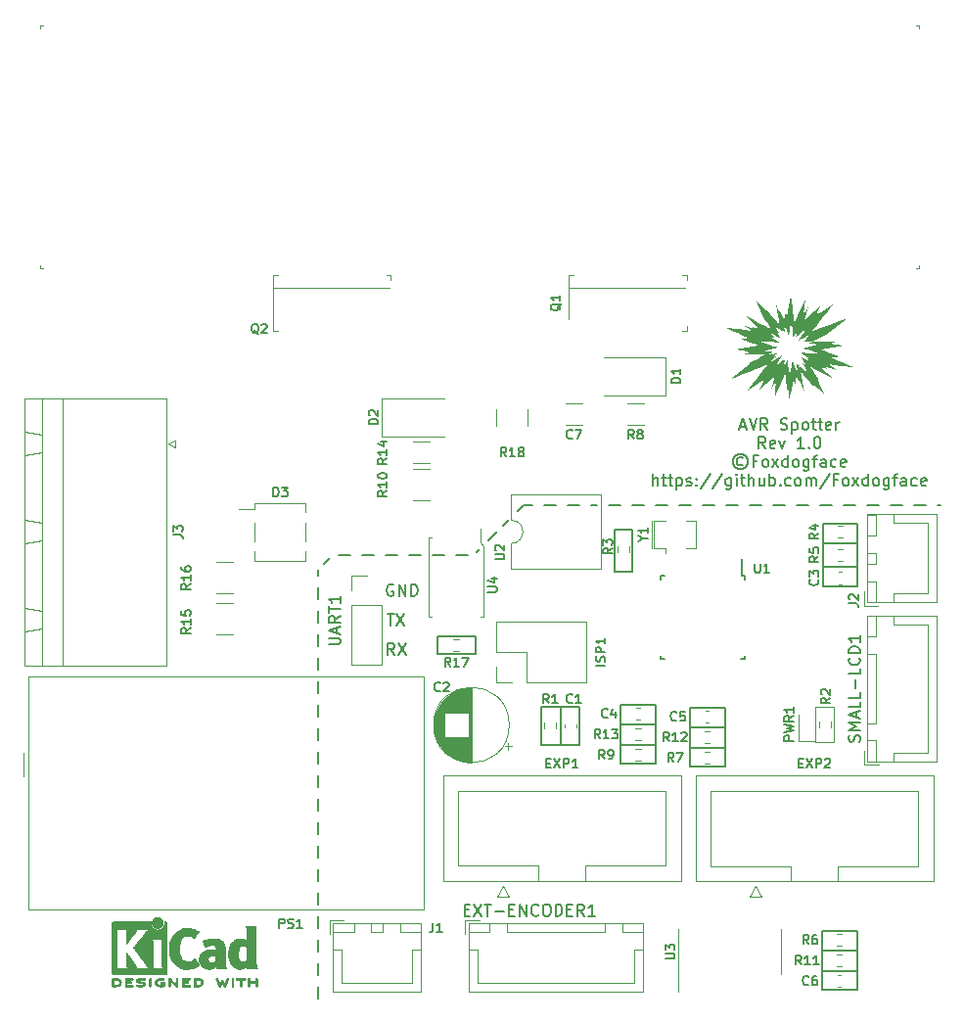
<source format=gbr>
%TF.GenerationSoftware,KiCad,Pcbnew,(6.0.10)*%
%TF.CreationDate,2023-05-17T01:35:15+02:00*%
%TF.ProjectId,spotter,73706f74-7465-4722-9e6b-696361645f70,1.0*%
%TF.SameCoordinates,Original*%
%TF.FileFunction,Legend,Top*%
%TF.FilePolarity,Positive*%
%FSLAX46Y46*%
G04 Gerber Fmt 4.6, Leading zero omitted, Abs format (unit mm)*
G04 Created by KiCad (PCBNEW (6.0.10)) date 2023-05-17 01:35:15*
%MOMM*%
%LPD*%
G01*
G04 APERTURE LIST*
%ADD10C,0.150000*%
%ADD11C,0.120000*%
%ADD12C,0.000000*%
%ADD13C,0.010000*%
%ADD14C,0.100000*%
G04 APERTURE END LIST*
D10*
X182626000Y-102108000D02*
X181610000Y-102108000D01*
X183896000Y-102108000D02*
X183642000Y-102108000D01*
X180594000Y-102108000D02*
X179578000Y-102108000D01*
X178562000Y-102108000D02*
X177546000Y-102108000D01*
X176530000Y-102108000D02*
X175514000Y-102108000D01*
X174498000Y-102108000D02*
X173482000Y-102108000D01*
X170434000Y-102108000D02*
X169418000Y-102108000D01*
X168402000Y-102108000D02*
X167386000Y-102108000D01*
X172466000Y-102108000D02*
X171450000Y-102108000D01*
X166370000Y-102108000D02*
X165354000Y-102108000D01*
X162306000Y-102108000D02*
X161290000Y-102108000D01*
X160274000Y-102108000D02*
X159258000Y-102108000D01*
X164338000Y-102108000D02*
X163322000Y-102108000D01*
X158242000Y-102108000D02*
X157226000Y-102108000D01*
X154178000Y-102108000D02*
X153670000Y-102108000D01*
X152654000Y-102108000D02*
X151638000Y-102108000D01*
X156210000Y-102108000D02*
X155194000Y-102108000D01*
X150622000Y-102108000D02*
X149606000Y-102108000D01*
X147828000Y-102108000D02*
X148590000Y-102108000D01*
X147320000Y-102616000D02*
X147828000Y-102108000D01*
X146050000Y-103886000D02*
X146558000Y-103378000D01*
X144780000Y-105156000D02*
X145542000Y-104394000D01*
X143764000Y-106172000D02*
X144018000Y-105918000D01*
X143002000Y-106426000D02*
X141986000Y-106426000D01*
X138938000Y-106426000D02*
X137922000Y-106426000D01*
X136906000Y-106426000D02*
X135890000Y-106426000D01*
X140970000Y-106426000D02*
X139954000Y-106426000D01*
X134874000Y-106426000D02*
X133858000Y-106426000D01*
X132842000Y-106426000D02*
X131826000Y-106426000D01*
X131064000Y-106680000D02*
X130556000Y-107188000D01*
X130048000Y-110236000D02*
X130048000Y-109220000D01*
X130048000Y-108204000D02*
X130048000Y-107696000D01*
X130048000Y-118364000D02*
X130048000Y-117348000D01*
X130048000Y-116332000D02*
X130048000Y-115316000D01*
X130048000Y-114300000D02*
X130048000Y-113284000D01*
X130048000Y-112268000D02*
X130048000Y-111252000D01*
X130048000Y-126492000D02*
X130048000Y-125476000D01*
X130048000Y-124460000D02*
X130048000Y-123444000D01*
X130048000Y-122428000D02*
X130048000Y-121412000D01*
X130048000Y-120396000D02*
X130048000Y-119380000D01*
X130048000Y-134620000D02*
X130048000Y-133604000D01*
X130048000Y-132588000D02*
X130048000Y-131572000D01*
X130048000Y-130556000D02*
X130048000Y-129540000D01*
X130048000Y-128524000D02*
X130048000Y-127508000D01*
X130048000Y-138684000D02*
X130048000Y-137668000D01*
X130048000Y-136652000D02*
X130048000Y-135636000D01*
X130048000Y-142748000D02*
X130048000Y-141732000D01*
X130048000Y-140716000D02*
X130048000Y-139700000D01*
X152654000Y-119507000D02*
X152654000Y-122809000D01*
X165227000Y-124714000D02*
X162179000Y-124714000D01*
X176657000Y-144018000D02*
X173609000Y-144018000D01*
X151003000Y-122809000D02*
X151003000Y-119507000D01*
X130048000Y-144780000D02*
X130048000Y-143764000D01*
D11*
X174625000Y-122555000D02*
X174625000Y-119507000D01*
D10*
X165227000Y-119634000D02*
X165227000Y-124714000D01*
X165227000Y-123063000D02*
X162179000Y-123063000D01*
X162179000Y-121285000D02*
X165227000Y-121285000D01*
X156210000Y-122809000D02*
X159258000Y-122809000D01*
X162179000Y-119634000D02*
X165227000Y-119634000D01*
D11*
X174625000Y-119507000D02*
X173074000Y-119507000D01*
D12*
G36*
X171014070Y-84469987D02*
G01*
X171083772Y-85000902D01*
X171093378Y-84975394D01*
X171128069Y-85339703D01*
X171160591Y-85707677D01*
X171190783Y-86079391D01*
X171218483Y-86454919D01*
X171458089Y-85896960D01*
X171700555Y-85350771D01*
X171945491Y-84816763D01*
X172192510Y-84295348D01*
X172120816Y-84927301D01*
X172043921Y-85564201D01*
X172260513Y-85238885D01*
X172477364Y-84917322D01*
X172392147Y-85215759D01*
X172304285Y-85516337D01*
X172213661Y-85819067D01*
X172120158Y-86123957D01*
X172513659Y-85735346D01*
X172906736Y-85351864D01*
X172882263Y-85431892D01*
X173058933Y-85248441D01*
X173235360Y-85066878D01*
X173587552Y-84708493D01*
X173320480Y-85230100D01*
X173183928Y-85492386D01*
X173045149Y-85755717D01*
X173422335Y-85498939D01*
X173798687Y-85245195D01*
X174549269Y-84745152D01*
X174110119Y-85338639D01*
X173656742Y-85936558D01*
X173189145Y-86538317D01*
X172707333Y-87143324D01*
X173505216Y-86807556D01*
X174290027Y-86492901D01*
X175060119Y-86199577D01*
X175813846Y-85927807D01*
X175054411Y-86530089D01*
X174669984Y-86831102D01*
X174282268Y-87131964D01*
X173957000Y-87322107D01*
X173626898Y-87511791D01*
X173292091Y-87700921D01*
X172952709Y-87889403D01*
X172729062Y-87917968D01*
X172503286Y-87948592D01*
X172534767Y-87926733D01*
X172284700Y-87953318D01*
X172033028Y-87981626D01*
X172153051Y-87898435D01*
X172271429Y-87815206D01*
X172388205Y-87731967D01*
X172503423Y-87648749D01*
X172334290Y-87702988D01*
X172164199Y-87758653D01*
X172268725Y-87654945D01*
X172372321Y-87551315D01*
X172577167Y-87344281D01*
X172340567Y-87461871D01*
X172101148Y-87584581D01*
X171859166Y-87712374D01*
X171614878Y-87845213D01*
X171711312Y-87702268D01*
X171805768Y-87559989D01*
X171898326Y-87418395D01*
X171989067Y-87277505D01*
X171978383Y-87283957D01*
X172041511Y-87178404D01*
X172103744Y-87073211D01*
X172225955Y-86863772D01*
X172059149Y-87004153D01*
X171892048Y-87146123D01*
X171724646Y-87289904D01*
X171556935Y-87435721D01*
X171571628Y-87396695D01*
X171585944Y-87357913D01*
X171614523Y-87280377D01*
X171501782Y-87413244D01*
X171445371Y-87480430D01*
X171388932Y-87548247D01*
X171428108Y-87357917D01*
X171465777Y-87168788D01*
X171501950Y-86980914D01*
X171536637Y-86794349D01*
X171435528Y-86980725D01*
X171334854Y-87170585D01*
X171234716Y-87363906D01*
X171135213Y-87560669D01*
X171133169Y-87359401D01*
X171129510Y-87160292D01*
X171124254Y-86963452D01*
X171117417Y-86768989D01*
X171103692Y-86813895D01*
X171049971Y-86511069D01*
X170994886Y-86210581D01*
X170920334Y-86503987D01*
X170846964Y-86799775D01*
X170828982Y-86958488D01*
X170811891Y-87118793D01*
X170795761Y-87280731D01*
X170780662Y-87444345D01*
X170670153Y-87184366D01*
X170558498Y-86928367D01*
X170445811Y-86676453D01*
X170332207Y-86428731D01*
X170354070Y-86600483D01*
X170377095Y-86773451D01*
X170401334Y-86947642D01*
X170426836Y-87123062D01*
X170347397Y-87009850D01*
X170267892Y-86897353D01*
X170280475Y-87012873D01*
X170213074Y-86914453D01*
X170145629Y-86816948D01*
X170010657Y-86624221D01*
X170068969Y-86812225D01*
X170129085Y-87001529D01*
X169953471Y-86823581D01*
X169778029Y-86647740D01*
X169602749Y-86473700D01*
X169427618Y-86301156D01*
X169534626Y-86515376D01*
X169644808Y-86731339D01*
X169758220Y-86948973D01*
X169874916Y-87168204D01*
X169733932Y-87070043D01*
X169593159Y-86972702D01*
X169789920Y-87307907D01*
X169890227Y-87476189D01*
X169992129Y-87645008D01*
X169781133Y-87518421D01*
X169571807Y-87395902D01*
X169364341Y-87277502D01*
X169158920Y-87163269D01*
X169360179Y-87397673D01*
X169564148Y-87632486D01*
X169416660Y-87575849D01*
X169269913Y-87520398D01*
X169447859Y-87659616D01*
X169629691Y-87798953D01*
X169815397Y-87938281D01*
X170004970Y-88077475D01*
X169811173Y-88042719D01*
X169619016Y-88009901D01*
X169428485Y-87978909D01*
X169239566Y-87949626D01*
X169318330Y-87990516D01*
X168819364Y-87988089D01*
X168325943Y-87990299D01*
X168564404Y-88069692D01*
X168806829Y-88147916D01*
X169053043Y-88224925D01*
X169302867Y-88300673D01*
X169435815Y-88336617D01*
X169569852Y-88372090D01*
X169705036Y-88407044D01*
X169841423Y-88441426D01*
X169506759Y-88520573D01*
X169177853Y-88602422D01*
X168854835Y-88686773D01*
X168537834Y-88773422D01*
X168949629Y-88806206D01*
X169365460Y-88836051D01*
X169240936Y-88891457D01*
X169117512Y-88947116D01*
X168873680Y-89059081D01*
X169101992Y-89029936D01*
X169332506Y-88998660D01*
X169301813Y-89019972D01*
X169539239Y-88994846D01*
X169778114Y-88968169D01*
X169650754Y-89054807D01*
X169525180Y-89141539D01*
X169401320Y-89228330D01*
X169279101Y-89315140D01*
X169474559Y-89252864D01*
X169671320Y-89188676D01*
X169555932Y-89303268D01*
X169441717Y-89417753D01*
X169216114Y-89646436D01*
X169452510Y-89526641D01*
X169691528Y-89401812D01*
X169932896Y-89272012D01*
X170176343Y-89137306D01*
X170076823Y-89279884D01*
X169979170Y-89421952D01*
X169883330Y-89563481D01*
X169789249Y-89704439D01*
X169857225Y-89663408D01*
X169794275Y-89768683D01*
X169732214Y-89873599D01*
X169610328Y-90082491D01*
X169772317Y-89946211D01*
X169934581Y-89808449D01*
X170097134Y-89668977D01*
X170259991Y-89527570D01*
X170212380Y-89650101D01*
X170165812Y-89772008D01*
X170302214Y-89606507D01*
X170370412Y-89522704D01*
X170438598Y-89438025D01*
X170398809Y-89632752D01*
X170360640Y-89826167D01*
X170324044Y-90018247D01*
X170288970Y-90208971D01*
X170388549Y-90021956D01*
X170487620Y-89831553D01*
X170586091Y-89637835D01*
X170683869Y-89440877D01*
X170682789Y-89651517D01*
X170683555Y-89859939D01*
X170686059Y-90066154D01*
X170690192Y-90270172D01*
X170732036Y-90133293D01*
X170785752Y-90436056D01*
X170840826Y-90736482D01*
X170925715Y-90402294D01*
X171009078Y-90065032D01*
X171022047Y-90115975D01*
X171035271Y-89973583D01*
X171047780Y-89830080D01*
X171059527Y-89685450D01*
X171070464Y-89539678D01*
X171177229Y-89790080D01*
X171285070Y-90036712D01*
X171393871Y-90279525D01*
X171503514Y-90518468D01*
X171481647Y-90346685D01*
X171458615Y-90173683D01*
X171434366Y-89999457D01*
X171408852Y-89824001D01*
X171488308Y-89937269D01*
X171567836Y-90049818D01*
X171555277Y-89934520D01*
X171622668Y-90032909D01*
X171690102Y-90130383D01*
X171825047Y-90323055D01*
X171766725Y-90135009D01*
X171706611Y-89945663D01*
X171882210Y-90123599D01*
X172057639Y-90299429D01*
X172232907Y-90473459D01*
X172408021Y-90645991D01*
X172301040Y-90431828D01*
X172190888Y-90215925D01*
X172077506Y-89998353D01*
X171960836Y-89779184D01*
X172102184Y-89877593D01*
X172243333Y-89975182D01*
X172040075Y-89629100D01*
X171936383Y-89455333D01*
X171831000Y-89281000D01*
X172035308Y-89401071D01*
X172237813Y-89517134D01*
X172438409Y-89629258D01*
X172636992Y-89737514D01*
X172455436Y-89526346D01*
X172271676Y-89314855D01*
X172390990Y-89360631D01*
X172509827Y-89405634D01*
X172333415Y-89265458D01*
X172152974Y-89125060D01*
X171968532Y-88984568D01*
X171780113Y-88844109D01*
X171969018Y-88874979D01*
X172156208Y-88904037D01*
X172341632Y-88931320D01*
X172525242Y-88956869D01*
X172973555Y-88959122D01*
X173417407Y-88957629D01*
X173069251Y-88841836D01*
X172709101Y-88729162D01*
X172337612Y-88619993D01*
X171955438Y-88514716D01*
X172300193Y-88433579D01*
X172638914Y-88349584D01*
X172971430Y-88262941D01*
X173297572Y-88173862D01*
X172885867Y-88141083D01*
X172470131Y-88111241D01*
X172584040Y-88060558D01*
X172696978Y-88009651D01*
X172920349Y-87907295D01*
X172851626Y-87945297D01*
X173364639Y-87931680D01*
X173870882Y-87923491D01*
X174370135Y-87920546D01*
X174862177Y-87922661D01*
X174597501Y-88006026D01*
X174330966Y-88088702D01*
X174931969Y-88203231D01*
X175528759Y-88320187D01*
X175041812Y-88402791D01*
X174546182Y-88481475D01*
X174041956Y-88555978D01*
X173529222Y-88626039D01*
X173945561Y-88782728D01*
X174358230Y-88940733D01*
X175174531Y-89259824D01*
X174800540Y-89283112D01*
X174425089Y-89305269D01*
X174921372Y-89523623D01*
X175409856Y-89743680D01*
X175890542Y-89965238D01*
X176363434Y-90188098D01*
X175294080Y-90066981D01*
X174755549Y-90002368D01*
X174213882Y-89934371D01*
X174572862Y-90177972D01*
X174926992Y-90421771D01*
X174435156Y-90273570D01*
X173939222Y-90119721D01*
X174116551Y-90300556D01*
X173828046Y-90214929D01*
X173538685Y-90127975D01*
X173819526Y-90394499D01*
X174096531Y-90660626D01*
X174369797Y-90926297D01*
X174639419Y-91191455D01*
X174128471Y-90929682D01*
X173613746Y-90660132D01*
X173095505Y-90382734D01*
X172574014Y-90097422D01*
X172752207Y-90362278D01*
X172927468Y-90626266D01*
X173099900Y-90889353D01*
X173269608Y-91151501D01*
X173178542Y-91081620D01*
X173491224Y-91772839D01*
X173797117Y-92460852D01*
X173296721Y-92019874D01*
X172795487Y-91573046D01*
X172852340Y-91718892D01*
X172908644Y-91864412D01*
X172625898Y-91519992D01*
X172342978Y-91169603D01*
X172060057Y-90813082D01*
X171777306Y-90450260D01*
X171875685Y-90920263D01*
X171968494Y-91385644D01*
X172055797Y-91846149D01*
X172137657Y-92301520D01*
X171940126Y-91926943D01*
X171743378Y-91547977D01*
X171547520Y-91164598D01*
X171352664Y-90776781D01*
X171346343Y-91250086D01*
X171335962Y-91718305D01*
X171251134Y-91446254D01*
X171167267Y-91171711D01*
X171078943Y-91634346D01*
X170988520Y-92093251D01*
X170802514Y-93001504D01*
X170729378Y-92478444D01*
X170659838Y-91948941D01*
X170598661Y-92111184D01*
X170569602Y-91742248D01*
X170542792Y-91369955D01*
X170518363Y-90994287D01*
X170496445Y-90615226D01*
X170260812Y-91175256D01*
X170022115Y-91724059D01*
X169780736Y-92261158D01*
X169537052Y-92786077D01*
X169615100Y-92088930D01*
X169699472Y-91385713D01*
X169448652Y-91761685D01*
X169197489Y-92132609D01*
X169289860Y-91818549D01*
X169385077Y-91502305D01*
X169483314Y-91183844D01*
X169584745Y-90863132D01*
X169210996Y-91231652D01*
X168837621Y-91595557D01*
X168861483Y-91517525D01*
X168684763Y-91701027D01*
X168508282Y-91882640D01*
X168155986Y-92241120D01*
X168423013Y-91719587D01*
X168559546Y-91457337D01*
X168698307Y-91194041D01*
X168321043Y-91450883D01*
X167944612Y-91704685D01*
X167193873Y-92204839D01*
X167620615Y-91627877D01*
X168060792Y-91046726D01*
X168514453Y-90461909D01*
X168981648Y-89873947D01*
X168701210Y-89999241D01*
X168422065Y-90121933D01*
X168144185Y-90242183D01*
X167867543Y-90360156D01*
X167336622Y-90567751D01*
X166810190Y-90768308D01*
X166288610Y-90961666D01*
X165772243Y-91147664D01*
X166192018Y-90812404D01*
X166615734Y-90477188D01*
X167043396Y-90142088D01*
X167475011Y-89807174D01*
X167284633Y-89843447D01*
X167648299Y-89638420D01*
X168017037Y-89434155D01*
X168391030Y-89230826D01*
X168770458Y-89028605D01*
X168257169Y-89045949D01*
X167750329Y-89057842D01*
X167250126Y-89064488D01*
X166756745Y-89066092D01*
X167083422Y-88962938D01*
X167412964Y-88860815D01*
X166745791Y-88733580D01*
X166083807Y-88603380D01*
X166590554Y-88521799D01*
X167106448Y-88444600D01*
X167631098Y-88371954D01*
X168164111Y-88304032D01*
X167761190Y-88152101D01*
X167361733Y-87998938D01*
X166571267Y-87689741D01*
X166944293Y-87666527D01*
X167318785Y-87644433D01*
X166822376Y-87426009D01*
X166333760Y-87205886D01*
X165852940Y-86984265D01*
X165379918Y-86761347D01*
X166449349Y-86882467D01*
X166987916Y-86947081D01*
X167529622Y-87015077D01*
X167170714Y-86771540D01*
X166816658Y-86527798D01*
X167308609Y-86676064D01*
X167804669Y-86829981D01*
X167626995Y-86648808D01*
X167915389Y-86734372D01*
X168204627Y-86821260D01*
X167923857Y-86554783D01*
X167646917Y-86288701D01*
X167373709Y-86023078D01*
X167104135Y-85757974D01*
X167633744Y-86029450D01*
X168167441Y-86309357D01*
X168704883Y-86597670D01*
X169245729Y-86894364D01*
X169050569Y-86593278D01*
X168859440Y-86293670D01*
X168672169Y-85995566D01*
X168488580Y-85698989D01*
X168214784Y-85092422D01*
X167946243Y-84488348D01*
X168446738Y-84929419D01*
X168948067Y-85376342D01*
X168910946Y-85280755D01*
X169185417Y-85605127D01*
X169460392Y-85935714D01*
X169735694Y-86272350D01*
X170011148Y-86614869D01*
X169915992Y-86142873D01*
X169826578Y-85675920D01*
X169742761Y-85214183D01*
X169664394Y-84757839D01*
X169856964Y-85124763D01*
X170048752Y-85495941D01*
X170239672Y-85871293D01*
X170429635Y-86250736D01*
X170440821Y-85866662D01*
X170454721Y-85486391D01*
X170510442Y-85658029D01*
X170538277Y-85743907D01*
X170565795Y-85830712D01*
X170656496Y-85353955D01*
X170749413Y-84881106D01*
X170940749Y-83945560D01*
X171014070Y-84469987D01*
G37*
D10*
X173609000Y-144018000D02*
X173609000Y-138938000D01*
D11*
X174625000Y-122555000D02*
X173074000Y-122555000D01*
D10*
X149352000Y-122809000D02*
X149352000Y-119507000D01*
X176657000Y-138938000D02*
X176657000Y-144018000D01*
X176657000Y-140589000D02*
X173609000Y-140589000D01*
X173700000Y-107400000D02*
X176700000Y-107400000D01*
X156210000Y-124460000D02*
X156210000Y-119380000D01*
D11*
X173074000Y-119507000D02*
X173074000Y-120231000D01*
D10*
X140335000Y-113411000D02*
X143637000Y-113411000D01*
X155702000Y-104241600D02*
X157226000Y-104241600D01*
X176700000Y-109100000D02*
X176700000Y-103700000D01*
X157226000Y-104241600D02*
X157226000Y-107873800D01*
X176700000Y-105400000D02*
X173700000Y-105400000D01*
X173700000Y-109100000D02*
X176700000Y-109100000D01*
X143637000Y-113411000D02*
X143637000Y-114935000D01*
X143637000Y-114935000D02*
X140335000Y-114935000D01*
X149352000Y-119507000D02*
X152654000Y-119507000D01*
X152654000Y-122809000D02*
X149352000Y-122809000D01*
X159258000Y-121031000D02*
X156210000Y-121031000D01*
X156210000Y-119380000D02*
X159258000Y-119380000D01*
X162179000Y-124714000D02*
X162179000Y-119634000D01*
X173609000Y-142367000D02*
X176657000Y-142367000D01*
X173700000Y-103700000D02*
X173700000Y-109100000D01*
X159258000Y-124460000D02*
X156210000Y-124460000D01*
X176700000Y-103700000D02*
X173700000Y-103700000D01*
X155702000Y-107873800D02*
X155702000Y-104241600D01*
X140335000Y-114935000D02*
X140335000Y-113411000D01*
X155702000Y-107873800D02*
X157226000Y-107873800D01*
X159258000Y-119380000D02*
X159258000Y-124460000D01*
X173609000Y-138938000D02*
X176657000Y-138938000D01*
X166576904Y-95287666D02*
X167053095Y-95287666D01*
X166481666Y-95573380D02*
X166815000Y-94573380D01*
X167148333Y-95573380D01*
X167338809Y-94573380D02*
X167672142Y-95573380D01*
X168005476Y-94573380D01*
X168910238Y-95573380D02*
X168576904Y-95097190D01*
X168338809Y-95573380D02*
X168338809Y-94573380D01*
X168719761Y-94573380D01*
X168815000Y-94621000D01*
X168862619Y-94668619D01*
X168910238Y-94763857D01*
X168910238Y-94906714D01*
X168862619Y-95001952D01*
X168815000Y-95049571D01*
X168719761Y-95097190D01*
X168338809Y-95097190D01*
X170053095Y-95525761D02*
X170195952Y-95573380D01*
X170434047Y-95573380D01*
X170529285Y-95525761D01*
X170576904Y-95478142D01*
X170624523Y-95382904D01*
X170624523Y-95287666D01*
X170576904Y-95192428D01*
X170529285Y-95144809D01*
X170434047Y-95097190D01*
X170243571Y-95049571D01*
X170148333Y-95001952D01*
X170100714Y-94954333D01*
X170053095Y-94859095D01*
X170053095Y-94763857D01*
X170100714Y-94668619D01*
X170148333Y-94621000D01*
X170243571Y-94573380D01*
X170481666Y-94573380D01*
X170624523Y-94621000D01*
X171053095Y-94906714D02*
X171053095Y-95906714D01*
X171053095Y-94954333D02*
X171148333Y-94906714D01*
X171338809Y-94906714D01*
X171434047Y-94954333D01*
X171481666Y-95001952D01*
X171529285Y-95097190D01*
X171529285Y-95382904D01*
X171481666Y-95478142D01*
X171434047Y-95525761D01*
X171338809Y-95573380D01*
X171148333Y-95573380D01*
X171053095Y-95525761D01*
X172100714Y-95573380D02*
X172005476Y-95525761D01*
X171957857Y-95478142D01*
X171910238Y-95382904D01*
X171910238Y-95097190D01*
X171957857Y-95001952D01*
X172005476Y-94954333D01*
X172100714Y-94906714D01*
X172243571Y-94906714D01*
X172338809Y-94954333D01*
X172386428Y-95001952D01*
X172434047Y-95097190D01*
X172434047Y-95382904D01*
X172386428Y-95478142D01*
X172338809Y-95525761D01*
X172243571Y-95573380D01*
X172100714Y-95573380D01*
X172719761Y-94906714D02*
X173100714Y-94906714D01*
X172862619Y-94573380D02*
X172862619Y-95430523D01*
X172910238Y-95525761D01*
X173005476Y-95573380D01*
X173100714Y-95573380D01*
X173291190Y-94906714D02*
X173672142Y-94906714D01*
X173434047Y-94573380D02*
X173434047Y-95430523D01*
X173481666Y-95525761D01*
X173576904Y-95573380D01*
X173672142Y-95573380D01*
X174386428Y-95525761D02*
X174291190Y-95573380D01*
X174100714Y-95573380D01*
X174005476Y-95525761D01*
X173957857Y-95430523D01*
X173957857Y-95049571D01*
X174005476Y-94954333D01*
X174100714Y-94906714D01*
X174291190Y-94906714D01*
X174386428Y-94954333D01*
X174434047Y-95049571D01*
X174434047Y-95144809D01*
X173957857Y-95240047D01*
X174862619Y-95573380D02*
X174862619Y-94906714D01*
X174862619Y-95097190D02*
X174910238Y-95001952D01*
X174957857Y-94954333D01*
X175053095Y-94906714D01*
X175148333Y-94906714D01*
X168743571Y-97183380D02*
X168410238Y-96707190D01*
X168172142Y-97183380D02*
X168172142Y-96183380D01*
X168553095Y-96183380D01*
X168648333Y-96231000D01*
X168695952Y-96278619D01*
X168743571Y-96373857D01*
X168743571Y-96516714D01*
X168695952Y-96611952D01*
X168648333Y-96659571D01*
X168553095Y-96707190D01*
X168172142Y-96707190D01*
X169553095Y-97135761D02*
X169457857Y-97183380D01*
X169267380Y-97183380D01*
X169172142Y-97135761D01*
X169124523Y-97040523D01*
X169124523Y-96659571D01*
X169172142Y-96564333D01*
X169267380Y-96516714D01*
X169457857Y-96516714D01*
X169553095Y-96564333D01*
X169600714Y-96659571D01*
X169600714Y-96754809D01*
X169124523Y-96850047D01*
X169934047Y-96516714D02*
X170172142Y-97183380D01*
X170410238Y-96516714D01*
X172076904Y-97183380D02*
X171505476Y-97183380D01*
X171791190Y-97183380D02*
X171791190Y-96183380D01*
X171695952Y-96326238D01*
X171600714Y-96421476D01*
X171505476Y-96469095D01*
X172505476Y-97088142D02*
X172553095Y-97135761D01*
X172505476Y-97183380D01*
X172457857Y-97135761D01*
X172505476Y-97088142D01*
X172505476Y-97183380D01*
X173172142Y-96183380D02*
X173267380Y-96183380D01*
X173362619Y-96231000D01*
X173410238Y-96278619D01*
X173457857Y-96373857D01*
X173505476Y-96564333D01*
X173505476Y-96802428D01*
X173457857Y-96992904D01*
X173410238Y-97088142D01*
X173362619Y-97135761D01*
X173267380Y-97183380D01*
X173172142Y-97183380D01*
X173076904Y-97135761D01*
X173029285Y-97088142D01*
X172981666Y-96992904D01*
X172934047Y-96802428D01*
X172934047Y-96564333D01*
X172981666Y-96373857D01*
X173029285Y-96278619D01*
X173076904Y-96231000D01*
X173172142Y-96183380D01*
X166767380Y-98031476D02*
X166672142Y-97983857D01*
X166481666Y-97983857D01*
X166386428Y-98031476D01*
X166291190Y-98126714D01*
X166243571Y-98221952D01*
X166243571Y-98412428D01*
X166291190Y-98507666D01*
X166386428Y-98602904D01*
X166481666Y-98650523D01*
X166672142Y-98650523D01*
X166767380Y-98602904D01*
X166576904Y-97650523D02*
X166338809Y-97698142D01*
X166100714Y-97841000D01*
X165957857Y-98079095D01*
X165910238Y-98317190D01*
X165957857Y-98555285D01*
X166100714Y-98793380D01*
X166338809Y-98936238D01*
X166576904Y-98983857D01*
X166815000Y-98936238D01*
X167053095Y-98793380D01*
X167195952Y-98555285D01*
X167243571Y-98317190D01*
X167195952Y-98079095D01*
X167053095Y-97841000D01*
X166815000Y-97698142D01*
X166576904Y-97650523D01*
X168005476Y-98269571D02*
X167672142Y-98269571D01*
X167672142Y-98793380D02*
X167672142Y-97793380D01*
X168148333Y-97793380D01*
X168672142Y-98793380D02*
X168576904Y-98745761D01*
X168529285Y-98698142D01*
X168481666Y-98602904D01*
X168481666Y-98317190D01*
X168529285Y-98221952D01*
X168576904Y-98174333D01*
X168672142Y-98126714D01*
X168815000Y-98126714D01*
X168910238Y-98174333D01*
X168957857Y-98221952D01*
X169005476Y-98317190D01*
X169005476Y-98602904D01*
X168957857Y-98698142D01*
X168910238Y-98745761D01*
X168815000Y-98793380D01*
X168672142Y-98793380D01*
X169338809Y-98793380D02*
X169862619Y-98126714D01*
X169338809Y-98126714D02*
X169862619Y-98793380D01*
X170672142Y-98793380D02*
X170672142Y-97793380D01*
X170672142Y-98745761D02*
X170576904Y-98793380D01*
X170386428Y-98793380D01*
X170291190Y-98745761D01*
X170243571Y-98698142D01*
X170195952Y-98602904D01*
X170195952Y-98317190D01*
X170243571Y-98221952D01*
X170291190Y-98174333D01*
X170386428Y-98126714D01*
X170576904Y-98126714D01*
X170672142Y-98174333D01*
X171291190Y-98793380D02*
X171195952Y-98745761D01*
X171148333Y-98698142D01*
X171100714Y-98602904D01*
X171100714Y-98317190D01*
X171148333Y-98221952D01*
X171195952Y-98174333D01*
X171291190Y-98126714D01*
X171434047Y-98126714D01*
X171529285Y-98174333D01*
X171576904Y-98221952D01*
X171624523Y-98317190D01*
X171624523Y-98602904D01*
X171576904Y-98698142D01*
X171529285Y-98745761D01*
X171434047Y-98793380D01*
X171291190Y-98793380D01*
X172481666Y-98126714D02*
X172481666Y-98936238D01*
X172434047Y-99031476D01*
X172386428Y-99079095D01*
X172291190Y-99126714D01*
X172148333Y-99126714D01*
X172053095Y-99079095D01*
X172481666Y-98745761D02*
X172386428Y-98793380D01*
X172195952Y-98793380D01*
X172100714Y-98745761D01*
X172053095Y-98698142D01*
X172005476Y-98602904D01*
X172005476Y-98317190D01*
X172053095Y-98221952D01*
X172100714Y-98174333D01*
X172195952Y-98126714D01*
X172386428Y-98126714D01*
X172481666Y-98174333D01*
X172815000Y-98126714D02*
X173195952Y-98126714D01*
X172957857Y-98793380D02*
X172957857Y-97936238D01*
X173005476Y-97841000D01*
X173100714Y-97793380D01*
X173195952Y-97793380D01*
X173957857Y-98793380D02*
X173957857Y-98269571D01*
X173910238Y-98174333D01*
X173815000Y-98126714D01*
X173624523Y-98126714D01*
X173529285Y-98174333D01*
X173957857Y-98745761D02*
X173862619Y-98793380D01*
X173624523Y-98793380D01*
X173529285Y-98745761D01*
X173481666Y-98650523D01*
X173481666Y-98555285D01*
X173529285Y-98460047D01*
X173624523Y-98412428D01*
X173862619Y-98412428D01*
X173957857Y-98364809D01*
X174862619Y-98745761D02*
X174767380Y-98793380D01*
X174576904Y-98793380D01*
X174481666Y-98745761D01*
X174434047Y-98698142D01*
X174386428Y-98602904D01*
X174386428Y-98317190D01*
X174434047Y-98221952D01*
X174481666Y-98174333D01*
X174576904Y-98126714D01*
X174767380Y-98126714D01*
X174862619Y-98174333D01*
X175672142Y-98745761D02*
X175576904Y-98793380D01*
X175386428Y-98793380D01*
X175291190Y-98745761D01*
X175243571Y-98650523D01*
X175243571Y-98269571D01*
X175291190Y-98174333D01*
X175386428Y-98126714D01*
X175576904Y-98126714D01*
X175672142Y-98174333D01*
X175719761Y-98269571D01*
X175719761Y-98364809D01*
X175243571Y-98460047D01*
X159005476Y-100403380D02*
X159005476Y-99403380D01*
X159434047Y-100403380D02*
X159434047Y-99879571D01*
X159386428Y-99784333D01*
X159291190Y-99736714D01*
X159148333Y-99736714D01*
X159053095Y-99784333D01*
X159005476Y-99831952D01*
X159767380Y-99736714D02*
X160148333Y-99736714D01*
X159910238Y-99403380D02*
X159910238Y-100260523D01*
X159957857Y-100355761D01*
X160053095Y-100403380D01*
X160148333Y-100403380D01*
X160338809Y-99736714D02*
X160719761Y-99736714D01*
X160481666Y-99403380D02*
X160481666Y-100260523D01*
X160529285Y-100355761D01*
X160624523Y-100403380D01*
X160719761Y-100403380D01*
X161053095Y-99736714D02*
X161053095Y-100736714D01*
X161053095Y-99784333D02*
X161148333Y-99736714D01*
X161338809Y-99736714D01*
X161434047Y-99784333D01*
X161481666Y-99831952D01*
X161529285Y-99927190D01*
X161529285Y-100212904D01*
X161481666Y-100308142D01*
X161434047Y-100355761D01*
X161338809Y-100403380D01*
X161148333Y-100403380D01*
X161053095Y-100355761D01*
X161910238Y-100355761D02*
X162005476Y-100403380D01*
X162195952Y-100403380D01*
X162291190Y-100355761D01*
X162338809Y-100260523D01*
X162338809Y-100212904D01*
X162291190Y-100117666D01*
X162195952Y-100070047D01*
X162053095Y-100070047D01*
X161957857Y-100022428D01*
X161910238Y-99927190D01*
X161910238Y-99879571D01*
X161957857Y-99784333D01*
X162053095Y-99736714D01*
X162195952Y-99736714D01*
X162291190Y-99784333D01*
X162767380Y-100308142D02*
X162815000Y-100355761D01*
X162767380Y-100403380D01*
X162719761Y-100355761D01*
X162767380Y-100308142D01*
X162767380Y-100403380D01*
X162767380Y-99784333D02*
X162815000Y-99831952D01*
X162767380Y-99879571D01*
X162719761Y-99831952D01*
X162767380Y-99784333D01*
X162767380Y-99879571D01*
X163957857Y-99355761D02*
X163100714Y-100641476D01*
X165005476Y-99355761D02*
X164148333Y-100641476D01*
X165767380Y-99736714D02*
X165767380Y-100546238D01*
X165719761Y-100641476D01*
X165672142Y-100689095D01*
X165576904Y-100736714D01*
X165434047Y-100736714D01*
X165338809Y-100689095D01*
X165767380Y-100355761D02*
X165672142Y-100403380D01*
X165481666Y-100403380D01*
X165386428Y-100355761D01*
X165338809Y-100308142D01*
X165291190Y-100212904D01*
X165291190Y-99927190D01*
X165338809Y-99831952D01*
X165386428Y-99784333D01*
X165481666Y-99736714D01*
X165672142Y-99736714D01*
X165767380Y-99784333D01*
X166243571Y-100403380D02*
X166243571Y-99736714D01*
X166243571Y-99403380D02*
X166195952Y-99451000D01*
X166243571Y-99498619D01*
X166291190Y-99451000D01*
X166243571Y-99403380D01*
X166243571Y-99498619D01*
X166576904Y-99736714D02*
X166957857Y-99736714D01*
X166719761Y-99403380D02*
X166719761Y-100260523D01*
X166767380Y-100355761D01*
X166862619Y-100403380D01*
X166957857Y-100403380D01*
X167291190Y-100403380D02*
X167291190Y-99403380D01*
X167719761Y-100403380D02*
X167719761Y-99879571D01*
X167672142Y-99784333D01*
X167576904Y-99736714D01*
X167434047Y-99736714D01*
X167338809Y-99784333D01*
X167291190Y-99831952D01*
X168624523Y-99736714D02*
X168624523Y-100403380D01*
X168195952Y-99736714D02*
X168195952Y-100260523D01*
X168243571Y-100355761D01*
X168338809Y-100403380D01*
X168481666Y-100403380D01*
X168576904Y-100355761D01*
X168624523Y-100308142D01*
X169100714Y-100403380D02*
X169100714Y-99403380D01*
X169100714Y-99784333D02*
X169195952Y-99736714D01*
X169386428Y-99736714D01*
X169481666Y-99784333D01*
X169529285Y-99831952D01*
X169576904Y-99927190D01*
X169576904Y-100212904D01*
X169529285Y-100308142D01*
X169481666Y-100355761D01*
X169386428Y-100403380D01*
X169195952Y-100403380D01*
X169100714Y-100355761D01*
X170005476Y-100308142D02*
X170053095Y-100355761D01*
X170005476Y-100403380D01*
X169957857Y-100355761D01*
X170005476Y-100308142D01*
X170005476Y-100403380D01*
X170910238Y-100355761D02*
X170815000Y-100403380D01*
X170624523Y-100403380D01*
X170529285Y-100355761D01*
X170481666Y-100308142D01*
X170434047Y-100212904D01*
X170434047Y-99927190D01*
X170481666Y-99831952D01*
X170529285Y-99784333D01*
X170624523Y-99736714D01*
X170815000Y-99736714D01*
X170910238Y-99784333D01*
X171481666Y-100403380D02*
X171386428Y-100355761D01*
X171338809Y-100308142D01*
X171291190Y-100212904D01*
X171291190Y-99927190D01*
X171338809Y-99831952D01*
X171386428Y-99784333D01*
X171481666Y-99736714D01*
X171624523Y-99736714D01*
X171719761Y-99784333D01*
X171767380Y-99831952D01*
X171815000Y-99927190D01*
X171815000Y-100212904D01*
X171767380Y-100308142D01*
X171719761Y-100355761D01*
X171624523Y-100403380D01*
X171481666Y-100403380D01*
X172243571Y-100403380D02*
X172243571Y-99736714D01*
X172243571Y-99831952D02*
X172291190Y-99784333D01*
X172386428Y-99736714D01*
X172529285Y-99736714D01*
X172624523Y-99784333D01*
X172672142Y-99879571D01*
X172672142Y-100403380D01*
X172672142Y-99879571D02*
X172719761Y-99784333D01*
X172815000Y-99736714D01*
X172957857Y-99736714D01*
X173053095Y-99784333D01*
X173100714Y-99879571D01*
X173100714Y-100403380D01*
X174291190Y-99355761D02*
X173434047Y-100641476D01*
X174957857Y-99879571D02*
X174624523Y-99879571D01*
X174624523Y-100403380D02*
X174624523Y-99403380D01*
X175100714Y-99403380D01*
X175624523Y-100403380D02*
X175529285Y-100355761D01*
X175481666Y-100308142D01*
X175434047Y-100212904D01*
X175434047Y-99927190D01*
X175481666Y-99831952D01*
X175529285Y-99784333D01*
X175624523Y-99736714D01*
X175767380Y-99736714D01*
X175862619Y-99784333D01*
X175910238Y-99831952D01*
X175957857Y-99927190D01*
X175957857Y-100212904D01*
X175910238Y-100308142D01*
X175862619Y-100355761D01*
X175767380Y-100403380D01*
X175624523Y-100403380D01*
X176291190Y-100403380D02*
X176815000Y-99736714D01*
X176291190Y-99736714D02*
X176815000Y-100403380D01*
X177624523Y-100403380D02*
X177624523Y-99403380D01*
X177624523Y-100355761D02*
X177529285Y-100403380D01*
X177338809Y-100403380D01*
X177243571Y-100355761D01*
X177195952Y-100308142D01*
X177148333Y-100212904D01*
X177148333Y-99927190D01*
X177195952Y-99831952D01*
X177243571Y-99784333D01*
X177338809Y-99736714D01*
X177529285Y-99736714D01*
X177624523Y-99784333D01*
X178243571Y-100403380D02*
X178148333Y-100355761D01*
X178100714Y-100308142D01*
X178053095Y-100212904D01*
X178053095Y-99927190D01*
X178100714Y-99831952D01*
X178148333Y-99784333D01*
X178243571Y-99736714D01*
X178386428Y-99736714D01*
X178481666Y-99784333D01*
X178529285Y-99831952D01*
X178576904Y-99927190D01*
X178576904Y-100212904D01*
X178529285Y-100308142D01*
X178481666Y-100355761D01*
X178386428Y-100403380D01*
X178243571Y-100403380D01*
X179434047Y-99736714D02*
X179434047Y-100546238D01*
X179386428Y-100641476D01*
X179338809Y-100689095D01*
X179243571Y-100736714D01*
X179100714Y-100736714D01*
X179005476Y-100689095D01*
X179434047Y-100355761D02*
X179338809Y-100403380D01*
X179148333Y-100403380D01*
X179053095Y-100355761D01*
X179005476Y-100308142D01*
X178957857Y-100212904D01*
X178957857Y-99927190D01*
X179005476Y-99831952D01*
X179053095Y-99784333D01*
X179148333Y-99736714D01*
X179338809Y-99736714D01*
X179434047Y-99784333D01*
X179767380Y-99736714D02*
X180148333Y-99736714D01*
X179910238Y-100403380D02*
X179910238Y-99546238D01*
X179957857Y-99451000D01*
X180053095Y-99403380D01*
X180148333Y-99403380D01*
X180910238Y-100403380D02*
X180910238Y-99879571D01*
X180862619Y-99784333D01*
X180767380Y-99736714D01*
X180576904Y-99736714D01*
X180481666Y-99784333D01*
X180910238Y-100355761D02*
X180815000Y-100403380D01*
X180576904Y-100403380D01*
X180481666Y-100355761D01*
X180434047Y-100260523D01*
X180434047Y-100165285D01*
X180481666Y-100070047D01*
X180576904Y-100022428D01*
X180815000Y-100022428D01*
X180910238Y-99974809D01*
X181815000Y-100355761D02*
X181719761Y-100403380D01*
X181529285Y-100403380D01*
X181434047Y-100355761D01*
X181386428Y-100308142D01*
X181338809Y-100212904D01*
X181338809Y-99927190D01*
X181386428Y-99831952D01*
X181434047Y-99784333D01*
X181529285Y-99736714D01*
X181719761Y-99736714D01*
X181815000Y-99784333D01*
X182624523Y-100355761D02*
X182529285Y-100403380D01*
X182338809Y-100403380D01*
X182243571Y-100355761D01*
X182195952Y-100260523D01*
X182195952Y-99879571D01*
X182243571Y-99784333D01*
X182338809Y-99736714D01*
X182529285Y-99736714D01*
X182624523Y-99784333D01*
X182672142Y-99879571D01*
X182672142Y-99974809D01*
X182195952Y-100070047D01*
X136637733Y-115031780D02*
X136304400Y-114555590D01*
X136066304Y-115031780D02*
X136066304Y-114031780D01*
X136447257Y-114031780D01*
X136542495Y-114079400D01*
X136590114Y-114127019D01*
X136637733Y-114222257D01*
X136637733Y-114365114D01*
X136590114Y-114460352D01*
X136542495Y-114507971D01*
X136447257Y-114555590D01*
X136066304Y-114555590D01*
X136971066Y-114031780D02*
X137637733Y-115031780D01*
X137637733Y-114031780D02*
X136971066Y-115031780D01*
X136042495Y-111466380D02*
X136613923Y-111466380D01*
X136328209Y-112466380D02*
X136328209Y-111466380D01*
X136852019Y-111466380D02*
X137518685Y-112466380D01*
X137518685Y-111466380D02*
X136852019Y-112466380D01*
X136550495Y-108989000D02*
X136455257Y-108941380D01*
X136312400Y-108941380D01*
X136169542Y-108989000D01*
X136074304Y-109084238D01*
X136026685Y-109179476D01*
X135979066Y-109369952D01*
X135979066Y-109512809D01*
X136026685Y-109703285D01*
X136074304Y-109798523D01*
X136169542Y-109893761D01*
X136312400Y-109941380D01*
X136407638Y-109941380D01*
X136550495Y-109893761D01*
X136598114Y-109846142D01*
X136598114Y-109512809D01*
X136407638Y-109512809D01*
X137026685Y-109941380D02*
X137026685Y-108941380D01*
X137598114Y-109941380D01*
X137598114Y-108941380D01*
X138074304Y-109941380D02*
X138074304Y-108941380D01*
X138312400Y-108941380D01*
X138455257Y-108989000D01*
X138550495Y-109084238D01*
X138598114Y-109179476D01*
X138645733Y-109369952D01*
X138645733Y-109512809D01*
X138598114Y-109703285D01*
X138550495Y-109798523D01*
X138455257Y-109893761D01*
X138312400Y-109941380D01*
X138074304Y-109941380D01*
%TO.C,D3*%
X126155523Y-101355904D02*
X126155523Y-100555904D01*
X126346000Y-100555904D01*
X126460285Y-100594000D01*
X126536476Y-100670190D01*
X126574571Y-100746380D01*
X126612666Y-100898761D01*
X126612666Y-101013047D01*
X126574571Y-101165428D01*
X126536476Y-101241619D01*
X126460285Y-101317809D01*
X126346000Y-101355904D01*
X126155523Y-101355904D01*
X126879333Y-100555904D02*
X127374571Y-100555904D01*
X127107904Y-100860666D01*
X127222190Y-100860666D01*
X127298380Y-100898761D01*
X127336476Y-100936857D01*
X127374571Y-101013047D01*
X127374571Y-101203523D01*
X127336476Y-101279714D01*
X127298380Y-101317809D01*
X127222190Y-101355904D01*
X126993619Y-101355904D01*
X126917428Y-101317809D01*
X126879333Y-101279714D01*
%TO.C,R2*%
X174351904Y-118751333D02*
X173970952Y-119018000D01*
X174351904Y-119208476D02*
X173551904Y-119208476D01*
X173551904Y-118903714D01*
X173590000Y-118827523D01*
X173628095Y-118789428D01*
X173704285Y-118751333D01*
X173818571Y-118751333D01*
X173894761Y-118789428D01*
X173932857Y-118827523D01*
X173970952Y-118903714D01*
X173970952Y-119208476D01*
X173628095Y-118446571D02*
X173590000Y-118408476D01*
X173551904Y-118332285D01*
X173551904Y-118141809D01*
X173590000Y-118065619D01*
X173628095Y-118027523D01*
X173704285Y-117989428D01*
X173780476Y-117989428D01*
X173894761Y-118027523D01*
X174351904Y-118484666D01*
X174351904Y-117989428D01*
%TO.C,R6*%
X172459666Y-140061904D02*
X172193000Y-139680952D01*
X172002523Y-140061904D02*
X172002523Y-139261904D01*
X172307285Y-139261904D01*
X172383476Y-139300000D01*
X172421571Y-139338095D01*
X172459666Y-139414285D01*
X172459666Y-139528571D01*
X172421571Y-139604761D01*
X172383476Y-139642857D01*
X172307285Y-139680952D01*
X172002523Y-139680952D01*
X173145380Y-139261904D02*
X172993000Y-139261904D01*
X172916809Y-139300000D01*
X172878714Y-139338095D01*
X172802523Y-139452380D01*
X172764428Y-139604761D01*
X172764428Y-139909523D01*
X172802523Y-139985714D01*
X172840619Y-140023809D01*
X172916809Y-140061904D01*
X173069190Y-140061904D01*
X173145380Y-140023809D01*
X173183476Y-139985714D01*
X173221571Y-139909523D01*
X173221571Y-139719047D01*
X173183476Y-139642857D01*
X173145380Y-139604761D01*
X173069190Y-139566666D01*
X172916809Y-139566666D01*
X172840619Y-139604761D01*
X172802523Y-139642857D01*
X172764428Y-139719047D01*
%TO.C,D2*%
X135235904Y-95078476D02*
X134435904Y-95078476D01*
X134435904Y-94888000D01*
X134474000Y-94773714D01*
X134550190Y-94697523D01*
X134626380Y-94659428D01*
X134778761Y-94621333D01*
X134893047Y-94621333D01*
X135045428Y-94659428D01*
X135121619Y-94697523D01*
X135197809Y-94773714D01*
X135235904Y-94888000D01*
X135235904Y-95078476D01*
X134512095Y-94316571D02*
X134474000Y-94278476D01*
X134435904Y-94202285D01*
X134435904Y-94011809D01*
X134474000Y-93935619D01*
X134512095Y-93897523D01*
X134588285Y-93859428D01*
X134664476Y-93859428D01*
X134778761Y-93897523D01*
X135235904Y-94354666D01*
X135235904Y-93859428D01*
%TO.C,R12*%
X160394714Y-122535904D02*
X160128047Y-122154952D01*
X159937571Y-122535904D02*
X159937571Y-121735904D01*
X160242333Y-121735904D01*
X160318523Y-121774000D01*
X160356619Y-121812095D01*
X160394714Y-121888285D01*
X160394714Y-122002571D01*
X160356619Y-122078761D01*
X160318523Y-122116857D01*
X160242333Y-122154952D01*
X159937571Y-122154952D01*
X161156619Y-122535904D02*
X160699476Y-122535904D01*
X160928047Y-122535904D02*
X160928047Y-121735904D01*
X160851857Y-121850190D01*
X160775666Y-121926380D01*
X160699476Y-121964476D01*
X161461380Y-121812095D02*
X161499476Y-121774000D01*
X161575666Y-121735904D01*
X161766142Y-121735904D01*
X161842333Y-121774000D01*
X161880428Y-121812095D01*
X161918523Y-121888285D01*
X161918523Y-121964476D01*
X161880428Y-122078761D01*
X161423285Y-122535904D01*
X161918523Y-122535904D01*
%TO.C,R1*%
X149980666Y-119233904D02*
X149714000Y-118852952D01*
X149523523Y-119233904D02*
X149523523Y-118433904D01*
X149828285Y-118433904D01*
X149904476Y-118472000D01*
X149942571Y-118510095D01*
X149980666Y-118586285D01*
X149980666Y-118700571D01*
X149942571Y-118776761D01*
X149904476Y-118814857D01*
X149828285Y-118852952D01*
X149523523Y-118852952D01*
X150742571Y-119233904D02*
X150285428Y-119233904D01*
X150514000Y-119233904D02*
X150514000Y-118433904D01*
X150437809Y-118548190D01*
X150361619Y-118624380D01*
X150285428Y-118662476D01*
%TO.C,EXP1*%
X149796666Y-124402857D02*
X150063333Y-124402857D01*
X150177619Y-124821904D02*
X149796666Y-124821904D01*
X149796666Y-124021904D01*
X150177619Y-124021904D01*
X150444285Y-124021904D02*
X150977619Y-124821904D01*
X150977619Y-124021904D02*
X150444285Y-124821904D01*
X151282380Y-124821904D02*
X151282380Y-124021904D01*
X151587142Y-124021904D01*
X151663333Y-124060000D01*
X151701428Y-124098095D01*
X151739523Y-124174285D01*
X151739523Y-124288571D01*
X151701428Y-124364761D01*
X151663333Y-124402857D01*
X151587142Y-124440952D01*
X151282380Y-124440952D01*
X152501428Y-124821904D02*
X152044285Y-124821904D01*
X152272857Y-124821904D02*
X152272857Y-124021904D01*
X152196666Y-124136190D01*
X152120476Y-124212380D01*
X152044285Y-124250476D01*
%TO.C,C5*%
X161029666Y-120681714D02*
X160991571Y-120719809D01*
X160877285Y-120757904D01*
X160801095Y-120757904D01*
X160686809Y-120719809D01*
X160610619Y-120643619D01*
X160572523Y-120567428D01*
X160534428Y-120415047D01*
X160534428Y-120300761D01*
X160572523Y-120148380D01*
X160610619Y-120072190D01*
X160686809Y-119996000D01*
X160801095Y-119957904D01*
X160877285Y-119957904D01*
X160991571Y-119996000D01*
X161029666Y-120034095D01*
X161753476Y-119957904D02*
X161372523Y-119957904D01*
X161334428Y-120338857D01*
X161372523Y-120300761D01*
X161448714Y-120262666D01*
X161639190Y-120262666D01*
X161715380Y-120300761D01*
X161753476Y-120338857D01*
X161791571Y-120415047D01*
X161791571Y-120605523D01*
X161753476Y-120681714D01*
X161715380Y-120719809D01*
X161639190Y-120757904D01*
X161448714Y-120757904D01*
X161372523Y-120719809D01*
X161334428Y-120681714D01*
%TO.C,EXT-ENCODER1*%
X142716952Y-137088571D02*
X143050285Y-137088571D01*
X143193142Y-137612380D02*
X142716952Y-137612380D01*
X142716952Y-136612380D01*
X143193142Y-136612380D01*
X143526476Y-136612380D02*
X144193142Y-137612380D01*
X144193142Y-136612380D02*
X143526476Y-137612380D01*
X144431238Y-136612380D02*
X145002666Y-136612380D01*
X144716952Y-137612380D02*
X144716952Y-136612380D01*
X145336000Y-137231428D02*
X146097904Y-137231428D01*
X146574095Y-137088571D02*
X146907428Y-137088571D01*
X147050285Y-137612380D02*
X146574095Y-137612380D01*
X146574095Y-136612380D01*
X147050285Y-136612380D01*
X147478857Y-137612380D02*
X147478857Y-136612380D01*
X148050285Y-137612380D01*
X148050285Y-136612380D01*
X149097904Y-137517142D02*
X149050285Y-137564761D01*
X148907428Y-137612380D01*
X148812190Y-137612380D01*
X148669333Y-137564761D01*
X148574095Y-137469523D01*
X148526476Y-137374285D01*
X148478857Y-137183809D01*
X148478857Y-137040952D01*
X148526476Y-136850476D01*
X148574095Y-136755238D01*
X148669333Y-136660000D01*
X148812190Y-136612380D01*
X148907428Y-136612380D01*
X149050285Y-136660000D01*
X149097904Y-136707619D01*
X149716952Y-136612380D02*
X149907428Y-136612380D01*
X150002666Y-136660000D01*
X150097904Y-136755238D01*
X150145523Y-136945714D01*
X150145523Y-137279047D01*
X150097904Y-137469523D01*
X150002666Y-137564761D01*
X149907428Y-137612380D01*
X149716952Y-137612380D01*
X149621714Y-137564761D01*
X149526476Y-137469523D01*
X149478857Y-137279047D01*
X149478857Y-136945714D01*
X149526476Y-136755238D01*
X149621714Y-136660000D01*
X149716952Y-136612380D01*
X150574095Y-137612380D02*
X150574095Y-136612380D01*
X150812190Y-136612380D01*
X150955047Y-136660000D01*
X151050285Y-136755238D01*
X151097904Y-136850476D01*
X151145523Y-137040952D01*
X151145523Y-137183809D01*
X151097904Y-137374285D01*
X151050285Y-137469523D01*
X150955047Y-137564761D01*
X150812190Y-137612380D01*
X150574095Y-137612380D01*
X151574095Y-137088571D02*
X151907428Y-137088571D01*
X152050285Y-137612380D02*
X151574095Y-137612380D01*
X151574095Y-136612380D01*
X152050285Y-136612380D01*
X153050285Y-137612380D02*
X152716952Y-137136190D01*
X152478857Y-137612380D02*
X152478857Y-136612380D01*
X152859809Y-136612380D01*
X152955047Y-136660000D01*
X153002666Y-136707619D01*
X153050285Y-136802857D01*
X153050285Y-136945714D01*
X153002666Y-137040952D01*
X152955047Y-137088571D01*
X152859809Y-137136190D01*
X152478857Y-137136190D01*
X154002666Y-137612380D02*
X153431238Y-137612380D01*
X153716952Y-137612380D02*
X153716952Y-136612380D01*
X153621714Y-136755238D01*
X153526476Y-136850476D01*
X153431238Y-136898095D01*
%TO.C,C2*%
X140582666Y-118141714D02*
X140544571Y-118179809D01*
X140430285Y-118217904D01*
X140354095Y-118217904D01*
X140239809Y-118179809D01*
X140163619Y-118103619D01*
X140125523Y-118027428D01*
X140087428Y-117875047D01*
X140087428Y-117760761D01*
X140125523Y-117608380D01*
X140163619Y-117532190D01*
X140239809Y-117456000D01*
X140354095Y-117417904D01*
X140430285Y-117417904D01*
X140544571Y-117456000D01*
X140582666Y-117494095D01*
X140887428Y-117494095D02*
X140925523Y-117456000D01*
X141001714Y-117417904D01*
X141192190Y-117417904D01*
X141268380Y-117456000D01*
X141306476Y-117494095D01*
X141344571Y-117570285D01*
X141344571Y-117646476D01*
X141306476Y-117760761D01*
X140849333Y-118217904D01*
X141344571Y-118217904D01*
%TO.C,PWR1*%
X171176904Y-122478619D02*
X170376904Y-122478619D01*
X170376904Y-122173857D01*
X170415000Y-122097666D01*
X170453095Y-122059571D01*
X170529285Y-122021476D01*
X170643571Y-122021476D01*
X170719761Y-122059571D01*
X170757857Y-122097666D01*
X170795952Y-122173857D01*
X170795952Y-122478619D01*
X170376904Y-121754809D02*
X171176904Y-121564333D01*
X170605476Y-121411952D01*
X171176904Y-121259571D01*
X170376904Y-121069095D01*
X171176904Y-120307190D02*
X170795952Y-120573857D01*
X171176904Y-120764333D02*
X170376904Y-120764333D01*
X170376904Y-120459571D01*
X170415000Y-120383380D01*
X170453095Y-120345285D01*
X170529285Y-120307190D01*
X170643571Y-120307190D01*
X170719761Y-120345285D01*
X170757857Y-120383380D01*
X170795952Y-120459571D01*
X170795952Y-120764333D01*
X171176904Y-119545285D02*
X171176904Y-120002428D01*
X171176904Y-119773857D02*
X170376904Y-119773857D01*
X170491190Y-119850047D01*
X170567380Y-119926238D01*
X170605476Y-120002428D01*
%TO.C,SMALL-LCD1*%
X176879761Y-122545238D02*
X176927380Y-122402380D01*
X176927380Y-122164285D01*
X176879761Y-122069047D01*
X176832142Y-122021428D01*
X176736904Y-121973809D01*
X176641666Y-121973809D01*
X176546428Y-122021428D01*
X176498809Y-122069047D01*
X176451190Y-122164285D01*
X176403571Y-122354761D01*
X176355952Y-122450000D01*
X176308333Y-122497619D01*
X176213095Y-122545238D01*
X176117857Y-122545238D01*
X176022619Y-122497619D01*
X175975000Y-122450000D01*
X175927380Y-122354761D01*
X175927380Y-122116666D01*
X175975000Y-121973809D01*
X176927380Y-121545238D02*
X175927380Y-121545238D01*
X176641666Y-121211904D01*
X175927380Y-120878571D01*
X176927380Y-120878571D01*
X176641666Y-120450000D02*
X176641666Y-119973809D01*
X176927380Y-120545238D02*
X175927380Y-120211904D01*
X176927380Y-119878571D01*
X176927380Y-119069047D02*
X176927380Y-119545238D01*
X175927380Y-119545238D01*
X176927380Y-118259523D02*
X176927380Y-118735714D01*
X175927380Y-118735714D01*
X176546428Y-117926190D02*
X176546428Y-117164285D01*
X176927380Y-116211904D02*
X176927380Y-116688095D01*
X175927380Y-116688095D01*
X176832142Y-115307142D02*
X176879761Y-115354761D01*
X176927380Y-115497619D01*
X176927380Y-115592857D01*
X176879761Y-115735714D01*
X176784523Y-115830952D01*
X176689285Y-115878571D01*
X176498809Y-115926190D01*
X176355952Y-115926190D01*
X176165476Y-115878571D01*
X176070238Y-115830952D01*
X175975000Y-115735714D01*
X175927380Y-115592857D01*
X175927380Y-115497619D01*
X175975000Y-115354761D01*
X176022619Y-115307142D01*
X176927380Y-114878571D02*
X175927380Y-114878571D01*
X175927380Y-114640476D01*
X175975000Y-114497619D01*
X176070238Y-114402380D01*
X176165476Y-114354761D01*
X176355952Y-114307142D01*
X176498809Y-114307142D01*
X176689285Y-114354761D01*
X176784523Y-114402380D01*
X176879761Y-114497619D01*
X176927380Y-114640476D01*
X176927380Y-114878571D01*
X176927380Y-113354761D02*
X176927380Y-113926190D01*
X176927380Y-113640476D02*
X175927380Y-113640476D01*
X176070238Y-113735714D01*
X176165476Y-113830952D01*
X176213095Y-113926190D01*
%TO.C,R8*%
X157346666Y-96373904D02*
X157080000Y-95992952D01*
X156889523Y-96373904D02*
X156889523Y-95573904D01*
X157194285Y-95573904D01*
X157270476Y-95612000D01*
X157308571Y-95650095D01*
X157346666Y-95726285D01*
X157346666Y-95840571D01*
X157308571Y-95916761D01*
X157270476Y-95954857D01*
X157194285Y-95992952D01*
X156889523Y-95992952D01*
X157803809Y-95916761D02*
X157727619Y-95878666D01*
X157689523Y-95840571D01*
X157651428Y-95764380D01*
X157651428Y-95726285D01*
X157689523Y-95650095D01*
X157727619Y-95612000D01*
X157803809Y-95573904D01*
X157956190Y-95573904D01*
X158032380Y-95612000D01*
X158070476Y-95650095D01*
X158108571Y-95726285D01*
X158108571Y-95764380D01*
X158070476Y-95840571D01*
X158032380Y-95878666D01*
X157956190Y-95916761D01*
X157803809Y-95916761D01*
X157727619Y-95954857D01*
X157689523Y-95992952D01*
X157651428Y-96069142D01*
X157651428Y-96221523D01*
X157689523Y-96297714D01*
X157727619Y-96335809D01*
X157803809Y-96373904D01*
X157956190Y-96373904D01*
X158032380Y-96335809D01*
X158070476Y-96297714D01*
X158108571Y-96221523D01*
X158108571Y-96069142D01*
X158070476Y-95992952D01*
X158032380Y-95954857D01*
X157956190Y-95916761D01*
%TO.C,U2*%
X145357904Y-106781523D02*
X146005523Y-106781523D01*
X146081714Y-106743428D01*
X146119809Y-106705333D01*
X146157904Y-106629142D01*
X146157904Y-106476761D01*
X146119809Y-106400571D01*
X146081714Y-106362476D01*
X146005523Y-106324380D01*
X145357904Y-106324380D01*
X145434095Y-105981523D02*
X145396000Y-105943428D01*
X145357904Y-105867238D01*
X145357904Y-105676761D01*
X145396000Y-105600571D01*
X145434095Y-105562476D01*
X145510285Y-105524380D01*
X145586476Y-105524380D01*
X145700761Y-105562476D01*
X146157904Y-106019619D01*
X146157904Y-105524380D01*
%TO.C,R18*%
X146297714Y-97897904D02*
X146031047Y-97516952D01*
X145840571Y-97897904D02*
X145840571Y-97097904D01*
X146145333Y-97097904D01*
X146221523Y-97136000D01*
X146259619Y-97174095D01*
X146297714Y-97250285D01*
X146297714Y-97364571D01*
X146259619Y-97440761D01*
X146221523Y-97478857D01*
X146145333Y-97516952D01*
X145840571Y-97516952D01*
X147059619Y-97897904D02*
X146602476Y-97897904D01*
X146831047Y-97897904D02*
X146831047Y-97097904D01*
X146754857Y-97212190D01*
X146678666Y-97288380D01*
X146602476Y-97326476D01*
X147516761Y-97440761D02*
X147440571Y-97402666D01*
X147402476Y-97364571D01*
X147364380Y-97288380D01*
X147364380Y-97250285D01*
X147402476Y-97174095D01*
X147440571Y-97136000D01*
X147516761Y-97097904D01*
X147669142Y-97097904D01*
X147745333Y-97136000D01*
X147783428Y-97174095D01*
X147821523Y-97250285D01*
X147821523Y-97288380D01*
X147783428Y-97364571D01*
X147745333Y-97402666D01*
X147669142Y-97440761D01*
X147516761Y-97440761D01*
X147440571Y-97478857D01*
X147402476Y-97516952D01*
X147364380Y-97593142D01*
X147364380Y-97745523D01*
X147402476Y-97821714D01*
X147440571Y-97859809D01*
X147516761Y-97897904D01*
X147669142Y-97897904D01*
X147745333Y-97859809D01*
X147783428Y-97821714D01*
X147821523Y-97745523D01*
X147821523Y-97593142D01*
X147783428Y-97516952D01*
X147745333Y-97478857D01*
X147669142Y-97440761D01*
%TO.C,C3*%
X173259714Y-108527333D02*
X173297809Y-108565428D01*
X173335904Y-108679714D01*
X173335904Y-108755904D01*
X173297809Y-108870190D01*
X173221619Y-108946380D01*
X173145428Y-108984476D01*
X172993047Y-109022571D01*
X172878761Y-109022571D01*
X172726380Y-108984476D01*
X172650190Y-108946380D01*
X172574000Y-108870190D01*
X172535904Y-108755904D01*
X172535904Y-108679714D01*
X172574000Y-108565428D01*
X172612095Y-108527333D01*
X172535904Y-108260666D02*
X172535904Y-107765428D01*
X172840666Y-108032095D01*
X172840666Y-107917809D01*
X172878761Y-107841619D01*
X172916857Y-107803523D01*
X172993047Y-107765428D01*
X173183523Y-107765428D01*
X173259714Y-107803523D01*
X173297809Y-107841619D01*
X173335904Y-107917809D01*
X173335904Y-108146380D01*
X173297809Y-108222571D01*
X173259714Y-108260666D01*
%TO.C,J3*%
X117537404Y-104660666D02*
X118108833Y-104660666D01*
X118223119Y-104698761D01*
X118299309Y-104774952D01*
X118337404Y-104889238D01*
X118337404Y-104965428D01*
X117537404Y-104355904D02*
X117537404Y-103860666D01*
X117842166Y-104127333D01*
X117842166Y-104013047D01*
X117880261Y-103936857D01*
X117918357Y-103898761D01*
X117994547Y-103860666D01*
X118185023Y-103860666D01*
X118261214Y-103898761D01*
X118299309Y-103936857D01*
X118337404Y-104013047D01*
X118337404Y-104241619D01*
X118299309Y-104317809D01*
X118261214Y-104355904D01*
%TO.C,R11*%
X171824714Y-141839904D02*
X171558047Y-141458952D01*
X171367571Y-141839904D02*
X171367571Y-141039904D01*
X171672333Y-141039904D01*
X171748523Y-141078000D01*
X171786619Y-141116095D01*
X171824714Y-141192285D01*
X171824714Y-141306571D01*
X171786619Y-141382761D01*
X171748523Y-141420857D01*
X171672333Y-141458952D01*
X171367571Y-141458952D01*
X172586619Y-141839904D02*
X172129476Y-141839904D01*
X172358047Y-141839904D02*
X172358047Y-141039904D01*
X172281857Y-141154190D01*
X172205666Y-141230380D01*
X172129476Y-141268476D01*
X173348523Y-141839904D02*
X172891380Y-141839904D01*
X173119952Y-141839904D02*
X173119952Y-141039904D01*
X173043761Y-141154190D01*
X172967571Y-141230380D01*
X172891380Y-141268476D01*
%TO.C,Y1*%
X158180952Y-104980952D02*
X158561904Y-104980952D01*
X157761904Y-105247619D02*
X158180952Y-104980952D01*
X157761904Y-104714285D01*
X158561904Y-104028571D02*
X158561904Y-104485714D01*
X158561904Y-104257142D02*
X157761904Y-104257142D01*
X157876190Y-104333333D01*
X157952380Y-104409523D01*
X157990476Y-104485714D01*
%TO.C,J2*%
X175961904Y-110566666D02*
X176533333Y-110566666D01*
X176647619Y-110604761D01*
X176723809Y-110680952D01*
X176761904Y-110795238D01*
X176761904Y-110871428D01*
X176038095Y-110223809D02*
X176000000Y-110185714D01*
X175961904Y-110109523D01*
X175961904Y-109919047D01*
X176000000Y-109842857D01*
X176038095Y-109804761D01*
X176114285Y-109766666D01*
X176190476Y-109766666D01*
X176304761Y-109804761D01*
X176761904Y-110261904D01*
X176761904Y-109766666D01*
%TO.C,EXP2*%
X171640666Y-124402857D02*
X171907333Y-124402857D01*
X172021619Y-124821904D02*
X171640666Y-124821904D01*
X171640666Y-124021904D01*
X172021619Y-124021904D01*
X172288285Y-124021904D02*
X172821619Y-124821904D01*
X172821619Y-124021904D02*
X172288285Y-124821904D01*
X173126380Y-124821904D02*
X173126380Y-124021904D01*
X173431142Y-124021904D01*
X173507333Y-124060000D01*
X173545428Y-124098095D01*
X173583523Y-124174285D01*
X173583523Y-124288571D01*
X173545428Y-124364761D01*
X173507333Y-124402857D01*
X173431142Y-124440952D01*
X173126380Y-124440952D01*
X173888285Y-124098095D02*
X173926380Y-124060000D01*
X174002571Y-124021904D01*
X174193047Y-124021904D01*
X174269238Y-124060000D01*
X174307333Y-124098095D01*
X174345428Y-124174285D01*
X174345428Y-124250476D01*
X174307333Y-124364761D01*
X173850190Y-124821904D01*
X174345428Y-124821904D01*
%TO.C,R7*%
X160775666Y-124313904D02*
X160509000Y-123932952D01*
X160318523Y-124313904D02*
X160318523Y-123513904D01*
X160623285Y-123513904D01*
X160699476Y-123552000D01*
X160737571Y-123590095D01*
X160775666Y-123666285D01*
X160775666Y-123780571D01*
X160737571Y-123856761D01*
X160699476Y-123894857D01*
X160623285Y-123932952D01*
X160318523Y-123932952D01*
X161042333Y-123513904D02*
X161575666Y-123513904D01*
X161232809Y-124313904D01*
%TO.C,UART1*%
X130948180Y-114136228D02*
X131757704Y-114136228D01*
X131852942Y-114088609D01*
X131900561Y-114040990D01*
X131948180Y-113945752D01*
X131948180Y-113755276D01*
X131900561Y-113660038D01*
X131852942Y-113612419D01*
X131757704Y-113564800D01*
X130948180Y-113564800D01*
X131662466Y-113136228D02*
X131662466Y-112660038D01*
X131948180Y-113231466D02*
X130948180Y-112898133D01*
X131948180Y-112564800D01*
X131948180Y-111660038D02*
X131471990Y-111993371D01*
X131948180Y-112231466D02*
X130948180Y-112231466D01*
X130948180Y-111850514D01*
X130995800Y-111755276D01*
X131043419Y-111707657D01*
X131138657Y-111660038D01*
X131281514Y-111660038D01*
X131376752Y-111707657D01*
X131424371Y-111755276D01*
X131471990Y-111850514D01*
X131471990Y-112231466D01*
X130948180Y-111374323D02*
X130948180Y-110802895D01*
X131948180Y-111088609D02*
X130948180Y-111088609D01*
X131948180Y-109945752D02*
X131948180Y-110517180D01*
X131948180Y-110231466D02*
X130948180Y-110231466D01*
X131091038Y-110326704D01*
X131186276Y-110421942D01*
X131233895Y-110517180D01*
%TO.C,R15*%
X119011904Y-112709285D02*
X118630952Y-112975952D01*
X119011904Y-113166428D02*
X118211904Y-113166428D01*
X118211904Y-112861666D01*
X118250000Y-112785476D01*
X118288095Y-112747380D01*
X118364285Y-112709285D01*
X118478571Y-112709285D01*
X118554761Y-112747380D01*
X118592857Y-112785476D01*
X118630952Y-112861666D01*
X118630952Y-113166428D01*
X119011904Y-111947380D02*
X119011904Y-112404523D01*
X119011904Y-112175952D02*
X118211904Y-112175952D01*
X118326190Y-112252142D01*
X118402380Y-112328333D01*
X118440476Y-112404523D01*
X118211904Y-111223571D02*
X118211904Y-111604523D01*
X118592857Y-111642619D01*
X118554761Y-111604523D01*
X118516666Y-111528333D01*
X118516666Y-111337857D01*
X118554761Y-111261666D01*
X118592857Y-111223571D01*
X118669047Y-111185476D01*
X118859523Y-111185476D01*
X118935714Y-111223571D01*
X118973809Y-111261666D01*
X119011904Y-111337857D01*
X119011904Y-111528333D01*
X118973809Y-111604523D01*
X118935714Y-111642619D01*
%TO.C,C1*%
X152012666Y-119157714D02*
X151974571Y-119195809D01*
X151860285Y-119233904D01*
X151784095Y-119233904D01*
X151669809Y-119195809D01*
X151593619Y-119119619D01*
X151555523Y-119043428D01*
X151517428Y-118891047D01*
X151517428Y-118776761D01*
X151555523Y-118624380D01*
X151593619Y-118548190D01*
X151669809Y-118472000D01*
X151784095Y-118433904D01*
X151860285Y-118433904D01*
X151974571Y-118472000D01*
X152012666Y-118510095D01*
X152774571Y-119233904D02*
X152317428Y-119233904D01*
X152546000Y-119233904D02*
X152546000Y-118433904D01*
X152469809Y-118548190D01*
X152393619Y-118624380D01*
X152317428Y-118662476D01*
%TO.C,R14*%
X135997904Y-98050285D02*
X135616952Y-98316952D01*
X135997904Y-98507428D02*
X135197904Y-98507428D01*
X135197904Y-98202666D01*
X135236000Y-98126476D01*
X135274095Y-98088380D01*
X135350285Y-98050285D01*
X135464571Y-98050285D01*
X135540761Y-98088380D01*
X135578857Y-98126476D01*
X135616952Y-98202666D01*
X135616952Y-98507428D01*
X135997904Y-97288380D02*
X135997904Y-97745523D01*
X135997904Y-97516952D02*
X135197904Y-97516952D01*
X135312190Y-97593142D01*
X135388380Y-97669333D01*
X135426476Y-97745523D01*
X135464571Y-96602666D02*
X135997904Y-96602666D01*
X135159809Y-96793142D02*
X135731238Y-96983619D01*
X135731238Y-96488380D01*
%TO.C,U3*%
X160089904Y-141325523D02*
X160737523Y-141325523D01*
X160813714Y-141287428D01*
X160851809Y-141249333D01*
X160889904Y-141173142D01*
X160889904Y-141020761D01*
X160851809Y-140944571D01*
X160813714Y-140906476D01*
X160737523Y-140868380D01*
X160089904Y-140868380D01*
X160089904Y-140563619D02*
X160089904Y-140068380D01*
X160394666Y-140335047D01*
X160394666Y-140220761D01*
X160432761Y-140144571D01*
X160470857Y-140106476D01*
X160547047Y-140068380D01*
X160737523Y-140068380D01*
X160813714Y-140106476D01*
X160851809Y-140144571D01*
X160889904Y-140220761D01*
X160889904Y-140449333D01*
X160851809Y-140525523D01*
X160813714Y-140563619D01*
%TO.C,PS1*%
X126663571Y-138664904D02*
X126663571Y-137864904D01*
X126968333Y-137864904D01*
X127044523Y-137903000D01*
X127082619Y-137941095D01*
X127120714Y-138017285D01*
X127120714Y-138131571D01*
X127082619Y-138207761D01*
X127044523Y-138245857D01*
X126968333Y-138283952D01*
X126663571Y-138283952D01*
X127425476Y-138626809D02*
X127539761Y-138664904D01*
X127730238Y-138664904D01*
X127806428Y-138626809D01*
X127844523Y-138588714D01*
X127882619Y-138512523D01*
X127882619Y-138436333D01*
X127844523Y-138360142D01*
X127806428Y-138322047D01*
X127730238Y-138283952D01*
X127577857Y-138245857D01*
X127501666Y-138207761D01*
X127463571Y-138169666D01*
X127425476Y-138093476D01*
X127425476Y-138017285D01*
X127463571Y-137941095D01*
X127501666Y-137903000D01*
X127577857Y-137864904D01*
X127768333Y-137864904D01*
X127882619Y-137903000D01*
X128644523Y-138664904D02*
X128187380Y-138664904D01*
X128415952Y-138664904D02*
X128415952Y-137864904D01*
X128339761Y-137979190D01*
X128263571Y-138055380D01*
X128187380Y-138093476D01*
%TO.C,R16*%
X119011904Y-108899285D02*
X118630952Y-109165952D01*
X119011904Y-109356428D02*
X118211904Y-109356428D01*
X118211904Y-109051666D01*
X118250000Y-108975476D01*
X118288095Y-108937380D01*
X118364285Y-108899285D01*
X118478571Y-108899285D01*
X118554761Y-108937380D01*
X118592857Y-108975476D01*
X118630952Y-109051666D01*
X118630952Y-109356428D01*
X119011904Y-108137380D02*
X119011904Y-108594523D01*
X119011904Y-108365952D02*
X118211904Y-108365952D01*
X118326190Y-108442142D01*
X118402380Y-108518333D01*
X118440476Y-108594523D01*
X118211904Y-107451666D02*
X118211904Y-107604047D01*
X118250000Y-107680238D01*
X118288095Y-107718333D01*
X118402380Y-107794523D01*
X118554761Y-107832619D01*
X118859523Y-107832619D01*
X118935714Y-107794523D01*
X118973809Y-107756428D01*
X119011904Y-107680238D01*
X119011904Y-107527857D01*
X118973809Y-107451666D01*
X118935714Y-107413571D01*
X118859523Y-107375476D01*
X118669047Y-107375476D01*
X118592857Y-107413571D01*
X118554761Y-107451666D01*
X118516666Y-107527857D01*
X118516666Y-107680238D01*
X118554761Y-107756428D01*
X118592857Y-107794523D01*
X118669047Y-107832619D01*
%TO.C,ISP1*%
X154873904Y-115964904D02*
X154073904Y-115964904D01*
X154835809Y-115622047D02*
X154873904Y-115507761D01*
X154873904Y-115317285D01*
X154835809Y-115241095D01*
X154797714Y-115203000D01*
X154721523Y-115164904D01*
X154645333Y-115164904D01*
X154569142Y-115203000D01*
X154531047Y-115241095D01*
X154492952Y-115317285D01*
X154454857Y-115469666D01*
X154416761Y-115545857D01*
X154378666Y-115583952D01*
X154302476Y-115622047D01*
X154226285Y-115622047D01*
X154150095Y-115583952D01*
X154112000Y-115545857D01*
X154073904Y-115469666D01*
X154073904Y-115279190D01*
X154112000Y-115164904D01*
X154873904Y-114822047D02*
X154073904Y-114822047D01*
X154073904Y-114517285D01*
X154112000Y-114441095D01*
X154150095Y-114403000D01*
X154226285Y-114364904D01*
X154340571Y-114364904D01*
X154416761Y-114403000D01*
X154454857Y-114441095D01*
X154492952Y-114517285D01*
X154492952Y-114822047D01*
X154873904Y-113603000D02*
X154873904Y-114060142D01*
X154873904Y-113831571D02*
X154073904Y-113831571D01*
X154188190Y-113907761D01*
X154264380Y-113983952D01*
X154302476Y-114060142D01*
%TO.C,Q1*%
X151060095Y-84658190D02*
X151022000Y-84734380D01*
X150945809Y-84810571D01*
X150831523Y-84924857D01*
X150793428Y-85001047D01*
X150793428Y-85077238D01*
X150983904Y-85039142D02*
X150945809Y-85115333D01*
X150869619Y-85191523D01*
X150717238Y-85229619D01*
X150450571Y-85229619D01*
X150298190Y-85191523D01*
X150222000Y-85115333D01*
X150183904Y-85039142D01*
X150183904Y-84886761D01*
X150222000Y-84810571D01*
X150298190Y-84734380D01*
X150450571Y-84696285D01*
X150717238Y-84696285D01*
X150869619Y-84734380D01*
X150945809Y-84810571D01*
X150983904Y-84886761D01*
X150983904Y-85039142D01*
X150983904Y-83934380D02*
X150983904Y-84391523D01*
X150983904Y-84162952D02*
X150183904Y-84162952D01*
X150298190Y-84239142D01*
X150374380Y-84315333D01*
X150412476Y-84391523D01*
%TO.C,Q2*%
X124891809Y-87306095D02*
X124815619Y-87268000D01*
X124739428Y-87191809D01*
X124625142Y-87077523D01*
X124548952Y-87039428D01*
X124472761Y-87039428D01*
X124510857Y-87229904D02*
X124434666Y-87191809D01*
X124358476Y-87115619D01*
X124320380Y-86963238D01*
X124320380Y-86696571D01*
X124358476Y-86544190D01*
X124434666Y-86468000D01*
X124510857Y-86429904D01*
X124663238Y-86429904D01*
X124739428Y-86468000D01*
X124815619Y-86544190D01*
X124853714Y-86696571D01*
X124853714Y-86963238D01*
X124815619Y-87115619D01*
X124739428Y-87191809D01*
X124663238Y-87229904D01*
X124510857Y-87229904D01*
X125158476Y-86506095D02*
X125196571Y-86468000D01*
X125272761Y-86429904D01*
X125463238Y-86429904D01*
X125539428Y-86468000D01*
X125577523Y-86506095D01*
X125615619Y-86582285D01*
X125615619Y-86658476D01*
X125577523Y-86772761D01*
X125120380Y-87229904D01*
X125615619Y-87229904D01*
%TO.C,U1*%
X167815476Y-107136904D02*
X167815476Y-107784523D01*
X167853571Y-107860714D01*
X167891666Y-107898809D01*
X167967857Y-107936904D01*
X168120238Y-107936904D01*
X168196428Y-107898809D01*
X168234523Y-107860714D01*
X168272619Y-107784523D01*
X168272619Y-107136904D01*
X169072619Y-107936904D02*
X168615476Y-107936904D01*
X168844047Y-107936904D02*
X168844047Y-107136904D01*
X168767857Y-107251190D01*
X168691666Y-107327380D01*
X168615476Y-107365476D01*
%TO.C,R17*%
X141471714Y-116058904D02*
X141205047Y-115677952D01*
X141014571Y-116058904D02*
X141014571Y-115258904D01*
X141319333Y-115258904D01*
X141395523Y-115297000D01*
X141433619Y-115335095D01*
X141471714Y-115411285D01*
X141471714Y-115525571D01*
X141433619Y-115601761D01*
X141395523Y-115639857D01*
X141319333Y-115677952D01*
X141014571Y-115677952D01*
X142233619Y-116058904D02*
X141776476Y-116058904D01*
X142005047Y-116058904D02*
X142005047Y-115258904D01*
X141928857Y-115373190D01*
X141852666Y-115449380D01*
X141776476Y-115487476D01*
X142500285Y-115258904D02*
X143033619Y-115258904D01*
X142690761Y-116058904D01*
%TO.C,C7*%
X152012666Y-96297714D02*
X151974571Y-96335809D01*
X151860285Y-96373904D01*
X151784095Y-96373904D01*
X151669809Y-96335809D01*
X151593619Y-96259619D01*
X151555523Y-96183428D01*
X151517428Y-96031047D01*
X151517428Y-95916761D01*
X151555523Y-95764380D01*
X151593619Y-95688190D01*
X151669809Y-95612000D01*
X151784095Y-95573904D01*
X151860285Y-95573904D01*
X151974571Y-95612000D01*
X152012666Y-95650095D01*
X152279333Y-95573904D02*
X152812666Y-95573904D01*
X152469809Y-96373904D01*
%TO.C,R3*%
X155505104Y-105796609D02*
X155124152Y-106063276D01*
X155505104Y-106253752D02*
X154705104Y-106253752D01*
X154705104Y-105948990D01*
X154743200Y-105872799D01*
X154781295Y-105834704D01*
X154857485Y-105796609D01*
X154971771Y-105796609D01*
X155047961Y-105834704D01*
X155086057Y-105872799D01*
X155124152Y-105948990D01*
X155124152Y-106253752D01*
X154705104Y-105529942D02*
X154705104Y-105034704D01*
X155009866Y-105301371D01*
X155009866Y-105187085D01*
X155047961Y-105110895D01*
X155086057Y-105072799D01*
X155162247Y-105034704D01*
X155352723Y-105034704D01*
X155428914Y-105072799D01*
X155467009Y-105110895D01*
X155505104Y-105187085D01*
X155505104Y-105415656D01*
X155467009Y-105491847D01*
X155428914Y-105529942D01*
%TO.C,D1*%
X161397904Y-91522476D02*
X160597904Y-91522476D01*
X160597904Y-91332000D01*
X160636000Y-91217714D01*
X160712190Y-91141523D01*
X160788380Y-91103428D01*
X160940761Y-91065333D01*
X161055047Y-91065333D01*
X161207428Y-91103428D01*
X161283619Y-91141523D01*
X161359809Y-91217714D01*
X161397904Y-91332000D01*
X161397904Y-91522476D01*
X161397904Y-90303428D02*
X161397904Y-90760571D01*
X161397904Y-90532000D02*
X160597904Y-90532000D01*
X160712190Y-90608190D01*
X160788380Y-90684380D01*
X160826476Y-90760571D01*
%TO.C,J1*%
X139966733Y-138220504D02*
X139966733Y-138791933D01*
X139928638Y-138906219D01*
X139852447Y-138982409D01*
X139738161Y-139020504D01*
X139661971Y-139020504D01*
X140766733Y-139020504D02*
X140309590Y-139020504D01*
X140538161Y-139020504D02*
X140538161Y-138220504D01*
X140461971Y-138334790D01*
X140385780Y-138410980D01*
X140309590Y-138449076D01*
%TO.C,C4*%
X155060666Y-120427714D02*
X155022571Y-120465809D01*
X154908285Y-120503904D01*
X154832095Y-120503904D01*
X154717809Y-120465809D01*
X154641619Y-120389619D01*
X154603523Y-120313428D01*
X154565428Y-120161047D01*
X154565428Y-120046761D01*
X154603523Y-119894380D01*
X154641619Y-119818190D01*
X154717809Y-119742000D01*
X154832095Y-119703904D01*
X154908285Y-119703904D01*
X155022571Y-119742000D01*
X155060666Y-119780095D01*
X155746380Y-119970571D02*
X155746380Y-120503904D01*
X155555904Y-119665809D02*
X155365428Y-120237238D01*
X155860666Y-120237238D01*
%TO.C,R4*%
X173335904Y-104527333D02*
X172954952Y-104794000D01*
X173335904Y-104984476D02*
X172535904Y-104984476D01*
X172535904Y-104679714D01*
X172574000Y-104603523D01*
X172612095Y-104565428D01*
X172688285Y-104527333D01*
X172802571Y-104527333D01*
X172878761Y-104565428D01*
X172916857Y-104603523D01*
X172954952Y-104679714D01*
X172954952Y-104984476D01*
X172802571Y-103841619D02*
X173335904Y-103841619D01*
X172497809Y-104032095D02*
X173069238Y-104222571D01*
X173069238Y-103727333D01*
%TO.C,R9*%
X154806666Y-124059904D02*
X154540000Y-123678952D01*
X154349523Y-124059904D02*
X154349523Y-123259904D01*
X154654285Y-123259904D01*
X154730476Y-123298000D01*
X154768571Y-123336095D01*
X154806666Y-123412285D01*
X154806666Y-123526571D01*
X154768571Y-123602761D01*
X154730476Y-123640857D01*
X154654285Y-123678952D01*
X154349523Y-123678952D01*
X155187619Y-124059904D02*
X155340000Y-124059904D01*
X155416190Y-124021809D01*
X155454285Y-123983714D01*
X155530476Y-123869428D01*
X155568571Y-123717047D01*
X155568571Y-123412285D01*
X155530476Y-123336095D01*
X155492380Y-123298000D01*
X155416190Y-123259904D01*
X155263809Y-123259904D01*
X155187619Y-123298000D01*
X155149523Y-123336095D01*
X155111428Y-123412285D01*
X155111428Y-123602761D01*
X155149523Y-123678952D01*
X155187619Y-123717047D01*
X155263809Y-123755142D01*
X155416190Y-123755142D01*
X155492380Y-123717047D01*
X155530476Y-123678952D01*
X155568571Y-123602761D01*
%TO.C,C6*%
X172459666Y-143541714D02*
X172421571Y-143579809D01*
X172307285Y-143617904D01*
X172231095Y-143617904D01*
X172116809Y-143579809D01*
X172040619Y-143503619D01*
X172002523Y-143427428D01*
X171964428Y-143275047D01*
X171964428Y-143160761D01*
X172002523Y-143008380D01*
X172040619Y-142932190D01*
X172116809Y-142856000D01*
X172231095Y-142817904D01*
X172307285Y-142817904D01*
X172421571Y-142856000D01*
X172459666Y-142894095D01*
X173145380Y-142817904D02*
X172993000Y-142817904D01*
X172916809Y-142856000D01*
X172878714Y-142894095D01*
X172802523Y-143008380D01*
X172764428Y-143160761D01*
X172764428Y-143465523D01*
X172802523Y-143541714D01*
X172840619Y-143579809D01*
X172916809Y-143617904D01*
X173069190Y-143617904D01*
X173145380Y-143579809D01*
X173183476Y-143541714D01*
X173221571Y-143465523D01*
X173221571Y-143275047D01*
X173183476Y-143198857D01*
X173145380Y-143160761D01*
X173069190Y-143122666D01*
X172916809Y-143122666D01*
X172840619Y-143160761D01*
X172802523Y-143198857D01*
X172764428Y-143275047D01*
%TO.C,U4*%
X144722904Y-109600923D02*
X145370523Y-109600923D01*
X145446714Y-109562828D01*
X145484809Y-109524733D01*
X145522904Y-109448542D01*
X145522904Y-109296161D01*
X145484809Y-109219971D01*
X145446714Y-109181876D01*
X145370523Y-109143780D01*
X144722904Y-109143780D01*
X144989571Y-108419971D02*
X145522904Y-108419971D01*
X144684809Y-108610447D02*
X145256238Y-108800923D01*
X145256238Y-108305685D01*
%TO.C,R10*%
X135997904Y-100844285D02*
X135616952Y-101110952D01*
X135997904Y-101301428D02*
X135197904Y-101301428D01*
X135197904Y-100996666D01*
X135236000Y-100920476D01*
X135274095Y-100882380D01*
X135350285Y-100844285D01*
X135464571Y-100844285D01*
X135540761Y-100882380D01*
X135578857Y-100920476D01*
X135616952Y-100996666D01*
X135616952Y-101301428D01*
X135997904Y-100082380D02*
X135997904Y-100539523D01*
X135997904Y-100310952D02*
X135197904Y-100310952D01*
X135312190Y-100387142D01*
X135388380Y-100463333D01*
X135426476Y-100539523D01*
X135197904Y-99587142D02*
X135197904Y-99510952D01*
X135236000Y-99434761D01*
X135274095Y-99396666D01*
X135350285Y-99358571D01*
X135502666Y-99320476D01*
X135693142Y-99320476D01*
X135845523Y-99358571D01*
X135921714Y-99396666D01*
X135959809Y-99434761D01*
X135997904Y-99510952D01*
X135997904Y-99587142D01*
X135959809Y-99663333D01*
X135921714Y-99701428D01*
X135845523Y-99739523D01*
X135693142Y-99777619D01*
X135502666Y-99777619D01*
X135350285Y-99739523D01*
X135274095Y-99701428D01*
X135236000Y-99663333D01*
X135197904Y-99587142D01*
%TO.C,R5*%
X173335904Y-106527333D02*
X172954952Y-106794000D01*
X173335904Y-106984476D02*
X172535904Y-106984476D01*
X172535904Y-106679714D01*
X172574000Y-106603523D01*
X172612095Y-106565428D01*
X172688285Y-106527333D01*
X172802571Y-106527333D01*
X172878761Y-106565428D01*
X172916857Y-106603523D01*
X172954952Y-106679714D01*
X172954952Y-106984476D01*
X172535904Y-105803523D02*
X172535904Y-106184476D01*
X172916857Y-106222571D01*
X172878761Y-106184476D01*
X172840666Y-106108285D01*
X172840666Y-105917809D01*
X172878761Y-105841619D01*
X172916857Y-105803523D01*
X172993047Y-105765428D01*
X173183523Y-105765428D01*
X173259714Y-105803523D01*
X173297809Y-105841619D01*
X173335904Y-105917809D01*
X173335904Y-106108285D01*
X173297809Y-106184476D01*
X173259714Y-106222571D01*
%TO.C,R13*%
X154425714Y-122281904D02*
X154159047Y-121900952D01*
X153968571Y-122281904D02*
X153968571Y-121481904D01*
X154273333Y-121481904D01*
X154349523Y-121520000D01*
X154387619Y-121558095D01*
X154425714Y-121634285D01*
X154425714Y-121748571D01*
X154387619Y-121824761D01*
X154349523Y-121862857D01*
X154273333Y-121900952D01*
X153968571Y-121900952D01*
X155187619Y-122281904D02*
X154730476Y-122281904D01*
X154959047Y-122281904D02*
X154959047Y-121481904D01*
X154882857Y-121596190D01*
X154806666Y-121672380D01*
X154730476Y-121710476D01*
X155454285Y-121481904D02*
X155949523Y-121481904D01*
X155682857Y-121786666D01*
X155797142Y-121786666D01*
X155873333Y-121824761D01*
X155911428Y-121862857D01*
X155949523Y-121939047D01*
X155949523Y-122129523D01*
X155911428Y-122205714D01*
X155873333Y-122243809D01*
X155797142Y-122281904D01*
X155568571Y-122281904D01*
X155492380Y-122243809D01*
X155454285Y-122205714D01*
D11*
%TO.C,D3*%
X128946000Y-101894000D02*
X124546000Y-101894000D01*
X128946000Y-103594000D02*
X128946000Y-105194000D01*
X124546000Y-103594000D02*
X124546000Y-105194000D01*
X128946000Y-102694000D02*
X128946000Y-101894000D01*
X124546000Y-102394000D02*
X123146000Y-102394000D01*
X124546000Y-101894000D02*
X124546000Y-102394000D01*
X128946000Y-106094000D02*
X128946000Y-106894000D01*
X124546000Y-106894000D02*
X124546000Y-106094000D01*
X128946000Y-106894000D02*
X124546000Y-106894000D01*
%TO.C,R2*%
X173365900Y-121311124D02*
X173365900Y-120801676D01*
X174410900Y-121311124D02*
X174410900Y-120801676D01*
%TO.C,REF\u002A\u002A*%
G36*
X122309402Y-140550059D02*
G01*
X122345386Y-140371332D01*
X122395359Y-140209845D01*
X122459268Y-140065726D01*
X122537062Y-139939106D01*
X122628689Y-139830115D01*
X122734097Y-139738883D01*
X122779262Y-139707932D01*
X122880211Y-139651785D01*
X122983501Y-139612174D01*
X123093589Y-139588014D01*
X123214930Y-139578219D01*
X123307436Y-139579265D01*
X123437090Y-139590231D01*
X123549684Y-139612046D01*
X123648475Y-139645714D01*
X123736721Y-139692236D01*
X123785586Y-139726448D01*
X123814953Y-139748362D01*
X123836643Y-139763333D01*
X123844853Y-139767733D01*
X123846468Y-139756904D01*
X123847759Y-139726251D01*
X123848738Y-139678526D01*
X123849417Y-139616479D01*
X123849810Y-139542862D01*
X123849930Y-139460427D01*
X123849788Y-139371925D01*
X123849397Y-139280107D01*
X123848771Y-139187724D01*
X123847920Y-139097528D01*
X123846860Y-139012271D01*
X123845601Y-138934703D01*
X123844156Y-138867576D01*
X123842538Y-138813641D01*
X123840761Y-138775650D01*
X123840269Y-138768667D01*
X123832692Y-138698251D01*
X123821131Y-138643102D01*
X123803392Y-138595981D01*
X123777282Y-138549647D01*
X123771015Y-138540067D01*
X123746583Y-138503378D01*
X124651911Y-138503378D01*
X124652107Y-140188245D01*
X124652126Y-140422662D01*
X124652152Y-140635603D01*
X124652225Y-140828168D01*
X124652382Y-141001459D01*
X124652664Y-141156576D01*
X124653109Y-141294620D01*
X124653756Y-141416692D01*
X124654645Y-141523894D01*
X124655813Y-141617326D01*
X124657301Y-141698090D01*
X124659146Y-141767286D01*
X124661389Y-141826015D01*
X124664069Y-141875379D01*
X124667223Y-141916478D01*
X124670892Y-141950413D01*
X124675113Y-141978286D01*
X124679927Y-142001198D01*
X124685373Y-142020249D01*
X124691488Y-142036540D01*
X124698312Y-142051173D01*
X124705885Y-142065249D01*
X124714245Y-142079868D01*
X124719439Y-142088974D01*
X124753704Y-142149689D01*
X123895555Y-142149689D01*
X123895555Y-142053733D01*
X123894824Y-142010370D01*
X123892872Y-141977205D01*
X123890063Y-141959424D01*
X123888821Y-141957778D01*
X123877399Y-141964662D01*
X123854684Y-141982505D01*
X123831985Y-142001879D01*
X123777400Y-142042614D01*
X123707921Y-142083617D01*
X123630870Y-142121123D01*
X123553565Y-142151364D01*
X123522713Y-142161012D01*
X123454216Y-142175578D01*
X123371364Y-142185539D01*
X123281971Y-142190583D01*
X123193848Y-142190396D01*
X123114807Y-142184666D01*
X123077111Y-142178858D01*
X122939014Y-142140797D01*
X122811713Y-142083073D01*
X122695892Y-142006211D01*
X122592237Y-141910739D01*
X122501433Y-141797179D01*
X122434631Y-141686381D01*
X122379764Y-141569625D01*
X122337763Y-141450276D01*
X122307767Y-141324283D01*
X122288911Y-141187594D01*
X122280332Y-141036158D01*
X122279606Y-140958711D01*
X122281700Y-140901934D01*
X123110817Y-140901934D01*
X123111024Y-140995002D01*
X123113937Y-141082692D01*
X123119600Y-141159772D01*
X123128055Y-141221009D01*
X123130638Y-141233350D01*
X123162440Y-141340633D01*
X123204098Y-141427658D01*
X123255963Y-141494642D01*
X123318381Y-141541805D01*
X123391700Y-141569365D01*
X123476269Y-141577541D01*
X123572435Y-141566551D01*
X123635911Y-141550829D01*
X123685054Y-141532639D01*
X123739183Y-141506791D01*
X123779844Y-141483089D01*
X123850400Y-141436721D01*
X123850400Y-140286530D01*
X123782992Y-140242962D01*
X123704467Y-140202040D01*
X123620281Y-140175389D01*
X123535157Y-140163465D01*
X123453816Y-140166722D01*
X123380980Y-140185615D01*
X123349026Y-140201184D01*
X123291101Y-140244181D01*
X123242144Y-140300953D01*
X123200990Y-140373575D01*
X123166474Y-140464121D01*
X123137433Y-140574666D01*
X123136152Y-140580533D01*
X123125981Y-140642788D01*
X123118339Y-140720594D01*
X123113270Y-140808720D01*
X123110817Y-140901934D01*
X122281700Y-140901934D01*
X122287457Y-140745895D01*
X122309402Y-140550059D01*
G37*
D13*
X122309402Y-140550059D02*
X122345386Y-140371332D01*
X122395359Y-140209845D01*
X122459268Y-140065726D01*
X122537062Y-139939106D01*
X122628689Y-139830115D01*
X122734097Y-139738883D01*
X122779262Y-139707932D01*
X122880211Y-139651785D01*
X122983501Y-139612174D01*
X123093589Y-139588014D01*
X123214930Y-139578219D01*
X123307436Y-139579265D01*
X123437090Y-139590231D01*
X123549684Y-139612046D01*
X123648475Y-139645714D01*
X123736721Y-139692236D01*
X123785586Y-139726448D01*
X123814953Y-139748362D01*
X123836643Y-139763333D01*
X123844853Y-139767733D01*
X123846468Y-139756904D01*
X123847759Y-139726251D01*
X123848738Y-139678526D01*
X123849417Y-139616479D01*
X123849810Y-139542862D01*
X123849930Y-139460427D01*
X123849788Y-139371925D01*
X123849397Y-139280107D01*
X123848771Y-139187724D01*
X123847920Y-139097528D01*
X123846860Y-139012271D01*
X123845601Y-138934703D01*
X123844156Y-138867576D01*
X123842538Y-138813641D01*
X123840761Y-138775650D01*
X123840269Y-138768667D01*
X123832692Y-138698251D01*
X123821131Y-138643102D01*
X123803392Y-138595981D01*
X123777282Y-138549647D01*
X123771015Y-138540067D01*
X123746583Y-138503378D01*
X124651911Y-138503378D01*
X124652107Y-140188245D01*
X124652126Y-140422662D01*
X124652152Y-140635603D01*
X124652225Y-140828168D01*
X124652382Y-141001459D01*
X124652664Y-141156576D01*
X124653109Y-141294620D01*
X124653756Y-141416692D01*
X124654645Y-141523894D01*
X124655813Y-141617326D01*
X124657301Y-141698090D01*
X124659146Y-141767286D01*
X124661389Y-141826015D01*
X124664069Y-141875379D01*
X124667223Y-141916478D01*
X124670892Y-141950413D01*
X124675113Y-141978286D01*
X124679927Y-142001198D01*
X124685373Y-142020249D01*
X124691488Y-142036540D01*
X124698312Y-142051173D01*
X124705885Y-142065249D01*
X124714245Y-142079868D01*
X124719439Y-142088974D01*
X124753704Y-142149689D01*
X123895555Y-142149689D01*
X123895555Y-142053733D01*
X123894824Y-142010370D01*
X123892872Y-141977205D01*
X123890063Y-141959424D01*
X123888821Y-141957778D01*
X123877399Y-141964662D01*
X123854684Y-141982505D01*
X123831985Y-142001879D01*
X123777400Y-142042614D01*
X123707921Y-142083617D01*
X123630870Y-142121123D01*
X123553565Y-142151364D01*
X123522713Y-142161012D01*
X123454216Y-142175578D01*
X123371364Y-142185539D01*
X123281971Y-142190583D01*
X123193848Y-142190396D01*
X123114807Y-142184666D01*
X123077111Y-142178858D01*
X122939014Y-142140797D01*
X122811713Y-142083073D01*
X122695892Y-142006211D01*
X122592237Y-141910739D01*
X122501433Y-141797179D01*
X122434631Y-141686381D01*
X122379764Y-141569625D01*
X122337763Y-141450276D01*
X122307767Y-141324283D01*
X122288911Y-141187594D01*
X122280332Y-141036158D01*
X122279606Y-140958711D01*
X122281700Y-140901934D01*
X123110817Y-140901934D01*
X123111024Y-140995002D01*
X123113937Y-141082692D01*
X123119600Y-141159772D01*
X123128055Y-141221009D01*
X123130638Y-141233350D01*
X123162440Y-141340633D01*
X123204098Y-141427658D01*
X123255963Y-141494642D01*
X123318381Y-141541805D01*
X123391700Y-141569365D01*
X123476269Y-141577541D01*
X123572435Y-141566551D01*
X123635911Y-141550829D01*
X123685054Y-141532639D01*
X123739183Y-141506791D01*
X123779844Y-141483089D01*
X123850400Y-141436721D01*
X123850400Y-140286530D01*
X123782992Y-140242962D01*
X123704467Y-140202040D01*
X123620281Y-140175389D01*
X123535157Y-140163465D01*
X123453816Y-140166722D01*
X123380980Y-140185615D01*
X123349026Y-140201184D01*
X123291101Y-140244181D01*
X123242144Y-140300953D01*
X123200990Y-140373575D01*
X123166474Y-140464121D01*
X123137433Y-140574666D01*
X123136152Y-140580533D01*
X123125981Y-140642788D01*
X123118339Y-140720594D01*
X123113270Y-140808720D01*
X123110817Y-140901934D01*
X122281700Y-140901934D01*
X122287457Y-140745895D01*
X122309402Y-140550059D01*
G36*
X123428665Y-142985163D02*
G01*
X123507372Y-142985542D01*
X123568463Y-142986333D01*
X123614417Y-142987670D01*
X123647714Y-142989683D01*
X123670836Y-142992506D01*
X123686262Y-142996269D01*
X123696471Y-143001105D01*
X123701413Y-143004822D01*
X123727057Y-143037358D01*
X123730159Y-143071138D01*
X123714311Y-143101826D01*
X123703948Y-143114089D01*
X123692796Y-143122450D01*
X123676635Y-143127657D01*
X123651242Y-143130457D01*
X123612398Y-143131596D01*
X123555880Y-143131821D01*
X123544780Y-143131822D01*
X123398844Y-143131822D01*
X123398844Y-143402756D01*
X123398748Y-143488154D01*
X123398311Y-143553864D01*
X123397312Y-143602774D01*
X123395528Y-143637773D01*
X123392737Y-143661749D01*
X123388717Y-143677593D01*
X123383245Y-143688191D01*
X123376266Y-143696267D01*
X123343334Y-143716112D01*
X123308954Y-143714548D01*
X123277776Y-143691906D01*
X123275486Y-143689100D01*
X123268029Y-143678492D01*
X123262347Y-143666081D01*
X123258201Y-143648850D01*
X123255350Y-143623784D01*
X123253554Y-143587867D01*
X123252572Y-143538083D01*
X123252164Y-143471417D01*
X123252089Y-143395589D01*
X123252089Y-143131822D01*
X123112727Y-143131822D01*
X123052922Y-143131418D01*
X123011518Y-143129840D01*
X122984348Y-143126547D01*
X122967246Y-143120992D01*
X122956043Y-143112631D01*
X122954683Y-143111178D01*
X122938325Y-143077939D01*
X122939772Y-143040362D01*
X122958578Y-143007645D01*
X122965850Y-143001298D01*
X122975227Y-142996266D01*
X122989209Y-142992396D01*
X123010296Y-142989537D01*
X123040989Y-142987535D01*
X123083789Y-142986239D01*
X123141195Y-142985498D01*
X123215710Y-142985158D01*
X123309833Y-142985068D01*
X123329860Y-142985067D01*
X123428665Y-142985163D01*
G37*
X123428665Y-142985163D02*
X123507372Y-142985542D01*
X123568463Y-142986333D01*
X123614417Y-142987670D01*
X123647714Y-142989683D01*
X123670836Y-142992506D01*
X123686262Y-142996269D01*
X123696471Y-143001105D01*
X123701413Y-143004822D01*
X123727057Y-143037358D01*
X123730159Y-143071138D01*
X123714311Y-143101826D01*
X123703948Y-143114089D01*
X123692796Y-143122450D01*
X123676635Y-143127657D01*
X123651242Y-143130457D01*
X123612398Y-143131596D01*
X123555880Y-143131821D01*
X123544780Y-143131822D01*
X123398844Y-143131822D01*
X123398844Y-143402756D01*
X123398748Y-143488154D01*
X123398311Y-143553864D01*
X123397312Y-143602774D01*
X123395528Y-143637773D01*
X123392737Y-143661749D01*
X123388717Y-143677593D01*
X123383245Y-143688191D01*
X123376266Y-143696267D01*
X123343334Y-143716112D01*
X123308954Y-143714548D01*
X123277776Y-143691906D01*
X123275486Y-143689100D01*
X123268029Y-143678492D01*
X123262347Y-143666081D01*
X123258201Y-143648850D01*
X123255350Y-143623784D01*
X123253554Y-143587867D01*
X123252572Y-143538083D01*
X123252164Y-143471417D01*
X123252089Y-143395589D01*
X123252089Y-143131822D01*
X123112727Y-143131822D01*
X123052922Y-143131418D01*
X123011518Y-143129840D01*
X122984348Y-143126547D01*
X122967246Y-143120992D01*
X122956043Y-143112631D01*
X122954683Y-143111178D01*
X122938325Y-143077939D01*
X122939772Y-143040362D01*
X122958578Y-143007645D01*
X122965850Y-143001298D01*
X122975227Y-142996266D01*
X122989209Y-142992396D01*
X123010296Y-142989537D01*
X123040989Y-142987535D01*
X123083789Y-142986239D01*
X123141195Y-142985498D01*
X123215710Y-142985158D01*
X123309833Y-142985068D01*
X123329860Y-142985067D01*
X123428665Y-142985163D01*
G36*
X112194602Y-143061055D02*
G01*
X112202770Y-143027778D01*
X112216044Y-143005759D01*
X112235626Y-142992739D01*
X112262717Y-142986457D01*
X112298518Y-142984653D01*
X112344229Y-142985066D01*
X112383711Y-142985467D01*
X112499400Y-142988259D01*
X112596289Y-142996550D01*
X112677681Y-143011232D01*
X112746877Y-143033193D01*
X112807180Y-143063322D01*
X112861892Y-143102510D01*
X112881433Y-143119532D01*
X112913850Y-143159363D01*
X112943080Y-143213413D01*
X112965609Y-143273323D01*
X112977921Y-143330739D01*
X112979200Y-143351956D01*
X112971183Y-143410769D01*
X112949701Y-143475013D01*
X112918601Y-143535821D01*
X112881734Y-143584330D01*
X112875746Y-143590182D01*
X112825021Y-143631321D01*
X112769475Y-143663435D01*
X112705904Y-143687365D01*
X112631106Y-143703953D01*
X112541878Y-143714041D01*
X112435018Y-143718469D01*
X112386072Y-143718845D01*
X112323838Y-143718545D01*
X112280072Y-143717292D01*
X112250669Y-143714554D01*
X112231521Y-143709801D01*
X112218523Y-143702501D01*
X112211555Y-143696267D01*
X112204974Y-143688694D01*
X112199812Y-143678924D01*
X112195897Y-143664340D01*
X112193057Y-143642326D01*
X112191120Y-143610264D01*
X112190092Y-143572089D01*
X112335733Y-143572089D01*
X112428866Y-143572004D01*
X112484907Y-143570396D01*
X112543601Y-143566256D01*
X112592572Y-143560464D01*
X112594062Y-143560226D01*
X112673208Y-143541090D01*
X112734598Y-143511287D01*
X112781295Y-143468878D01*
X112810965Y-143422961D01*
X112829247Y-143372026D01*
X112827829Y-143324200D01*
X112806612Y-143272933D01*
X112765111Y-143219899D01*
X112707602Y-143180600D01*
X112632850Y-143154331D01*
X112582892Y-143145035D01*
X112526184Y-143138507D01*
X112466081Y-143133782D01*
X112414961Y-143131817D01*
X112411933Y-143131808D01*
X112335733Y-143131822D01*
X112335733Y-143572089D01*
X112190092Y-143572089D01*
X112189916Y-143565536D01*
X112189272Y-143505526D01*
X112189017Y-143427617D01*
X112188978Y-143351956D01*
X112188730Y-143251041D01*
X112188783Y-143170427D01*
X112189743Y-143131822D01*
X112190340Y-143107851D01*
X112194602Y-143061055D01*
G37*
X112194602Y-143061055D02*
X112202770Y-143027778D01*
X112216044Y-143005759D01*
X112235626Y-142992739D01*
X112262717Y-142986457D01*
X112298518Y-142984653D01*
X112344229Y-142985066D01*
X112383711Y-142985467D01*
X112499400Y-142988259D01*
X112596289Y-142996550D01*
X112677681Y-143011232D01*
X112746877Y-143033193D01*
X112807180Y-143063322D01*
X112861892Y-143102510D01*
X112881433Y-143119532D01*
X112913850Y-143159363D01*
X112943080Y-143213413D01*
X112965609Y-143273323D01*
X112977921Y-143330739D01*
X112979200Y-143351956D01*
X112971183Y-143410769D01*
X112949701Y-143475013D01*
X112918601Y-143535821D01*
X112881734Y-143584330D01*
X112875746Y-143590182D01*
X112825021Y-143631321D01*
X112769475Y-143663435D01*
X112705904Y-143687365D01*
X112631106Y-143703953D01*
X112541878Y-143714041D01*
X112435018Y-143718469D01*
X112386072Y-143718845D01*
X112323838Y-143718545D01*
X112280072Y-143717292D01*
X112250669Y-143714554D01*
X112231521Y-143709801D01*
X112218523Y-143702501D01*
X112211555Y-143696267D01*
X112204974Y-143688694D01*
X112199812Y-143678924D01*
X112195897Y-143664340D01*
X112193057Y-143642326D01*
X112191120Y-143610264D01*
X112190092Y-143572089D01*
X112335733Y-143572089D01*
X112428866Y-143572004D01*
X112484907Y-143570396D01*
X112543601Y-143566256D01*
X112592572Y-143560464D01*
X112594062Y-143560226D01*
X112673208Y-143541090D01*
X112734598Y-143511287D01*
X112781295Y-143468878D01*
X112810965Y-143422961D01*
X112829247Y-143372026D01*
X112827829Y-143324200D01*
X112806612Y-143272933D01*
X112765111Y-143219899D01*
X112707602Y-143180600D01*
X112632850Y-143154331D01*
X112582892Y-143145035D01*
X112526184Y-143138507D01*
X112466081Y-143133782D01*
X112414961Y-143131817D01*
X112411933Y-143131808D01*
X112335733Y-143131822D01*
X112335733Y-143572089D01*
X112190092Y-143572089D01*
X112189916Y-143565536D01*
X112189272Y-143505526D01*
X112189017Y-143427617D01*
X112188978Y-143351956D01*
X112188730Y-143251041D01*
X112188783Y-143170427D01*
X112189743Y-143131822D01*
X112190340Y-143107851D01*
X112194602Y-143061055D01*
G36*
X122210265Y-142987034D02*
G01*
X122229855Y-142994035D01*
X122230610Y-142994377D01*
X122257213Y-143014678D01*
X122271870Y-143035561D01*
X122274738Y-143045352D01*
X122274596Y-143058361D01*
X122270561Y-143076895D01*
X122261746Y-143103257D01*
X122247269Y-143139752D01*
X122226245Y-143188687D01*
X122197788Y-143252365D01*
X122161015Y-143333093D01*
X122140775Y-143377216D01*
X122104225Y-143455985D01*
X122069915Y-143528423D01*
X122039152Y-143591880D01*
X122013248Y-143643708D01*
X121993510Y-143681259D01*
X121981250Y-143701884D01*
X121978824Y-143704733D01*
X121947783Y-143717302D01*
X121912721Y-143715619D01*
X121884600Y-143700332D01*
X121883454Y-143699089D01*
X121872268Y-143682154D01*
X121853504Y-143649170D01*
X121829475Y-143604380D01*
X121802497Y-143552032D01*
X121792801Y-143532742D01*
X121719614Y-143386150D01*
X121639840Y-143545393D01*
X121611367Y-143600415D01*
X121584950Y-143648132D01*
X121562748Y-143684893D01*
X121546919Y-143707044D01*
X121541554Y-143711741D01*
X121499857Y-143718102D01*
X121465449Y-143704733D01*
X121455328Y-143690446D01*
X121437814Y-143658692D01*
X121414335Y-143612597D01*
X121386320Y-143555285D01*
X121355199Y-143489880D01*
X121322399Y-143419507D01*
X121289350Y-143347291D01*
X121257481Y-143276355D01*
X121228219Y-143209825D01*
X121202995Y-143150826D01*
X121183236Y-143102481D01*
X121170372Y-143067915D01*
X121165831Y-143050253D01*
X121165877Y-143049613D01*
X121176926Y-143027388D01*
X121199010Y-143004753D01*
X121200310Y-143003768D01*
X121227453Y-142988425D01*
X121252558Y-142988574D01*
X121261968Y-142991466D01*
X121273434Y-142997718D01*
X121285610Y-143010014D01*
X121299957Y-143030908D01*
X121317936Y-143062949D01*
X121341007Y-143108688D01*
X121370630Y-143170677D01*
X121397345Y-143227898D01*
X121428080Y-143294226D01*
X121455621Y-143353874D01*
X121478538Y-143403725D01*
X121495398Y-143440664D01*
X121504773Y-143461573D01*
X121506140Y-143464845D01*
X121512289Y-143459497D01*
X121526422Y-143437109D01*
X121546657Y-143400946D01*
X121571115Y-143354277D01*
X121580848Y-143335022D01*
X121613817Y-143270004D01*
X121639243Y-143222654D01*
X121659212Y-143190219D01*
X121675810Y-143169946D01*
X121691124Y-143159082D01*
X121707240Y-143154875D01*
X121717743Y-143154400D01*
X121736270Y-143156042D01*
X121752504Y-143162831D01*
X121768635Y-143177566D01*
X121786851Y-143203044D01*
X121809339Y-143242061D01*
X121838289Y-143297414D01*
X121854262Y-143328903D01*
X121880170Y-143379087D01*
X121902767Y-143420704D01*
X121920058Y-143450242D01*
X121930050Y-143464189D01*
X121931409Y-143464770D01*
X121937861Y-143453793D01*
X121952308Y-143425290D01*
X121973303Y-143382244D01*
X121999397Y-143327638D01*
X122029146Y-143264454D01*
X122043780Y-143233071D01*
X122081850Y-143152078D01*
X122112505Y-143089756D01*
X122137337Y-143044071D01*
X122157937Y-143012989D01*
X122175898Y-142994478D01*
X122192810Y-142986504D01*
X122210265Y-142987034D01*
G37*
X122210265Y-142987034D02*
X122229855Y-142994035D01*
X122230610Y-142994377D01*
X122257213Y-143014678D01*
X122271870Y-143035561D01*
X122274738Y-143045352D01*
X122274596Y-143058361D01*
X122270561Y-143076895D01*
X122261746Y-143103257D01*
X122247269Y-143139752D01*
X122226245Y-143188687D01*
X122197788Y-143252365D01*
X122161015Y-143333093D01*
X122140775Y-143377216D01*
X122104225Y-143455985D01*
X122069915Y-143528423D01*
X122039152Y-143591880D01*
X122013248Y-143643708D01*
X121993510Y-143681259D01*
X121981250Y-143701884D01*
X121978824Y-143704733D01*
X121947783Y-143717302D01*
X121912721Y-143715619D01*
X121884600Y-143700332D01*
X121883454Y-143699089D01*
X121872268Y-143682154D01*
X121853504Y-143649170D01*
X121829475Y-143604380D01*
X121802497Y-143552032D01*
X121792801Y-143532742D01*
X121719614Y-143386150D01*
X121639840Y-143545393D01*
X121611367Y-143600415D01*
X121584950Y-143648132D01*
X121562748Y-143684893D01*
X121546919Y-143707044D01*
X121541554Y-143711741D01*
X121499857Y-143718102D01*
X121465449Y-143704733D01*
X121455328Y-143690446D01*
X121437814Y-143658692D01*
X121414335Y-143612597D01*
X121386320Y-143555285D01*
X121355199Y-143489880D01*
X121322399Y-143419507D01*
X121289350Y-143347291D01*
X121257481Y-143276355D01*
X121228219Y-143209825D01*
X121202995Y-143150826D01*
X121183236Y-143102481D01*
X121170372Y-143067915D01*
X121165831Y-143050253D01*
X121165877Y-143049613D01*
X121176926Y-143027388D01*
X121199010Y-143004753D01*
X121200310Y-143003768D01*
X121227453Y-142988425D01*
X121252558Y-142988574D01*
X121261968Y-142991466D01*
X121273434Y-142997718D01*
X121285610Y-143010014D01*
X121299957Y-143030908D01*
X121317936Y-143062949D01*
X121341007Y-143108688D01*
X121370630Y-143170677D01*
X121397345Y-143227898D01*
X121428080Y-143294226D01*
X121455621Y-143353874D01*
X121478538Y-143403725D01*
X121495398Y-143440664D01*
X121504773Y-143461573D01*
X121506140Y-143464845D01*
X121512289Y-143459497D01*
X121526422Y-143437109D01*
X121546657Y-143400946D01*
X121571115Y-143354277D01*
X121580848Y-143335022D01*
X121613817Y-143270004D01*
X121639243Y-143222654D01*
X121659212Y-143190219D01*
X121675810Y-143169946D01*
X121691124Y-143159082D01*
X121707240Y-143154875D01*
X121717743Y-143154400D01*
X121736270Y-143156042D01*
X121752504Y-143162831D01*
X121768635Y-143177566D01*
X121786851Y-143203044D01*
X121809339Y-143242061D01*
X121838289Y-143297414D01*
X121854262Y-143328903D01*
X121880170Y-143379087D01*
X121902767Y-143420704D01*
X121920058Y-143450242D01*
X121930050Y-143464189D01*
X121931409Y-143464770D01*
X121937861Y-143453793D01*
X121952308Y-143425290D01*
X121973303Y-143382244D01*
X121999397Y-143327638D01*
X122029146Y-143264454D01*
X122043780Y-143233071D01*
X122081850Y-143152078D01*
X122112505Y-143089756D01*
X122137337Y-143044071D01*
X122157937Y-143012989D01*
X122175898Y-142994478D01*
X122192810Y-142986504D01*
X122210265Y-142987034D01*
G36*
X115519200Y-138205054D02*
G01*
X115530065Y-138318993D01*
X115561682Y-138426616D01*
X115612585Y-138525615D01*
X115681307Y-138613684D01*
X115766381Y-138688516D01*
X115863368Y-138746384D01*
X115969636Y-138786005D01*
X116076650Y-138804573D01*
X116182300Y-138803434D01*
X116284475Y-138783930D01*
X116381066Y-138747406D01*
X116469962Y-138695205D01*
X116549054Y-138628673D01*
X116616231Y-138549152D01*
X116669383Y-138457987D01*
X116706401Y-138356523D01*
X116725173Y-138246102D01*
X116727111Y-138196206D01*
X116727111Y-138108267D01*
X116779040Y-138108267D01*
X116815347Y-138111111D01*
X116842245Y-138122911D01*
X116869351Y-138146649D01*
X116907733Y-138185031D01*
X116907733Y-140376602D01*
X116907724Y-140638739D01*
X116907692Y-140879241D01*
X116907628Y-141099048D01*
X116907524Y-141299101D01*
X116907373Y-141480344D01*
X116907166Y-141643716D01*
X116906894Y-141790160D01*
X116906550Y-141920617D01*
X116906126Y-142036029D01*
X116905613Y-142137338D01*
X116905003Y-142225484D01*
X116904288Y-142301410D01*
X116903460Y-142366057D01*
X116902511Y-142420367D01*
X116901433Y-142465280D01*
X116900217Y-142501740D01*
X116898855Y-142530687D01*
X116897339Y-142553063D01*
X116895662Y-142569809D01*
X116893814Y-142581868D01*
X116891787Y-142590180D01*
X116889575Y-142595687D01*
X116888492Y-142597537D01*
X116884329Y-142604549D01*
X116880795Y-142610996D01*
X116876965Y-142616900D01*
X116871918Y-142622286D01*
X116864729Y-142627178D01*
X116854477Y-142631598D01*
X116840236Y-142635572D01*
X116821086Y-142639121D01*
X116796101Y-142642270D01*
X116764360Y-142645042D01*
X116724938Y-142647461D01*
X116676914Y-142649551D01*
X116619363Y-142651335D01*
X116551363Y-142652837D01*
X116471990Y-142654080D01*
X116380321Y-142655089D01*
X116275434Y-142655885D01*
X116156404Y-142656494D01*
X116022310Y-142656939D01*
X115872227Y-142657243D01*
X115705233Y-142657430D01*
X115520404Y-142657524D01*
X115316817Y-142657548D01*
X115093550Y-142657525D01*
X114849678Y-142657480D01*
X114584279Y-142657437D01*
X114545896Y-142657432D01*
X114278918Y-142657389D01*
X114033598Y-142657318D01*
X113809017Y-142657213D01*
X113604255Y-142657066D01*
X113418394Y-142656869D01*
X113250512Y-142656616D01*
X113099692Y-142656300D01*
X112965013Y-142655913D01*
X112845556Y-142655447D01*
X112740401Y-142654897D01*
X112648629Y-142654253D01*
X112569321Y-142653511D01*
X112501557Y-142652661D01*
X112444418Y-142651697D01*
X112396983Y-142650611D01*
X112358334Y-142649397D01*
X112327551Y-142648047D01*
X112303715Y-142646555D01*
X112285906Y-142644911D01*
X112273205Y-142643111D01*
X112264692Y-142641145D01*
X112260334Y-142639477D01*
X112251872Y-142635906D01*
X112244103Y-142633270D01*
X112236998Y-142630634D01*
X112230527Y-142627062D01*
X112224661Y-142621621D01*
X112219371Y-142613375D01*
X112214626Y-142601390D01*
X112210398Y-142584731D01*
X112206657Y-142562463D01*
X112203373Y-142533652D01*
X112200517Y-142497363D01*
X112198060Y-142452661D01*
X112195971Y-142398611D01*
X112194222Y-142334279D01*
X112192783Y-142258730D01*
X112191624Y-142171030D01*
X112190717Y-142070243D01*
X112190031Y-141955434D01*
X112189537Y-141825670D01*
X112189205Y-141680015D01*
X112189007Y-141517535D01*
X112188913Y-141337295D01*
X112188892Y-141138360D01*
X112188915Y-140919796D01*
X112188954Y-140680668D01*
X112188978Y-140420040D01*
X112188978Y-140377889D01*
X112188964Y-140114992D01*
X112188939Y-139873732D01*
X112188929Y-139653165D01*
X112188958Y-139452352D01*
X112189052Y-139270349D01*
X112189238Y-139106216D01*
X112189541Y-138959011D01*
X112189986Y-138827792D01*
X112190566Y-138717867D01*
X112493403Y-138717867D01*
X112533193Y-138775711D01*
X112544364Y-138791479D01*
X112554434Y-138805441D01*
X112563462Y-138818784D01*
X112571503Y-138832693D01*
X112578614Y-138848356D01*
X112584853Y-138866958D01*
X112590275Y-138889686D01*
X112594938Y-138917727D01*
X112598899Y-138952267D01*
X112602215Y-138994492D01*
X112604941Y-139045589D01*
X112607136Y-139106744D01*
X112608855Y-139179144D01*
X112610156Y-139263975D01*
X112611095Y-139362422D01*
X112611730Y-139475674D01*
X112612116Y-139604916D01*
X112612312Y-139751334D01*
X112612373Y-139916116D01*
X112612357Y-140100447D01*
X112612320Y-140305513D01*
X112612311Y-140428133D01*
X112612335Y-140645082D01*
X112612369Y-140840642D01*
X112612357Y-141015999D01*
X112612242Y-141172341D01*
X112611970Y-141310857D01*
X112611482Y-141432734D01*
X112610724Y-141539160D01*
X112609638Y-141631322D01*
X112608169Y-141710409D01*
X112606260Y-141777608D01*
X112603856Y-141834107D01*
X112600899Y-141881093D01*
X112597334Y-141919755D01*
X112593105Y-141951280D01*
X112588154Y-141976855D01*
X112582427Y-141997670D01*
X112575867Y-142014911D01*
X112568417Y-142029765D01*
X112560021Y-142043422D01*
X112550624Y-142057069D01*
X112540168Y-142071893D01*
X112534077Y-142080783D01*
X112495304Y-142138400D01*
X113026868Y-142138400D01*
X113150117Y-142138365D01*
X113252613Y-142138215D01*
X113336180Y-142137878D01*
X113402644Y-142137286D01*
X113453829Y-142136367D01*
X113491559Y-142135051D01*
X113517660Y-142133269D01*
X113533956Y-142130951D01*
X113542272Y-142128026D01*
X113544432Y-142124424D01*
X113542261Y-142120075D01*
X113541065Y-142118645D01*
X113515915Y-142081573D01*
X113490017Y-142028772D01*
X113466408Y-141966770D01*
X113458139Y-141940357D01*
X113453522Y-141922416D01*
X113449621Y-141901355D01*
X113446352Y-141875089D01*
X113443634Y-141841532D01*
X113441385Y-141798599D01*
X113439523Y-141744204D01*
X113437964Y-141676262D01*
X113436628Y-141592688D01*
X113435431Y-141491395D01*
X113434292Y-141370300D01*
X113433915Y-141325600D01*
X113432898Y-141200449D01*
X113432140Y-141096082D01*
X113431697Y-141010707D01*
X113431630Y-140942533D01*
X113431995Y-140889765D01*
X113432852Y-140850614D01*
X113434259Y-140823285D01*
X113436275Y-140805986D01*
X113438957Y-140796926D01*
X113442364Y-140794312D01*
X113446556Y-140796351D01*
X113451029Y-140800667D01*
X113461384Y-140813602D01*
X113483442Y-140842676D01*
X113515643Y-140885759D01*
X113556426Y-140940718D01*
X113604230Y-141005423D01*
X113657495Y-141077742D01*
X113714660Y-141155544D01*
X113774163Y-141236698D01*
X113834445Y-141319072D01*
X113893945Y-141400536D01*
X113951102Y-141478957D01*
X114004355Y-141552204D01*
X114052143Y-141618147D01*
X114092907Y-141674654D01*
X114125084Y-141719593D01*
X114147115Y-141750834D01*
X114151683Y-141757466D01*
X114174604Y-141794369D01*
X114201412Y-141842359D01*
X114226811Y-141891897D01*
X114230032Y-141898577D01*
X114251710Y-141946772D01*
X114264296Y-141984334D01*
X114270026Y-142020160D01*
X114271144Y-142062200D01*
X114270510Y-142138400D01*
X115424949Y-142138400D01*
X115333785Y-142044669D01*
X115286988Y-141994775D01*
X115236701Y-141938295D01*
X115190656Y-141884026D01*
X115170231Y-141858673D01*
X115139793Y-141819128D01*
X115099738Y-141765916D01*
X115051239Y-141700667D01*
X114995465Y-141625011D01*
X114933589Y-141540577D01*
X114866781Y-141448994D01*
X114796213Y-141351892D01*
X114723055Y-141250901D01*
X114648479Y-141147650D01*
X114573656Y-141043768D01*
X114499757Y-140940885D01*
X114427954Y-140840631D01*
X114359416Y-140744636D01*
X114295316Y-140654527D01*
X114236825Y-140571936D01*
X114185114Y-140498492D01*
X114141353Y-140435824D01*
X114106715Y-140385561D01*
X114082370Y-140349334D01*
X114069489Y-140328771D01*
X114067731Y-140324668D01*
X114075690Y-140313342D01*
X114096485Y-140286162D01*
X114128753Y-140244829D01*
X114171130Y-140191044D01*
X114222253Y-140126506D01*
X114280759Y-140052918D01*
X114345286Y-139971978D01*
X114414469Y-139885388D01*
X114486947Y-139794848D01*
X114561354Y-139702060D01*
X114621083Y-139627702D01*
X115632089Y-139627702D01*
X115637998Y-139640659D01*
X115652328Y-139662908D01*
X115653375Y-139664391D01*
X115672162Y-139694544D01*
X115691809Y-139731375D01*
X115695708Y-139739511D01*
X115699244Y-139747940D01*
X115702370Y-139758059D01*
X115705114Y-139771260D01*
X115707508Y-139788938D01*
X115709581Y-139812484D01*
X115711365Y-139843293D01*
X115712888Y-139882757D01*
X115714181Y-139932269D01*
X115715274Y-139993223D01*
X115716197Y-140067011D01*
X115716981Y-140155028D01*
X115717655Y-140258665D01*
X115718250Y-140379316D01*
X115718795Y-140518374D01*
X115719321Y-140677232D01*
X115719855Y-140856089D01*
X115720394Y-141041207D01*
X115720828Y-141205145D01*
X115721091Y-141349303D01*
X115721116Y-141475079D01*
X115720835Y-141583871D01*
X115720181Y-141677077D01*
X115719086Y-141756097D01*
X115717482Y-141822328D01*
X115715303Y-141877170D01*
X115712481Y-141922021D01*
X115708949Y-141958278D01*
X115704639Y-141987341D01*
X115699483Y-142010609D01*
X115693415Y-142029479D01*
X115686367Y-142045351D01*
X115678271Y-142059622D01*
X115669060Y-142073691D01*
X115660560Y-142086158D01*
X115643424Y-142112452D01*
X115633278Y-142130037D01*
X115632089Y-142133257D01*
X115642996Y-142134334D01*
X115674189Y-142135335D01*
X115723377Y-142136235D01*
X115788267Y-142137010D01*
X115866570Y-142137637D01*
X115955993Y-142138091D01*
X116054244Y-142138349D01*
X116123155Y-142138400D01*
X116228148Y-142138180D01*
X116324990Y-142137548D01*
X116411493Y-142136549D01*
X116485468Y-142135227D01*
X116544726Y-142133626D01*
X116587080Y-142131791D01*
X116610340Y-142129765D01*
X116614222Y-142128493D01*
X116606524Y-142113591D01*
X116598526Y-142105560D01*
X116585354Y-142088434D01*
X116568115Y-142058183D01*
X116556193Y-142033622D01*
X116529555Y-141974711D01*
X116526480Y-140797845D01*
X116523405Y-139620978D01*
X116077747Y-139620978D01*
X115979930Y-139621142D01*
X115889536Y-139621611D01*
X115808970Y-139622347D01*
X115740638Y-139623316D01*
X115686944Y-139624480D01*
X115650295Y-139625803D01*
X115633096Y-139627249D01*
X115632089Y-139627702D01*
X114621083Y-139627702D01*
X114636330Y-139608722D01*
X114710510Y-139516537D01*
X114782531Y-139427204D01*
X114851031Y-139342424D01*
X114914645Y-139263898D01*
X114972012Y-139193326D01*
X115021767Y-139132409D01*
X115062548Y-139082847D01*
X115079712Y-139062178D01*
X115166004Y-138961516D01*
X115242603Y-138878259D01*
X115311417Y-138810438D01*
X115374352Y-138756089D01*
X115383733Y-138748722D01*
X115423244Y-138718117D01*
X114291484Y-138717867D01*
X114296773Y-138765844D01*
X114293470Y-138823188D01*
X114271939Y-138891463D01*
X114231965Y-138971212D01*
X114186657Y-139043495D01*
X114170439Y-139066140D01*
X114142386Y-139103696D01*
X114104170Y-139154021D01*
X114057463Y-139214973D01*
X114003939Y-139284411D01*
X113945269Y-139360194D01*
X113883125Y-139440180D01*
X113819179Y-139522228D01*
X113755105Y-139604196D01*
X113692573Y-139683943D01*
X113633257Y-139759327D01*
X113578829Y-139828207D01*
X113530961Y-139888442D01*
X113491325Y-139937889D01*
X113461594Y-139974408D01*
X113443439Y-139995858D01*
X113440380Y-139999156D01*
X113437521Y-139991149D01*
X113435307Y-139960855D01*
X113433743Y-139908556D01*
X113432833Y-139834531D01*
X113432580Y-139739063D01*
X113432987Y-139622434D01*
X113433896Y-139502445D01*
X113435218Y-139370333D01*
X113436743Y-139258594D01*
X113438719Y-139165025D01*
X113441394Y-139087419D01*
X113445018Y-139023574D01*
X113449839Y-138971283D01*
X113456106Y-138928344D01*
X113464068Y-138892551D01*
X113473973Y-138861700D01*
X113486069Y-138833586D01*
X113500607Y-138806005D01*
X113515289Y-138780966D01*
X113553286Y-138717867D01*
X112493403Y-138717867D01*
X112190566Y-138717867D01*
X112190599Y-138711617D01*
X112191405Y-138609544D01*
X112192430Y-138520633D01*
X112193700Y-138443941D01*
X112195240Y-138378527D01*
X112197076Y-138323449D01*
X112199233Y-138277765D01*
X112201737Y-138240534D01*
X112204613Y-138210813D01*
X112207887Y-138187662D01*
X112211585Y-138170139D01*
X112215731Y-138157301D01*
X112220353Y-138148208D01*
X112225474Y-138141918D01*
X112231122Y-138137488D01*
X112237321Y-138133978D01*
X112244096Y-138130445D01*
X112250092Y-138126876D01*
X112255325Y-138124300D01*
X112263501Y-138121972D01*
X112275714Y-138119878D01*
X112293059Y-138118007D01*
X112316631Y-138116347D01*
X112347523Y-138114884D01*
X112386832Y-138113608D01*
X112435650Y-138112504D01*
X112495073Y-138111561D01*
X112566196Y-138110767D01*
X112650112Y-138110109D01*
X112747917Y-138109575D01*
X112860706Y-138109153D01*
X112989571Y-138108829D01*
X113135609Y-138108592D01*
X113299914Y-138108430D01*
X113483580Y-138108330D01*
X113687703Y-138108280D01*
X113898847Y-138108267D01*
X115519200Y-138108267D01*
X115519200Y-138205054D01*
G37*
X115519200Y-138205054D02*
X115530065Y-138318993D01*
X115561682Y-138426616D01*
X115612585Y-138525615D01*
X115681307Y-138613684D01*
X115766381Y-138688516D01*
X115863368Y-138746384D01*
X115969636Y-138786005D01*
X116076650Y-138804573D01*
X116182300Y-138803434D01*
X116284475Y-138783930D01*
X116381066Y-138747406D01*
X116469962Y-138695205D01*
X116549054Y-138628673D01*
X116616231Y-138549152D01*
X116669383Y-138457987D01*
X116706401Y-138356523D01*
X116725173Y-138246102D01*
X116727111Y-138196206D01*
X116727111Y-138108267D01*
X116779040Y-138108267D01*
X116815347Y-138111111D01*
X116842245Y-138122911D01*
X116869351Y-138146649D01*
X116907733Y-138185031D01*
X116907733Y-140376602D01*
X116907724Y-140638739D01*
X116907692Y-140879241D01*
X116907628Y-141099048D01*
X116907524Y-141299101D01*
X116907373Y-141480344D01*
X116907166Y-141643716D01*
X116906894Y-141790160D01*
X116906550Y-141920617D01*
X116906126Y-142036029D01*
X116905613Y-142137338D01*
X116905003Y-142225484D01*
X116904288Y-142301410D01*
X116903460Y-142366057D01*
X116902511Y-142420367D01*
X116901433Y-142465280D01*
X116900217Y-142501740D01*
X116898855Y-142530687D01*
X116897339Y-142553063D01*
X116895662Y-142569809D01*
X116893814Y-142581868D01*
X116891787Y-142590180D01*
X116889575Y-142595687D01*
X116888492Y-142597537D01*
X116884329Y-142604549D01*
X116880795Y-142610996D01*
X116876965Y-142616900D01*
X116871918Y-142622286D01*
X116864729Y-142627178D01*
X116854477Y-142631598D01*
X116840236Y-142635572D01*
X116821086Y-142639121D01*
X116796101Y-142642270D01*
X116764360Y-142645042D01*
X116724938Y-142647461D01*
X116676914Y-142649551D01*
X116619363Y-142651335D01*
X116551363Y-142652837D01*
X116471990Y-142654080D01*
X116380321Y-142655089D01*
X116275434Y-142655885D01*
X116156404Y-142656494D01*
X116022310Y-142656939D01*
X115872227Y-142657243D01*
X115705233Y-142657430D01*
X115520404Y-142657524D01*
X115316817Y-142657548D01*
X115093550Y-142657525D01*
X114849678Y-142657480D01*
X114584279Y-142657437D01*
X114545896Y-142657432D01*
X114278918Y-142657389D01*
X114033598Y-142657318D01*
X113809017Y-142657213D01*
X113604255Y-142657066D01*
X113418394Y-142656869D01*
X113250512Y-142656616D01*
X113099692Y-142656300D01*
X112965013Y-142655913D01*
X112845556Y-142655447D01*
X112740401Y-142654897D01*
X112648629Y-142654253D01*
X112569321Y-142653511D01*
X112501557Y-142652661D01*
X112444418Y-142651697D01*
X112396983Y-142650611D01*
X112358334Y-142649397D01*
X112327551Y-142648047D01*
X112303715Y-142646555D01*
X112285906Y-142644911D01*
X112273205Y-142643111D01*
X112264692Y-142641145D01*
X112260334Y-142639477D01*
X112251872Y-142635906D01*
X112244103Y-142633270D01*
X112236998Y-142630634D01*
X112230527Y-142627062D01*
X112224661Y-142621621D01*
X112219371Y-142613375D01*
X112214626Y-142601390D01*
X112210398Y-142584731D01*
X112206657Y-142562463D01*
X112203373Y-142533652D01*
X112200517Y-142497363D01*
X112198060Y-142452661D01*
X112195971Y-142398611D01*
X112194222Y-142334279D01*
X112192783Y-142258730D01*
X112191624Y-142171030D01*
X112190717Y-142070243D01*
X112190031Y-141955434D01*
X112189537Y-141825670D01*
X112189205Y-141680015D01*
X112189007Y-141517535D01*
X112188913Y-141337295D01*
X112188892Y-141138360D01*
X112188915Y-140919796D01*
X112188954Y-140680668D01*
X112188978Y-140420040D01*
X112188978Y-140377889D01*
X112188964Y-140114992D01*
X112188939Y-139873732D01*
X112188929Y-139653165D01*
X112188958Y-139452352D01*
X112189052Y-139270349D01*
X112189238Y-139106216D01*
X112189541Y-138959011D01*
X112189986Y-138827792D01*
X112190566Y-138717867D01*
X112493403Y-138717867D01*
X112533193Y-138775711D01*
X112544364Y-138791479D01*
X112554434Y-138805441D01*
X112563462Y-138818784D01*
X112571503Y-138832693D01*
X112578614Y-138848356D01*
X112584853Y-138866958D01*
X112590275Y-138889686D01*
X112594938Y-138917727D01*
X112598899Y-138952267D01*
X112602215Y-138994492D01*
X112604941Y-139045589D01*
X112607136Y-139106744D01*
X112608855Y-139179144D01*
X112610156Y-139263975D01*
X112611095Y-139362422D01*
X112611730Y-139475674D01*
X112612116Y-139604916D01*
X112612312Y-139751334D01*
X112612373Y-139916116D01*
X112612357Y-140100447D01*
X112612320Y-140305513D01*
X112612311Y-140428133D01*
X112612335Y-140645082D01*
X112612369Y-140840642D01*
X112612357Y-141015999D01*
X112612242Y-141172341D01*
X112611970Y-141310857D01*
X112611482Y-141432734D01*
X112610724Y-141539160D01*
X112609638Y-141631322D01*
X112608169Y-141710409D01*
X112606260Y-141777608D01*
X112603856Y-141834107D01*
X112600899Y-141881093D01*
X112597334Y-141919755D01*
X112593105Y-141951280D01*
X112588154Y-141976855D01*
X112582427Y-141997670D01*
X112575867Y-142014911D01*
X112568417Y-142029765D01*
X112560021Y-142043422D01*
X112550624Y-142057069D01*
X112540168Y-142071893D01*
X112534077Y-142080783D01*
X112495304Y-142138400D01*
X113026868Y-142138400D01*
X113150117Y-142138365D01*
X113252613Y-142138215D01*
X113336180Y-142137878D01*
X113402644Y-142137286D01*
X113453829Y-142136367D01*
X113491559Y-142135051D01*
X113517660Y-142133269D01*
X113533956Y-142130951D01*
X113542272Y-142128026D01*
X113544432Y-142124424D01*
X113542261Y-142120075D01*
X113541065Y-142118645D01*
X113515915Y-142081573D01*
X113490017Y-142028772D01*
X113466408Y-141966770D01*
X113458139Y-141940357D01*
X113453522Y-141922416D01*
X113449621Y-141901355D01*
X113446352Y-141875089D01*
X113443634Y-141841532D01*
X113441385Y-141798599D01*
X113439523Y-141744204D01*
X113437964Y-141676262D01*
X113436628Y-141592688D01*
X113435431Y-141491395D01*
X113434292Y-141370300D01*
X113433915Y-141325600D01*
X113432898Y-141200449D01*
X113432140Y-141096082D01*
X113431697Y-141010707D01*
X113431630Y-140942533D01*
X113431995Y-140889765D01*
X113432852Y-140850614D01*
X113434259Y-140823285D01*
X113436275Y-140805986D01*
X113438957Y-140796926D01*
X113442364Y-140794312D01*
X113446556Y-140796351D01*
X113451029Y-140800667D01*
X113461384Y-140813602D01*
X113483442Y-140842676D01*
X113515643Y-140885759D01*
X113556426Y-140940718D01*
X113604230Y-141005423D01*
X113657495Y-141077742D01*
X113714660Y-141155544D01*
X113774163Y-141236698D01*
X113834445Y-141319072D01*
X113893945Y-141400536D01*
X113951102Y-141478957D01*
X114004355Y-141552204D01*
X114052143Y-141618147D01*
X114092907Y-141674654D01*
X114125084Y-141719593D01*
X114147115Y-141750834D01*
X114151683Y-141757466D01*
X114174604Y-141794369D01*
X114201412Y-141842359D01*
X114226811Y-141891897D01*
X114230032Y-141898577D01*
X114251710Y-141946772D01*
X114264296Y-141984334D01*
X114270026Y-142020160D01*
X114271144Y-142062200D01*
X114270510Y-142138400D01*
X115424949Y-142138400D01*
X115333785Y-142044669D01*
X115286988Y-141994775D01*
X115236701Y-141938295D01*
X115190656Y-141884026D01*
X115170231Y-141858673D01*
X115139793Y-141819128D01*
X115099738Y-141765916D01*
X115051239Y-141700667D01*
X114995465Y-141625011D01*
X114933589Y-141540577D01*
X114866781Y-141448994D01*
X114796213Y-141351892D01*
X114723055Y-141250901D01*
X114648479Y-141147650D01*
X114573656Y-141043768D01*
X114499757Y-140940885D01*
X114427954Y-140840631D01*
X114359416Y-140744636D01*
X114295316Y-140654527D01*
X114236825Y-140571936D01*
X114185114Y-140498492D01*
X114141353Y-140435824D01*
X114106715Y-140385561D01*
X114082370Y-140349334D01*
X114069489Y-140328771D01*
X114067731Y-140324668D01*
X114075690Y-140313342D01*
X114096485Y-140286162D01*
X114128753Y-140244829D01*
X114171130Y-140191044D01*
X114222253Y-140126506D01*
X114280759Y-140052918D01*
X114345286Y-139971978D01*
X114414469Y-139885388D01*
X114486947Y-139794848D01*
X114561354Y-139702060D01*
X114621083Y-139627702D01*
X115632089Y-139627702D01*
X115637998Y-139640659D01*
X115652328Y-139662908D01*
X115653375Y-139664391D01*
X115672162Y-139694544D01*
X115691809Y-139731375D01*
X115695708Y-139739511D01*
X115699244Y-139747940D01*
X115702370Y-139758059D01*
X115705114Y-139771260D01*
X115707508Y-139788938D01*
X115709581Y-139812484D01*
X115711365Y-139843293D01*
X115712888Y-139882757D01*
X115714181Y-139932269D01*
X115715274Y-139993223D01*
X115716197Y-140067011D01*
X115716981Y-140155028D01*
X115717655Y-140258665D01*
X115718250Y-140379316D01*
X115718795Y-140518374D01*
X115719321Y-140677232D01*
X115719855Y-140856089D01*
X115720394Y-141041207D01*
X115720828Y-141205145D01*
X115721091Y-141349303D01*
X115721116Y-141475079D01*
X115720835Y-141583871D01*
X115720181Y-141677077D01*
X115719086Y-141756097D01*
X115717482Y-141822328D01*
X115715303Y-141877170D01*
X115712481Y-141922021D01*
X115708949Y-141958278D01*
X115704639Y-141987341D01*
X115699483Y-142010609D01*
X115693415Y-142029479D01*
X115686367Y-142045351D01*
X115678271Y-142059622D01*
X115669060Y-142073691D01*
X115660560Y-142086158D01*
X115643424Y-142112452D01*
X115633278Y-142130037D01*
X115632089Y-142133257D01*
X115642996Y-142134334D01*
X115674189Y-142135335D01*
X115723377Y-142136235D01*
X115788267Y-142137010D01*
X115866570Y-142137637D01*
X115955993Y-142138091D01*
X116054244Y-142138349D01*
X116123155Y-142138400D01*
X116228148Y-142138180D01*
X116324990Y-142137548D01*
X116411493Y-142136549D01*
X116485468Y-142135227D01*
X116544726Y-142133626D01*
X116587080Y-142131791D01*
X116610340Y-142129765D01*
X116614222Y-142128493D01*
X116606524Y-142113591D01*
X116598526Y-142105560D01*
X116585354Y-142088434D01*
X116568115Y-142058183D01*
X116556193Y-142033622D01*
X116529555Y-141974711D01*
X116526480Y-140797845D01*
X116523405Y-139620978D01*
X116077747Y-139620978D01*
X115979930Y-139621142D01*
X115889536Y-139621611D01*
X115808970Y-139622347D01*
X115740638Y-139623316D01*
X115686944Y-139624480D01*
X115650295Y-139625803D01*
X115633096Y-139627249D01*
X115632089Y-139627702D01*
X114621083Y-139627702D01*
X114636330Y-139608722D01*
X114710510Y-139516537D01*
X114782531Y-139427204D01*
X114851031Y-139342424D01*
X114914645Y-139263898D01*
X114972012Y-139193326D01*
X115021767Y-139132409D01*
X115062548Y-139082847D01*
X115079712Y-139062178D01*
X115166004Y-138961516D01*
X115242603Y-138878259D01*
X115311417Y-138810438D01*
X115374352Y-138756089D01*
X115383733Y-138748722D01*
X115423244Y-138718117D01*
X114291484Y-138717867D01*
X114296773Y-138765844D01*
X114293470Y-138823188D01*
X114271939Y-138891463D01*
X114231965Y-138971212D01*
X114186657Y-139043495D01*
X114170439Y-139066140D01*
X114142386Y-139103696D01*
X114104170Y-139154021D01*
X114057463Y-139214973D01*
X114003939Y-139284411D01*
X113945269Y-139360194D01*
X113883125Y-139440180D01*
X113819179Y-139522228D01*
X113755105Y-139604196D01*
X113692573Y-139683943D01*
X113633257Y-139759327D01*
X113578829Y-139828207D01*
X113530961Y-139888442D01*
X113491325Y-139937889D01*
X113461594Y-139974408D01*
X113443439Y-139995858D01*
X113440380Y-139999156D01*
X113437521Y-139991149D01*
X113435307Y-139960855D01*
X113433743Y-139908556D01*
X113432833Y-139834531D01*
X113432580Y-139739063D01*
X113432987Y-139622434D01*
X113433896Y-139502445D01*
X113435218Y-139370333D01*
X113436743Y-139258594D01*
X113438719Y-139165025D01*
X113441394Y-139087419D01*
X113445018Y-139023574D01*
X113449839Y-138971283D01*
X113456106Y-138928344D01*
X113464068Y-138892551D01*
X113473973Y-138861700D01*
X113486069Y-138833586D01*
X113500607Y-138806005D01*
X113515289Y-138780966D01*
X113553286Y-138717867D01*
X112493403Y-138717867D01*
X112190566Y-138717867D01*
X112190599Y-138711617D01*
X112191405Y-138609544D01*
X112192430Y-138520633D01*
X112193700Y-138443941D01*
X112195240Y-138378527D01*
X112197076Y-138323449D01*
X112199233Y-138277765D01*
X112201737Y-138240534D01*
X112204613Y-138210813D01*
X112207887Y-138187662D01*
X112211585Y-138170139D01*
X112215731Y-138157301D01*
X112220353Y-138148208D01*
X112225474Y-138141918D01*
X112231122Y-138137488D01*
X112237321Y-138133978D01*
X112244096Y-138130445D01*
X112250092Y-138126876D01*
X112255325Y-138124300D01*
X112263501Y-138121972D01*
X112275714Y-138119878D01*
X112293059Y-138118007D01*
X112316631Y-138116347D01*
X112347523Y-138114884D01*
X112386832Y-138113608D01*
X112435650Y-138112504D01*
X112495073Y-138111561D01*
X112566196Y-138110767D01*
X112650112Y-138110109D01*
X112747917Y-138109575D01*
X112860706Y-138109153D01*
X112989571Y-138108829D01*
X113135609Y-138108592D01*
X113299914Y-138108430D01*
X113483580Y-138108330D01*
X113687703Y-138108280D01*
X113898847Y-138108267D01*
X115519200Y-138108267D01*
X115519200Y-138205054D01*
G36*
X116192557Y-137742571D02*
G01*
X116288832Y-137766809D01*
X116375416Y-137809641D01*
X116450227Y-137869419D01*
X116511182Y-137944494D01*
X116556201Y-138033220D01*
X116582464Y-138129530D01*
X116588314Y-138226795D01*
X116573460Y-138320654D01*
X116539760Y-138408511D01*
X116489072Y-138487770D01*
X116423255Y-138555836D01*
X116344166Y-138610112D01*
X116253666Y-138648002D01*
X116202400Y-138660426D01*
X116157902Y-138667947D01*
X116123601Y-138670919D01*
X116090640Y-138669094D01*
X116050166Y-138662225D01*
X116017069Y-138655250D01*
X115923653Y-138623741D01*
X115839981Y-138572617D01*
X115767935Y-138503429D01*
X115709400Y-138417728D01*
X115695452Y-138390489D01*
X115679014Y-138354122D01*
X115668706Y-138323582D01*
X115663140Y-138291450D01*
X115660931Y-138250307D01*
X115660652Y-138204222D01*
X115664739Y-138119865D01*
X115678154Y-138050586D01*
X115703344Y-137989961D01*
X115742754Y-137931567D01*
X115781302Y-137887302D01*
X115853194Y-137821484D01*
X115928287Y-137776053D01*
X116011038Y-137748850D01*
X116088672Y-137738576D01*
X116192557Y-137742571D01*
G37*
X116192557Y-137742571D02*
X116288832Y-137766809D01*
X116375416Y-137809641D01*
X116450227Y-137869419D01*
X116511182Y-137944494D01*
X116556201Y-138033220D01*
X116582464Y-138129530D01*
X116588314Y-138226795D01*
X116573460Y-138320654D01*
X116539760Y-138408511D01*
X116489072Y-138487770D01*
X116423255Y-138555836D01*
X116344166Y-138610112D01*
X116253666Y-138648002D01*
X116202400Y-138660426D01*
X116157902Y-138667947D01*
X116123601Y-138670919D01*
X116090640Y-138669094D01*
X116050166Y-138662225D01*
X116017069Y-138655250D01*
X115923653Y-138623741D01*
X115839981Y-138572617D01*
X115767935Y-138503429D01*
X115709400Y-138417728D01*
X115695452Y-138390489D01*
X115679014Y-138354122D01*
X115668706Y-138323582D01*
X115663140Y-138291450D01*
X115660931Y-138250307D01*
X115660652Y-138204222D01*
X115664739Y-138119865D01*
X115678154Y-138050586D01*
X115703344Y-137989961D01*
X115742754Y-137931567D01*
X115781302Y-137887302D01*
X115853194Y-137821484D01*
X115928287Y-137776053D01*
X116011038Y-137748850D01*
X116088672Y-137738576D01*
X116192557Y-137742571D01*
G36*
X117165486Y-142989448D02*
G01*
X117189052Y-143003273D01*
X117219865Y-143025881D01*
X117259522Y-143058338D01*
X117309620Y-143101708D01*
X117371757Y-143157058D01*
X117447528Y-143225451D01*
X117534266Y-143304084D01*
X117714889Y-143467878D01*
X117720533Y-143248029D01*
X117722571Y-143172351D01*
X117724537Y-143115994D01*
X117726866Y-143075706D01*
X117729994Y-143048235D01*
X117734355Y-143030329D01*
X117740384Y-143018737D01*
X117748516Y-143010208D01*
X117752828Y-143006623D01*
X117787359Y-142987670D01*
X117820217Y-142990441D01*
X117846282Y-143006633D01*
X117872933Y-143028199D01*
X117876248Y-143343151D01*
X117877165Y-143435779D01*
X117877632Y-143508544D01*
X117877487Y-143564161D01*
X117876568Y-143605342D01*
X117874713Y-143634803D01*
X117871761Y-143655255D01*
X117867550Y-143669413D01*
X117861918Y-143679991D01*
X117855673Y-143688474D01*
X117842161Y-143704207D01*
X117828717Y-143714636D01*
X117813476Y-143718639D01*
X117794574Y-143715094D01*
X117770145Y-143702879D01*
X117738327Y-143680871D01*
X117697252Y-143647949D01*
X117645058Y-143602991D01*
X117579878Y-143544875D01*
X117506044Y-143478099D01*
X117240755Y-143237458D01*
X117235111Y-143456589D01*
X117233069Y-143532128D01*
X117231098Y-143588354D01*
X117228761Y-143628524D01*
X117225619Y-143655896D01*
X117221236Y-143673728D01*
X117215176Y-143685279D01*
X117207000Y-143693807D01*
X117202816Y-143697282D01*
X117165835Y-143716372D01*
X117130892Y-143713493D01*
X117100464Y-143689100D01*
X117093503Y-143679286D01*
X117088077Y-143667826D01*
X117083997Y-143651968D01*
X117081071Y-143628963D01*
X117079108Y-143596062D01*
X117077917Y-143550516D01*
X117077308Y-143489573D01*
X117077089Y-143410486D01*
X117077066Y-143351956D01*
X117077140Y-143260407D01*
X117077487Y-143188687D01*
X117078299Y-143134045D01*
X117079767Y-143093732D01*
X117082081Y-143064998D01*
X117085433Y-143045093D01*
X117090012Y-143031268D01*
X117096011Y-143020772D01*
X117100464Y-143014811D01*
X117111750Y-143000691D01*
X117122299Y-142990029D01*
X117133707Y-142983892D01*
X117147570Y-142983343D01*
X117165486Y-142989448D01*
G37*
X117165486Y-142989448D02*
X117189052Y-143003273D01*
X117219865Y-143025881D01*
X117259522Y-143058338D01*
X117309620Y-143101708D01*
X117371757Y-143157058D01*
X117447528Y-143225451D01*
X117534266Y-143304084D01*
X117714889Y-143467878D01*
X117720533Y-143248029D01*
X117722571Y-143172351D01*
X117724537Y-143115994D01*
X117726866Y-143075706D01*
X117729994Y-143048235D01*
X117734355Y-143030329D01*
X117740384Y-143018737D01*
X117748516Y-143010208D01*
X117752828Y-143006623D01*
X117787359Y-142987670D01*
X117820217Y-142990441D01*
X117846282Y-143006633D01*
X117872933Y-143028199D01*
X117876248Y-143343151D01*
X117877165Y-143435779D01*
X117877632Y-143508544D01*
X117877487Y-143564161D01*
X117876568Y-143605342D01*
X117874713Y-143634803D01*
X117871761Y-143655255D01*
X117867550Y-143669413D01*
X117861918Y-143679991D01*
X117855673Y-143688474D01*
X117842161Y-143704207D01*
X117828717Y-143714636D01*
X117813476Y-143718639D01*
X117794574Y-143715094D01*
X117770145Y-143702879D01*
X117738327Y-143680871D01*
X117697252Y-143647949D01*
X117645058Y-143602991D01*
X117579878Y-143544875D01*
X117506044Y-143478099D01*
X117240755Y-143237458D01*
X117235111Y-143456589D01*
X117233069Y-143532128D01*
X117231098Y-143588354D01*
X117228761Y-143628524D01*
X117225619Y-143655896D01*
X117221236Y-143673728D01*
X117215176Y-143685279D01*
X117207000Y-143693807D01*
X117202816Y-143697282D01*
X117165835Y-143716372D01*
X117130892Y-143713493D01*
X117100464Y-143689100D01*
X117093503Y-143679286D01*
X117088077Y-143667826D01*
X117083997Y-143651968D01*
X117081071Y-143628963D01*
X117079108Y-143596062D01*
X117077917Y-143550516D01*
X117077308Y-143489573D01*
X117077089Y-143410486D01*
X117077066Y-143351956D01*
X117077140Y-143260407D01*
X117077487Y-143188687D01*
X117078299Y-143134045D01*
X117079767Y-143093732D01*
X117082081Y-143064998D01*
X117085433Y-143045093D01*
X117090012Y-143031268D01*
X117096011Y-143020772D01*
X117100464Y-143014811D01*
X117111750Y-143000691D01*
X117122299Y-142990029D01*
X117133707Y-142983892D01*
X117147570Y-142983343D01*
X117165486Y-142989448D01*
G36*
X113752806Y-142985146D02*
G01*
X113822214Y-142985518D01*
X113874603Y-142986385D01*
X113912753Y-142987946D01*
X113939441Y-142990403D01*
X113957447Y-142993957D01*
X113969551Y-142998810D01*
X113978531Y-143005161D01*
X113981782Y-143008084D01*
X114001557Y-143039142D01*
X114005118Y-143074828D01*
X113992109Y-143106510D01*
X113986094Y-143112913D01*
X113976365Y-143119121D01*
X113960699Y-143123910D01*
X113936192Y-143127514D01*
X113899939Y-143130164D01*
X113849035Y-143132095D01*
X113780574Y-143133539D01*
X113717983Y-143134418D01*
X113470266Y-143137467D01*
X113466881Y-143202378D01*
X113463495Y-143267289D01*
X113631642Y-143267289D01*
X113704641Y-143267919D01*
X113758083Y-143270553D01*
X113794972Y-143276309D01*
X113818312Y-143286304D01*
X113831106Y-143301656D01*
X113836358Y-143323482D01*
X113837155Y-143343738D01*
X113834677Y-143368592D01*
X113825323Y-143386906D01*
X113806217Y-143399637D01*
X113774482Y-143407741D01*
X113727241Y-143412176D01*
X113661617Y-143413899D01*
X113625799Y-143414045D01*
X113464622Y-143414045D01*
X113464622Y-143572089D01*
X113712978Y-143572089D01*
X113794387Y-143572202D01*
X113856258Y-143572712D01*
X113901632Y-143573870D01*
X113933546Y-143575930D01*
X113955041Y-143579146D01*
X113969157Y-143583772D01*
X113978932Y-143590059D01*
X113983911Y-143594667D01*
X114000990Y-143621560D01*
X114006489Y-143645467D01*
X113998637Y-143674667D01*
X113983911Y-143696267D01*
X113976054Y-143703066D01*
X113965912Y-143708346D01*
X113950756Y-143712298D01*
X113927859Y-143715113D01*
X113894491Y-143716982D01*
X113847925Y-143718098D01*
X113785433Y-143718651D01*
X113704286Y-143718833D01*
X113662178Y-143718845D01*
X113572002Y-143718765D01*
X113501676Y-143718398D01*
X113448471Y-143717552D01*
X113409660Y-143716036D01*
X113382513Y-143713659D01*
X113364302Y-143710229D01*
X113352300Y-143705554D01*
X113343778Y-143699444D01*
X113340444Y-143696267D01*
X113333845Y-143688670D01*
X113328673Y-143678870D01*
X113324754Y-143664239D01*
X113321916Y-143642152D01*
X113319985Y-143609982D01*
X113318788Y-143565103D01*
X113318152Y-143504889D01*
X113317903Y-143426713D01*
X113317866Y-143353923D01*
X113317900Y-143260707D01*
X113318135Y-143187431D01*
X113318770Y-143131458D01*
X113320006Y-143090151D01*
X113322044Y-143060872D01*
X113325083Y-143040984D01*
X113329323Y-143027850D01*
X113334965Y-143018832D01*
X113342209Y-143011293D01*
X113343994Y-143009612D01*
X113352655Y-143002172D01*
X113362718Y-142996409D01*
X113376975Y-142992112D01*
X113398217Y-142989064D01*
X113429236Y-142987051D01*
X113472823Y-142985860D01*
X113531769Y-142985275D01*
X113608866Y-142985083D01*
X113663599Y-142985067D01*
X113752806Y-142985146D01*
G37*
X113752806Y-142985146D02*
X113822214Y-142985518D01*
X113874603Y-142986385D01*
X113912753Y-142987946D01*
X113939441Y-142990403D01*
X113957447Y-142993957D01*
X113969551Y-142998810D01*
X113978531Y-143005161D01*
X113981782Y-143008084D01*
X114001557Y-143039142D01*
X114005118Y-143074828D01*
X113992109Y-143106510D01*
X113986094Y-143112913D01*
X113976365Y-143119121D01*
X113960699Y-143123910D01*
X113936192Y-143127514D01*
X113899939Y-143130164D01*
X113849035Y-143132095D01*
X113780574Y-143133539D01*
X113717983Y-143134418D01*
X113470266Y-143137467D01*
X113466881Y-143202378D01*
X113463495Y-143267289D01*
X113631642Y-143267289D01*
X113704641Y-143267919D01*
X113758083Y-143270553D01*
X113794972Y-143276309D01*
X113818312Y-143286304D01*
X113831106Y-143301656D01*
X113836358Y-143323482D01*
X113837155Y-143343738D01*
X113834677Y-143368592D01*
X113825323Y-143386906D01*
X113806217Y-143399637D01*
X113774482Y-143407741D01*
X113727241Y-143412176D01*
X113661617Y-143413899D01*
X113625799Y-143414045D01*
X113464622Y-143414045D01*
X113464622Y-143572089D01*
X113712978Y-143572089D01*
X113794387Y-143572202D01*
X113856258Y-143572712D01*
X113901632Y-143573870D01*
X113933546Y-143575930D01*
X113955041Y-143579146D01*
X113969157Y-143583772D01*
X113978932Y-143590059D01*
X113983911Y-143594667D01*
X114000990Y-143621560D01*
X114006489Y-143645467D01*
X113998637Y-143674667D01*
X113983911Y-143696267D01*
X113976054Y-143703066D01*
X113965912Y-143708346D01*
X113950756Y-143712298D01*
X113927859Y-143715113D01*
X113894491Y-143716982D01*
X113847925Y-143718098D01*
X113785433Y-143718651D01*
X113704286Y-143718833D01*
X113662178Y-143718845D01*
X113572002Y-143718765D01*
X113501676Y-143718398D01*
X113448471Y-143717552D01*
X113409660Y-143716036D01*
X113382513Y-143713659D01*
X113364302Y-143710229D01*
X113352300Y-143705554D01*
X113343778Y-143699444D01*
X113340444Y-143696267D01*
X113333845Y-143688670D01*
X113328673Y-143678870D01*
X113324754Y-143664239D01*
X113321916Y-143642152D01*
X113319985Y-143609982D01*
X113318788Y-143565103D01*
X113318152Y-143504889D01*
X113317903Y-143426713D01*
X113317866Y-143353923D01*
X113317900Y-143260707D01*
X113318135Y-143187431D01*
X113318770Y-143131458D01*
X113320006Y-143090151D01*
X113322044Y-143060872D01*
X113325083Y-143040984D01*
X113329323Y-143027850D01*
X113334965Y-143018832D01*
X113342209Y-143011293D01*
X113343994Y-143009612D01*
X113352655Y-143002172D01*
X113362718Y-142996409D01*
X113376975Y-142992112D01*
X113398217Y-142989064D01*
X113429236Y-142987051D01*
X113472823Y-142985860D01*
X113531769Y-142985275D01*
X113608866Y-142985083D01*
X113663599Y-142985067D01*
X113752806Y-142985146D01*
G36*
X118695943Y-142985260D02*
G01*
X118772301Y-142986174D01*
X118830817Y-142988311D01*
X118873855Y-142992175D01*
X118903783Y-142998267D01*
X118922968Y-143007090D01*
X118933776Y-143019146D01*
X118938573Y-143034939D01*
X118939727Y-143054970D01*
X118939733Y-143057335D01*
X118938731Y-143079992D01*
X118933996Y-143097503D01*
X118922933Y-143110574D01*
X118902948Y-143119913D01*
X118871446Y-143126227D01*
X118825832Y-143130222D01*
X118763513Y-143132606D01*
X118681893Y-143134086D01*
X118656877Y-143134414D01*
X118414800Y-143137467D01*
X118411414Y-143202378D01*
X118408029Y-143267289D01*
X118576176Y-143267289D01*
X118641866Y-143267531D01*
X118688772Y-143268556D01*
X118720683Y-143270811D01*
X118741391Y-143274742D01*
X118754684Y-143280798D01*
X118764355Y-143289424D01*
X118764417Y-143289493D01*
X118781956Y-143323112D01*
X118781322Y-143359448D01*
X118762914Y-143390423D01*
X118759271Y-143393607D01*
X118746341Y-143401812D01*
X118728624Y-143407521D01*
X118702170Y-143411162D01*
X118663032Y-143413167D01*
X118607262Y-143413964D01*
X118571594Y-143414045D01*
X118409155Y-143414045D01*
X118409155Y-143572089D01*
X118655761Y-143572089D01*
X118737180Y-143572231D01*
X118799010Y-143572814D01*
X118844237Y-143574068D01*
X118875848Y-143576227D01*
X118896831Y-143579523D01*
X118910173Y-143584189D01*
X118918861Y-143590457D01*
X118921050Y-143592733D01*
X118937214Y-143624280D01*
X118938397Y-143660168D01*
X118925136Y-143691285D01*
X118914643Y-143701271D01*
X118903729Y-143706769D01*
X118886817Y-143711022D01*
X118861233Y-143714180D01*
X118824301Y-143716392D01*
X118773346Y-143717806D01*
X118705694Y-143718572D01*
X118618669Y-143718838D01*
X118598994Y-143718845D01*
X118510511Y-143718787D01*
X118441827Y-143718467D01*
X118390164Y-143717667D01*
X118352745Y-143716167D01*
X118326790Y-143713749D01*
X118309522Y-143710194D01*
X118298162Y-143705282D01*
X118289932Y-143698795D01*
X118285417Y-143694138D01*
X118278621Y-143685889D01*
X118273312Y-143675669D01*
X118269306Y-143660800D01*
X118266421Y-143638602D01*
X118264474Y-143606393D01*
X118263281Y-143561496D01*
X118262661Y-143501228D01*
X118262429Y-143422911D01*
X118262400Y-143356994D01*
X118262471Y-143264628D01*
X118262808Y-143192117D01*
X118263598Y-143136737D01*
X118265026Y-143095765D01*
X118267279Y-143066478D01*
X118270543Y-143046153D01*
X118275004Y-143032066D01*
X118280848Y-143021495D01*
X118285797Y-143014811D01*
X118309194Y-142985067D01*
X118599374Y-142985067D01*
X118695943Y-142985260D01*
G37*
X118695943Y-142985260D02*
X118772301Y-142986174D01*
X118830817Y-142988311D01*
X118873855Y-142992175D01*
X118903783Y-142998267D01*
X118922968Y-143007090D01*
X118933776Y-143019146D01*
X118938573Y-143034939D01*
X118939727Y-143054970D01*
X118939733Y-143057335D01*
X118938731Y-143079992D01*
X118933996Y-143097503D01*
X118922933Y-143110574D01*
X118902948Y-143119913D01*
X118871446Y-143126227D01*
X118825832Y-143130222D01*
X118763513Y-143132606D01*
X118681893Y-143134086D01*
X118656877Y-143134414D01*
X118414800Y-143137467D01*
X118411414Y-143202378D01*
X118408029Y-143267289D01*
X118576176Y-143267289D01*
X118641866Y-143267531D01*
X118688772Y-143268556D01*
X118720683Y-143270811D01*
X118741391Y-143274742D01*
X118754684Y-143280798D01*
X118764355Y-143289424D01*
X118764417Y-143289493D01*
X118781956Y-143323112D01*
X118781322Y-143359448D01*
X118762914Y-143390423D01*
X118759271Y-143393607D01*
X118746341Y-143401812D01*
X118728624Y-143407521D01*
X118702170Y-143411162D01*
X118663032Y-143413167D01*
X118607262Y-143413964D01*
X118571594Y-143414045D01*
X118409155Y-143414045D01*
X118409155Y-143572089D01*
X118655761Y-143572089D01*
X118737180Y-143572231D01*
X118799010Y-143572814D01*
X118844237Y-143574068D01*
X118875848Y-143576227D01*
X118896831Y-143579523D01*
X118910173Y-143584189D01*
X118918861Y-143590457D01*
X118921050Y-143592733D01*
X118937214Y-143624280D01*
X118938397Y-143660168D01*
X118925136Y-143691285D01*
X118914643Y-143701271D01*
X118903729Y-143706769D01*
X118886817Y-143711022D01*
X118861233Y-143714180D01*
X118824301Y-143716392D01*
X118773346Y-143717806D01*
X118705694Y-143718572D01*
X118618669Y-143718838D01*
X118598994Y-143718845D01*
X118510511Y-143718787D01*
X118441827Y-143718467D01*
X118390164Y-143717667D01*
X118352745Y-143716167D01*
X118326790Y-143713749D01*
X118309522Y-143710194D01*
X118298162Y-143705282D01*
X118289932Y-143698795D01*
X118285417Y-143694138D01*
X118278621Y-143685889D01*
X118273312Y-143675669D01*
X118269306Y-143660800D01*
X118266421Y-143638602D01*
X118264474Y-143606393D01*
X118263281Y-143561496D01*
X118262661Y-143501228D01*
X118262429Y-143422911D01*
X118262400Y-143356994D01*
X118262471Y-143264628D01*
X118262808Y-143192117D01*
X118263598Y-143136737D01*
X118265026Y-143095765D01*
X118267279Y-143066478D01*
X118270543Y-143046153D01*
X118275004Y-143032066D01*
X118280848Y-143021495D01*
X118285797Y-143014811D01*
X118309194Y-142985067D01*
X118599374Y-142985067D01*
X118695943Y-142985260D01*
G36*
X122654214Y-142991877D02*
G01*
X122677927Y-143006647D01*
X122704578Y-143028227D01*
X122704578Y-143349773D01*
X122704493Y-143443830D01*
X122704129Y-143517932D01*
X122703324Y-143574704D01*
X122701913Y-143616768D01*
X122699733Y-143646748D01*
X122696621Y-143667267D01*
X122692414Y-143680949D01*
X122686948Y-143690416D01*
X122683072Y-143695082D01*
X122651634Y-143715575D01*
X122615833Y-143714739D01*
X122584473Y-143697264D01*
X122557822Y-143675684D01*
X122557822Y-143028227D01*
X122584473Y-143006647D01*
X122610194Y-142990949D01*
X122631200Y-142985067D01*
X122654214Y-142991877D01*
G37*
X122654214Y-142991877D02*
X122677927Y-143006647D01*
X122704578Y-143028227D01*
X122704578Y-143349773D01*
X122704493Y-143443830D01*
X122704129Y-143517932D01*
X122703324Y-143574704D01*
X122701913Y-143616768D01*
X122699733Y-143646748D01*
X122696621Y-143667267D01*
X122692414Y-143680949D01*
X122686948Y-143690416D01*
X122683072Y-143695082D01*
X122651634Y-143715575D01*
X122615833Y-143714739D01*
X122584473Y-143697264D01*
X122557822Y-143675684D01*
X122557822Y-143028227D01*
X122584473Y-143006647D01*
X122610194Y-142990949D01*
X122631200Y-142985067D01*
X122654214Y-142991877D01*
G36*
X124694423Y-142990533D02*
G01*
X124725802Y-143012776D01*
X124753511Y-143040485D01*
X124753511Y-143349920D01*
X124753438Y-143441799D01*
X124753095Y-143513840D01*
X124752292Y-143568780D01*
X124750841Y-143609360D01*
X124748552Y-143638317D01*
X124745236Y-143658391D01*
X124740705Y-143672321D01*
X124734769Y-143682845D01*
X124730114Y-143689100D01*
X124699383Y-143713673D01*
X124664096Y-143716341D01*
X124631845Y-143701271D01*
X124621188Y-143692374D01*
X124614064Y-143680557D01*
X124609767Y-143661526D01*
X124607591Y-143630992D01*
X124606828Y-143584662D01*
X124606755Y-143548871D01*
X124606755Y-143414045D01*
X124110044Y-143414045D01*
X124110044Y-143536700D01*
X124109531Y-143592787D01*
X124107476Y-143631333D01*
X124103108Y-143657361D01*
X124095656Y-143675897D01*
X124086647Y-143689100D01*
X124055744Y-143713604D01*
X124020796Y-143716506D01*
X123987338Y-143699089D01*
X123978204Y-143689959D01*
X123971752Y-143677855D01*
X123967497Y-143659001D01*
X123964952Y-143629620D01*
X123963629Y-143585937D01*
X123963043Y-143524175D01*
X123962975Y-143510000D01*
X123962491Y-143393631D01*
X123962241Y-143297727D01*
X123962323Y-143220177D01*
X123962831Y-143158869D01*
X123963862Y-143111690D01*
X123965513Y-143076530D01*
X123967879Y-143051276D01*
X123971057Y-143033817D01*
X123975144Y-143022041D01*
X123980234Y-143013835D01*
X123985866Y-143007645D01*
X124017728Y-142987844D01*
X124050957Y-142990533D01*
X124082335Y-143012776D01*
X124095033Y-143027126D01*
X124103126Y-143042978D01*
X124107642Y-143065554D01*
X124109606Y-143100078D01*
X124110044Y-143151776D01*
X124110044Y-143267289D01*
X124606755Y-143267289D01*
X124606755Y-143148756D01*
X124607262Y-143094148D01*
X124609298Y-143057275D01*
X124613635Y-143033307D01*
X124621047Y-143017415D01*
X124629333Y-143007645D01*
X124661194Y-142987844D01*
X124694423Y-142990533D01*
G37*
X124694423Y-142990533D02*
X124725802Y-143012776D01*
X124753511Y-143040485D01*
X124753511Y-143349920D01*
X124753438Y-143441799D01*
X124753095Y-143513840D01*
X124752292Y-143568780D01*
X124750841Y-143609360D01*
X124748552Y-143638317D01*
X124745236Y-143658391D01*
X124740705Y-143672321D01*
X124734769Y-143682845D01*
X124730114Y-143689100D01*
X124699383Y-143713673D01*
X124664096Y-143716341D01*
X124631845Y-143701271D01*
X124621188Y-143692374D01*
X124614064Y-143680557D01*
X124609767Y-143661526D01*
X124607591Y-143630992D01*
X124606828Y-143584662D01*
X124606755Y-143548871D01*
X124606755Y-143414045D01*
X124110044Y-143414045D01*
X124110044Y-143536700D01*
X124109531Y-143592787D01*
X124107476Y-143631333D01*
X124103108Y-143657361D01*
X124095656Y-143675897D01*
X124086647Y-143689100D01*
X124055744Y-143713604D01*
X124020796Y-143716506D01*
X123987338Y-143699089D01*
X123978204Y-143689959D01*
X123971752Y-143677855D01*
X123967497Y-143659001D01*
X123964952Y-143629620D01*
X123963629Y-143585937D01*
X123963043Y-143524175D01*
X123962975Y-143510000D01*
X123962491Y-143393631D01*
X123962241Y-143297727D01*
X123962323Y-143220177D01*
X123962831Y-143158869D01*
X123963862Y-143111690D01*
X123965513Y-143076530D01*
X123967879Y-143051276D01*
X123971057Y-143033817D01*
X123975144Y-143022041D01*
X123980234Y-143013835D01*
X123985866Y-143007645D01*
X124017728Y-142987844D01*
X124050957Y-142990533D01*
X124082335Y-143012776D01*
X124095033Y-143027126D01*
X124103126Y-143042978D01*
X124107642Y-143065554D01*
X124109606Y-143100078D01*
X124110044Y-143151776D01*
X124110044Y-143267289D01*
X124606755Y-143267289D01*
X124606755Y-143148756D01*
X124607262Y-143094148D01*
X124609298Y-143057275D01*
X124613635Y-143033307D01*
X124621047Y-143017415D01*
X124629333Y-143007645D01*
X124661194Y-142987844D01*
X124694423Y-142990533D01*
G36*
X116515519Y-142990599D02*
G01*
X116584035Y-143002095D01*
X116636657Y-143019967D01*
X116670892Y-143043499D01*
X116680221Y-143056924D01*
X116689707Y-143088148D01*
X116683323Y-143116395D01*
X116663170Y-143143182D01*
X116631855Y-143155713D01*
X116586417Y-143154696D01*
X116551274Y-143147906D01*
X116473181Y-143134971D01*
X116393374Y-143133742D01*
X116304045Y-143144241D01*
X116279371Y-143148690D01*
X116196309Y-143172108D01*
X116131327Y-143206945D01*
X116085139Y-143252604D01*
X116058455Y-143308494D01*
X116052937Y-143337388D01*
X116056549Y-143396012D01*
X116079871Y-143447879D01*
X116120776Y-143491978D01*
X116177141Y-143527299D01*
X116246840Y-143552829D01*
X116327748Y-143567559D01*
X116417740Y-143570478D01*
X116514690Y-143560575D01*
X116520164Y-143559641D01*
X116558725Y-143552459D01*
X116580106Y-143545521D01*
X116589373Y-143535227D01*
X116591594Y-143517976D01*
X116591644Y-143508841D01*
X116591644Y-143470489D01*
X116523169Y-143470489D01*
X116462700Y-143466347D01*
X116421435Y-143453147D01*
X116397425Y-143429730D01*
X116388723Y-143394936D01*
X116388617Y-143390394D01*
X116393708Y-143360654D01*
X116411167Y-143339419D01*
X116443661Y-143325366D01*
X116493857Y-143317173D01*
X116542477Y-143314161D01*
X116613144Y-143312433D01*
X116664402Y-143315070D01*
X116699361Y-143324800D01*
X116721130Y-143344353D01*
X116732820Y-143376456D01*
X116737540Y-143423838D01*
X116738400Y-143486071D01*
X116736991Y-143555535D01*
X116732752Y-143602786D01*
X116725664Y-143628012D01*
X116724289Y-143629988D01*
X116685372Y-143661508D01*
X116628314Y-143686470D01*
X116556731Y-143704340D01*
X116474242Y-143714586D01*
X116384461Y-143716673D01*
X116291008Y-143710068D01*
X116236044Y-143701956D01*
X116149834Y-143677554D01*
X116069708Y-143637662D01*
X116002623Y-143585887D01*
X115992427Y-143575539D01*
X115959298Y-143532035D01*
X115929406Y-143478118D01*
X115906243Y-143421592D01*
X115893302Y-143370259D01*
X115891742Y-143350544D01*
X115898382Y-143309419D01*
X115916032Y-143258252D01*
X115941303Y-143204394D01*
X115970811Y-143155195D01*
X115996881Y-143122334D01*
X116057835Y-143073452D01*
X116136631Y-143034545D01*
X116230443Y-143006494D01*
X116336450Y-142990179D01*
X116433600Y-142986192D01*
X116515519Y-142990599D01*
G37*
X116515519Y-142990599D02*
X116584035Y-143002095D01*
X116636657Y-143019967D01*
X116670892Y-143043499D01*
X116680221Y-143056924D01*
X116689707Y-143088148D01*
X116683323Y-143116395D01*
X116663170Y-143143182D01*
X116631855Y-143155713D01*
X116586417Y-143154696D01*
X116551274Y-143147906D01*
X116473181Y-143134971D01*
X116393374Y-143133742D01*
X116304045Y-143144241D01*
X116279371Y-143148690D01*
X116196309Y-143172108D01*
X116131327Y-143206945D01*
X116085139Y-143252604D01*
X116058455Y-143308494D01*
X116052937Y-143337388D01*
X116056549Y-143396012D01*
X116079871Y-143447879D01*
X116120776Y-143491978D01*
X116177141Y-143527299D01*
X116246840Y-143552829D01*
X116327748Y-143567559D01*
X116417740Y-143570478D01*
X116514690Y-143560575D01*
X116520164Y-143559641D01*
X116558725Y-143552459D01*
X116580106Y-143545521D01*
X116589373Y-143535227D01*
X116591594Y-143517976D01*
X116591644Y-143508841D01*
X116591644Y-143470489D01*
X116523169Y-143470489D01*
X116462700Y-143466347D01*
X116421435Y-143453147D01*
X116397425Y-143429730D01*
X116388723Y-143394936D01*
X116388617Y-143390394D01*
X116393708Y-143360654D01*
X116411167Y-143339419D01*
X116443661Y-143325366D01*
X116493857Y-143317173D01*
X116542477Y-143314161D01*
X116613144Y-143312433D01*
X116664402Y-143315070D01*
X116699361Y-143324800D01*
X116721130Y-143344353D01*
X116732820Y-143376456D01*
X116737540Y-143423838D01*
X116738400Y-143486071D01*
X116736991Y-143555535D01*
X116732752Y-143602786D01*
X116725664Y-143628012D01*
X116724289Y-143629988D01*
X116685372Y-143661508D01*
X116628314Y-143686470D01*
X116556731Y-143704340D01*
X116474242Y-143714586D01*
X116384461Y-143716673D01*
X116291008Y-143710068D01*
X116236044Y-143701956D01*
X116149834Y-143677554D01*
X116069708Y-143637662D01*
X116002623Y-143585887D01*
X115992427Y-143575539D01*
X115959298Y-143532035D01*
X115929406Y-143478118D01*
X115906243Y-143421592D01*
X115893302Y-143370259D01*
X115891742Y-143350544D01*
X115898382Y-143309419D01*
X115916032Y-143258252D01*
X115941303Y-143204394D01*
X115970811Y-143155195D01*
X115996881Y-143122334D01*
X116057835Y-143073452D01*
X116136631Y-143034545D01*
X116230443Y-143006494D01*
X116336450Y-142990179D01*
X116433600Y-142986192D01*
X116515519Y-142990599D01*
G36*
X119278650Y-143490311D02*
G01*
X119278425Y-143411526D01*
X119278400Y-143349920D01*
X119278400Y-143040485D01*
X119306109Y-143012776D01*
X119318406Y-143001544D01*
X119331703Y-142993853D01*
X119350272Y-142989040D01*
X119378386Y-142986446D01*
X119420317Y-142985410D01*
X119480337Y-142985270D01*
X119483909Y-142985275D01*
X119612888Y-142989636D01*
X119722591Y-143002861D01*
X119814826Y-143025741D01*
X119891402Y-143059070D01*
X119954127Y-143103638D01*
X120004812Y-143160236D01*
X120045263Y-143229658D01*
X120046059Y-143231351D01*
X120070201Y-143293483D01*
X120078803Y-143348509D01*
X120071831Y-143403887D01*
X120049254Y-143467073D01*
X120044972Y-143476689D01*
X120015772Y-143532966D01*
X119982956Y-143576451D01*
X119940602Y-143613417D01*
X119882790Y-143650135D01*
X119879431Y-143652052D01*
X119829104Y-143676227D01*
X119772221Y-143694282D01*
X119705127Y-143706839D01*
X119624165Y-143714522D01*
X119525682Y-143717953D01*
X119490886Y-143718251D01*
X119325194Y-143718845D01*
X119301797Y-143689100D01*
X119294857Y-143679319D01*
X119289442Y-143667897D01*
X119285365Y-143652095D01*
X119282437Y-143629175D01*
X119280467Y-143596396D01*
X119279825Y-143572089D01*
X119436444Y-143572089D01*
X119530326Y-143572089D01*
X119585264Y-143570483D01*
X119641660Y-143566255D01*
X119687945Y-143560292D01*
X119690739Y-143559790D01*
X119772948Y-143537736D01*
X119836714Y-143504600D01*
X119884052Y-143458847D01*
X119916982Y-143398939D01*
X119922708Y-143383061D01*
X119928321Y-143358333D01*
X119925891Y-143333902D01*
X119914067Y-143301400D01*
X119906940Y-143285434D01*
X119883600Y-143243006D01*
X119855480Y-143213240D01*
X119824540Y-143192511D01*
X119762566Y-143165537D01*
X119683251Y-143145998D01*
X119590853Y-143134746D01*
X119523933Y-143132270D01*
X119436444Y-143131822D01*
X119436444Y-143572089D01*
X119279825Y-143572089D01*
X119279268Y-143551021D01*
X119278650Y-143490311D01*
G37*
X119278650Y-143490311D02*
X119278425Y-143411526D01*
X119278400Y-143349920D01*
X119278400Y-143040485D01*
X119306109Y-143012776D01*
X119318406Y-143001544D01*
X119331703Y-142993853D01*
X119350272Y-142989040D01*
X119378386Y-142986446D01*
X119420317Y-142985410D01*
X119480337Y-142985270D01*
X119483909Y-142985275D01*
X119612888Y-142989636D01*
X119722591Y-143002861D01*
X119814826Y-143025741D01*
X119891402Y-143059070D01*
X119954127Y-143103638D01*
X120004812Y-143160236D01*
X120045263Y-143229658D01*
X120046059Y-143231351D01*
X120070201Y-143293483D01*
X120078803Y-143348509D01*
X120071831Y-143403887D01*
X120049254Y-143467073D01*
X120044972Y-143476689D01*
X120015772Y-143532966D01*
X119982956Y-143576451D01*
X119940602Y-143613417D01*
X119882790Y-143650135D01*
X119879431Y-143652052D01*
X119829104Y-143676227D01*
X119772221Y-143694282D01*
X119705127Y-143706839D01*
X119624165Y-143714522D01*
X119525682Y-143717953D01*
X119490886Y-143718251D01*
X119325194Y-143718845D01*
X119301797Y-143689100D01*
X119294857Y-143679319D01*
X119289442Y-143667897D01*
X119285365Y-143652095D01*
X119282437Y-143629175D01*
X119280467Y-143596396D01*
X119279825Y-143572089D01*
X119436444Y-143572089D01*
X119530326Y-143572089D01*
X119585264Y-143570483D01*
X119641660Y-143566255D01*
X119687945Y-143560292D01*
X119690739Y-143559790D01*
X119772948Y-143537736D01*
X119836714Y-143504600D01*
X119884052Y-143458847D01*
X119916982Y-143398939D01*
X119922708Y-143383061D01*
X119928321Y-143358333D01*
X119925891Y-143333902D01*
X119914067Y-143301400D01*
X119906940Y-143285434D01*
X119883600Y-143243006D01*
X119855480Y-143213240D01*
X119824540Y-143192511D01*
X119762566Y-143165537D01*
X119683251Y-143145998D01*
X119590853Y-143134746D01*
X119523933Y-143132270D01*
X119436444Y-143131822D01*
X119436444Y-143572089D01*
X119279825Y-143572089D01*
X119279268Y-143551021D01*
X119278650Y-143490311D01*
G36*
X118794029Y-138665071D02*
G01*
X118954170Y-138686245D01*
X119118110Y-138726385D01*
X119287913Y-138785889D01*
X119465643Y-138865154D01*
X119476910Y-138870699D01*
X119534605Y-138898725D01*
X119586152Y-138922802D01*
X119627791Y-138941249D01*
X119655762Y-138952386D01*
X119665333Y-138954933D01*
X119684550Y-138959941D01*
X119689161Y-138964147D01*
X119684058Y-138974580D01*
X119668018Y-139000868D01*
X119642888Y-139040257D01*
X119610514Y-139089991D01*
X119572743Y-139147315D01*
X119531422Y-139209476D01*
X119488398Y-139273718D01*
X119445517Y-139337285D01*
X119404626Y-139397425D01*
X119367571Y-139451380D01*
X119336200Y-139496397D01*
X119312359Y-139529721D01*
X119297894Y-139548597D01*
X119295909Y-139550787D01*
X119285791Y-139546138D01*
X119263450Y-139528962D01*
X119232880Y-139502440D01*
X119217136Y-139487964D01*
X119120647Y-139412682D01*
X119013936Y-139357241D01*
X118898432Y-139322141D01*
X118775562Y-139307880D01*
X118706161Y-139309051D01*
X118585023Y-139326212D01*
X118475805Y-139362094D01*
X118378182Y-139416959D01*
X118291828Y-139491070D01*
X118216415Y-139584688D01*
X118151618Y-139698076D01*
X118114201Y-139784667D01*
X118070348Y-139920366D01*
X118038028Y-140067850D01*
X118017157Y-140223314D01*
X118007651Y-140382956D01*
X118009427Y-140542973D01*
X118022403Y-140699561D01*
X118046494Y-140848918D01*
X118081618Y-140987240D01*
X118127692Y-141110724D01*
X118143973Y-141144978D01*
X118212220Y-141259064D01*
X118292679Y-141355557D01*
X118384170Y-141433670D01*
X118485511Y-141492617D01*
X118595520Y-141531612D01*
X118713015Y-141549868D01*
X118754483Y-141551211D01*
X118876041Y-141540290D01*
X118996478Y-141507474D01*
X119114266Y-141453439D01*
X119227877Y-141378865D01*
X119319285Y-141300539D01*
X119365815Y-141256008D01*
X119547083Y-141553271D01*
X119592180Y-141627433D01*
X119633419Y-141695646D01*
X119669335Y-141755459D01*
X119698466Y-141804420D01*
X119719350Y-141840079D01*
X119730524Y-141859984D01*
X119731975Y-141863079D01*
X119723746Y-141872718D01*
X119698167Y-141889999D01*
X119658473Y-141913283D01*
X119607897Y-141940934D01*
X119549674Y-141971315D01*
X119487037Y-142002790D01*
X119423221Y-142033722D01*
X119361460Y-142062473D01*
X119304988Y-142087408D01*
X119257038Y-142106889D01*
X119233586Y-142115318D01*
X119099821Y-142153133D01*
X118961927Y-142178136D01*
X118814222Y-142191140D01*
X118687433Y-142193468D01*
X118619478Y-142192373D01*
X118553877Y-142190275D01*
X118496447Y-142187434D01*
X118453003Y-142184106D01*
X118438898Y-142182422D01*
X118299884Y-142153587D01*
X118158357Y-142108468D01*
X118020875Y-142049750D01*
X117893994Y-141980120D01*
X117816489Y-141927441D01*
X117689081Y-141819239D01*
X117570778Y-141692671D01*
X117463772Y-141550866D01*
X117370252Y-141396951D01*
X117292410Y-141234053D01*
X117248556Y-141116756D01*
X117198308Y-140933128D01*
X117164809Y-140738581D01*
X117148049Y-140537325D01*
X117148016Y-140333568D01*
X117164701Y-140131521D01*
X117198093Y-139935392D01*
X117248180Y-139749391D01*
X117251997Y-139737803D01*
X117314881Y-139575750D01*
X117391628Y-139427832D01*
X117484842Y-139289865D01*
X117597127Y-139157661D01*
X117640992Y-139112399D01*
X117777134Y-138988457D01*
X117917091Y-138885915D01*
X118063011Y-138803656D01*
X118217042Y-138740564D01*
X118381332Y-138695523D01*
X118476889Y-138678033D01*
X118635623Y-138662466D01*
X118794029Y-138665071D01*
G37*
X118794029Y-138665071D02*
X118954170Y-138686245D01*
X119118110Y-138726385D01*
X119287913Y-138785889D01*
X119465643Y-138865154D01*
X119476910Y-138870699D01*
X119534605Y-138898725D01*
X119586152Y-138922802D01*
X119627791Y-138941249D01*
X119655762Y-138952386D01*
X119665333Y-138954933D01*
X119684550Y-138959941D01*
X119689161Y-138964147D01*
X119684058Y-138974580D01*
X119668018Y-139000868D01*
X119642888Y-139040257D01*
X119610514Y-139089991D01*
X119572743Y-139147315D01*
X119531422Y-139209476D01*
X119488398Y-139273718D01*
X119445517Y-139337285D01*
X119404626Y-139397425D01*
X119367571Y-139451380D01*
X119336200Y-139496397D01*
X119312359Y-139529721D01*
X119297894Y-139548597D01*
X119295909Y-139550787D01*
X119285791Y-139546138D01*
X119263450Y-139528962D01*
X119232880Y-139502440D01*
X119217136Y-139487964D01*
X119120647Y-139412682D01*
X119013936Y-139357241D01*
X118898432Y-139322141D01*
X118775562Y-139307880D01*
X118706161Y-139309051D01*
X118585023Y-139326212D01*
X118475805Y-139362094D01*
X118378182Y-139416959D01*
X118291828Y-139491070D01*
X118216415Y-139584688D01*
X118151618Y-139698076D01*
X118114201Y-139784667D01*
X118070348Y-139920366D01*
X118038028Y-140067850D01*
X118017157Y-140223314D01*
X118007651Y-140382956D01*
X118009427Y-140542973D01*
X118022403Y-140699561D01*
X118046494Y-140848918D01*
X118081618Y-140987240D01*
X118127692Y-141110724D01*
X118143973Y-141144978D01*
X118212220Y-141259064D01*
X118292679Y-141355557D01*
X118384170Y-141433670D01*
X118485511Y-141492617D01*
X118595520Y-141531612D01*
X118713015Y-141549868D01*
X118754483Y-141551211D01*
X118876041Y-141540290D01*
X118996478Y-141507474D01*
X119114266Y-141453439D01*
X119227877Y-141378865D01*
X119319285Y-141300539D01*
X119365815Y-141256008D01*
X119547083Y-141553271D01*
X119592180Y-141627433D01*
X119633419Y-141695646D01*
X119669335Y-141755459D01*
X119698466Y-141804420D01*
X119719350Y-141840079D01*
X119730524Y-141859984D01*
X119731975Y-141863079D01*
X119723746Y-141872718D01*
X119698167Y-141889999D01*
X119658473Y-141913283D01*
X119607897Y-141940934D01*
X119549674Y-141971315D01*
X119487037Y-142002790D01*
X119423221Y-142033722D01*
X119361460Y-142062473D01*
X119304988Y-142087408D01*
X119257038Y-142106889D01*
X119233586Y-142115318D01*
X119099821Y-142153133D01*
X118961927Y-142178136D01*
X118814222Y-142191140D01*
X118687433Y-142193468D01*
X118619478Y-142192373D01*
X118553877Y-142190275D01*
X118496447Y-142187434D01*
X118453003Y-142184106D01*
X118438898Y-142182422D01*
X118299884Y-142153587D01*
X118158357Y-142108468D01*
X118020875Y-142049750D01*
X117893994Y-141980120D01*
X117816489Y-141927441D01*
X117689081Y-141819239D01*
X117570778Y-141692671D01*
X117463772Y-141550866D01*
X117370252Y-141396951D01*
X117292410Y-141234053D01*
X117248556Y-141116756D01*
X117198308Y-140933128D01*
X117164809Y-140738581D01*
X117148049Y-140537325D01*
X117148016Y-140333568D01*
X117164701Y-140131521D01*
X117198093Y-139935392D01*
X117248180Y-139749391D01*
X117251997Y-139737803D01*
X117314881Y-139575750D01*
X117391628Y-139427832D01*
X117484842Y-139289865D01*
X117597127Y-139157661D01*
X117640992Y-139112399D01*
X117777134Y-138988457D01*
X117917091Y-138885915D01*
X118063011Y-138803656D01*
X118217042Y-138740564D01*
X118381332Y-138695523D01*
X118476889Y-138678033D01*
X118635623Y-138662466D01*
X118794029Y-138665071D01*
G36*
X115541778Y-143007645D02*
G01*
X115548358Y-143015218D01*
X115553521Y-143024987D01*
X115557436Y-143039571D01*
X115560276Y-143061585D01*
X115562213Y-143093648D01*
X115563417Y-143138375D01*
X115564061Y-143198385D01*
X115564316Y-143276294D01*
X115564355Y-143351956D01*
X115564286Y-143445802D01*
X115563962Y-143519689D01*
X115563214Y-143576232D01*
X115561868Y-143618049D01*
X115559754Y-143647757D01*
X115556700Y-143667973D01*
X115552534Y-143681314D01*
X115547084Y-143690398D01*
X115541778Y-143696267D01*
X115508774Y-143715947D01*
X115473609Y-143714181D01*
X115442145Y-143692717D01*
X115434916Y-143684337D01*
X115429266Y-143674614D01*
X115425001Y-143660861D01*
X115421927Y-143640389D01*
X115419848Y-143610512D01*
X115418570Y-143568541D01*
X115417899Y-143511789D01*
X115417641Y-143437567D01*
X115417600Y-143353537D01*
X115417600Y-143040485D01*
X115445309Y-143012776D01*
X115479463Y-142989463D01*
X115512594Y-142988623D01*
X115541778Y-143007645D01*
G37*
X115541778Y-143007645D02*
X115548358Y-143015218D01*
X115553521Y-143024987D01*
X115557436Y-143039571D01*
X115560276Y-143061585D01*
X115562213Y-143093648D01*
X115563417Y-143138375D01*
X115564061Y-143198385D01*
X115564316Y-143276294D01*
X115564355Y-143351956D01*
X115564286Y-143445802D01*
X115563962Y-143519689D01*
X115563214Y-143576232D01*
X115561868Y-143618049D01*
X115559754Y-143647757D01*
X115556700Y-143667973D01*
X115552534Y-143681314D01*
X115547084Y-143690398D01*
X115541778Y-143696267D01*
X115508774Y-143715947D01*
X115473609Y-143714181D01*
X115442145Y-143692717D01*
X115434916Y-143684337D01*
X115429266Y-143674614D01*
X115425001Y-143660861D01*
X115421927Y-143640389D01*
X115419848Y-143610512D01*
X115418570Y-143568541D01*
X115417899Y-143511789D01*
X115417641Y-143437567D01*
X115417600Y-143353537D01*
X115417600Y-143040485D01*
X115445309Y-143012776D01*
X115479463Y-142989463D01*
X115512594Y-142988623D01*
X115541778Y-143007645D01*
G36*
X119748122Y-141186812D02*
G01*
X119764368Y-141115590D01*
X119790005Y-141044864D01*
X119814001Y-140992493D01*
X119872620Y-140897196D01*
X119950717Y-140809170D01*
X120045915Y-140730017D01*
X120155838Y-140661340D01*
X120278110Y-140604741D01*
X120410355Y-140561821D01*
X120475022Y-140546882D01*
X120611204Y-140524777D01*
X120759649Y-140510194D01*
X120911105Y-140503813D01*
X121037664Y-140505445D01*
X121199550Y-140512224D01*
X121192130Y-140453245D01*
X121172838Y-140354092D01*
X121141704Y-140273372D01*
X121097869Y-140210466D01*
X121040471Y-140164756D01*
X120968648Y-140135622D01*
X120881541Y-140122447D01*
X120778286Y-140124611D01*
X120740311Y-140128612D01*
X120599120Y-140153780D01*
X120462307Y-140194814D01*
X120367778Y-140232815D01*
X120322618Y-140252190D01*
X120284185Y-140267760D01*
X120257834Y-140277405D01*
X120250146Y-140279452D01*
X120240402Y-140270374D01*
X120223683Y-140241405D01*
X120199832Y-140192217D01*
X120168693Y-140122484D01*
X120130107Y-140031879D01*
X120123510Y-140016089D01*
X120093453Y-139943772D01*
X120066474Y-139878425D01*
X120043736Y-139822906D01*
X120026406Y-139780072D01*
X120015648Y-139752781D01*
X120012541Y-139743942D01*
X120022540Y-139739187D01*
X120048817Y-139733910D01*
X120077089Y-139730231D01*
X120107246Y-139725474D01*
X120155033Y-139716028D01*
X120216212Y-139702820D01*
X120286546Y-139686776D01*
X120361794Y-139668820D01*
X120390355Y-139661797D01*
X120495416Y-139636209D01*
X120583080Y-139616147D01*
X120657668Y-139600969D01*
X120723503Y-139590035D01*
X120784907Y-139582704D01*
X120846202Y-139578335D01*
X120911710Y-139576287D01*
X120969728Y-139575889D01*
X121139174Y-139582552D01*
X121291092Y-139602567D01*
X121426356Y-139636202D01*
X121545839Y-139683725D01*
X121650415Y-139745405D01*
X121728024Y-139808965D01*
X121796865Y-139883099D01*
X121850606Y-139962871D01*
X121893510Y-140055091D01*
X121908984Y-140098161D01*
X121921844Y-140137142D01*
X121933046Y-140173289D01*
X121942720Y-140208434D01*
X121950996Y-140244410D01*
X121958003Y-140283050D01*
X121963872Y-140326185D01*
X121968731Y-140375649D01*
X121972710Y-140433273D01*
X121975940Y-140500891D01*
X121978549Y-140580334D01*
X121980667Y-140673436D01*
X121982424Y-140782027D01*
X121983949Y-140907942D01*
X121985372Y-141053012D01*
X121986625Y-141195778D01*
X121987951Y-141351968D01*
X121989156Y-141487239D01*
X121990366Y-141603246D01*
X121991706Y-141701645D01*
X121993300Y-141784093D01*
X121995275Y-141852246D01*
X121997756Y-141907760D01*
X122000869Y-141952292D01*
X122004738Y-141987498D01*
X122009489Y-142015034D01*
X122015248Y-142036556D01*
X122022139Y-142053722D01*
X122030289Y-142068186D01*
X122039823Y-142081606D01*
X122050866Y-142095638D01*
X122055166Y-142101071D01*
X122070986Y-142123910D01*
X122078022Y-142139463D01*
X122078044Y-142139922D01*
X122067167Y-142142121D01*
X122036182Y-142144147D01*
X121987557Y-142145942D01*
X121923763Y-142147451D01*
X121847269Y-142148616D01*
X121760544Y-142149380D01*
X121666057Y-142149686D01*
X121655150Y-142149689D01*
X121232257Y-142149689D01*
X121228995Y-142053622D01*
X121225733Y-141957556D01*
X121163644Y-142008543D01*
X121066314Y-142076057D01*
X120956413Y-142130749D01*
X120869949Y-142160978D01*
X120800878Y-142175666D01*
X120717525Y-142185659D01*
X120627759Y-142190646D01*
X120539445Y-142190313D01*
X120460451Y-142184351D01*
X120424222Y-142178638D01*
X120284203Y-142140776D01*
X120157778Y-142085932D01*
X120045860Y-142014924D01*
X119949362Y-141928568D01*
X119869200Y-141827679D01*
X119806287Y-141713076D01*
X119761912Y-141586984D01*
X119749578Y-141530401D01*
X119741968Y-141468202D01*
X119738339Y-141393363D01*
X119737845Y-141359467D01*
X119737910Y-141356282D01*
X120497848Y-141356282D01*
X120507141Y-141431333D01*
X120535328Y-141495160D01*
X120583797Y-141550798D01*
X120588854Y-141555211D01*
X120637148Y-141590037D01*
X120688857Y-141612620D01*
X120749589Y-141624540D01*
X120824952Y-141627383D01*
X120843059Y-141626978D01*
X120896878Y-141624325D01*
X120936908Y-141618909D01*
X120971924Y-141608745D01*
X121010703Y-141591850D01*
X121021345Y-141586672D01*
X121081996Y-141550844D01*
X121128815Y-141508212D01*
X121141552Y-141492973D01*
X121186222Y-141436462D01*
X121186222Y-141240586D01*
X121185686Y-141161939D01*
X121183996Y-141103988D01*
X121181028Y-141064875D01*
X121176657Y-141042741D01*
X121172572Y-141036274D01*
X121156647Y-141033111D01*
X121122864Y-141030488D01*
X121075940Y-141028655D01*
X121020593Y-141027857D01*
X121011706Y-141027842D01*
X120890930Y-141033096D01*
X120788260Y-141049263D01*
X120701706Y-141076961D01*
X120629281Y-141116808D01*
X120574351Y-141163758D01*
X120529804Y-141221645D01*
X120505080Y-141284693D01*
X120497848Y-141356282D01*
X119737910Y-141356282D01*
X119739778Y-141265712D01*
X119748122Y-141186812D01*
G37*
X119748122Y-141186812D02*
X119764368Y-141115590D01*
X119790005Y-141044864D01*
X119814001Y-140992493D01*
X119872620Y-140897196D01*
X119950717Y-140809170D01*
X120045915Y-140730017D01*
X120155838Y-140661340D01*
X120278110Y-140604741D01*
X120410355Y-140561821D01*
X120475022Y-140546882D01*
X120611204Y-140524777D01*
X120759649Y-140510194D01*
X120911105Y-140503813D01*
X121037664Y-140505445D01*
X121199550Y-140512224D01*
X121192130Y-140453245D01*
X121172838Y-140354092D01*
X121141704Y-140273372D01*
X121097869Y-140210466D01*
X121040471Y-140164756D01*
X120968648Y-140135622D01*
X120881541Y-140122447D01*
X120778286Y-140124611D01*
X120740311Y-140128612D01*
X120599120Y-140153780D01*
X120462307Y-140194814D01*
X120367778Y-140232815D01*
X120322618Y-140252190D01*
X120284185Y-140267760D01*
X120257834Y-140277405D01*
X120250146Y-140279452D01*
X120240402Y-140270374D01*
X120223683Y-140241405D01*
X120199832Y-140192217D01*
X120168693Y-140122484D01*
X120130107Y-140031879D01*
X120123510Y-140016089D01*
X120093453Y-139943772D01*
X120066474Y-139878425D01*
X120043736Y-139822906D01*
X120026406Y-139780072D01*
X120015648Y-139752781D01*
X120012541Y-139743942D01*
X120022540Y-139739187D01*
X120048817Y-139733910D01*
X120077089Y-139730231D01*
X120107246Y-139725474D01*
X120155033Y-139716028D01*
X120216212Y-139702820D01*
X120286546Y-139686776D01*
X120361794Y-139668820D01*
X120390355Y-139661797D01*
X120495416Y-139636209D01*
X120583080Y-139616147D01*
X120657668Y-139600969D01*
X120723503Y-139590035D01*
X120784907Y-139582704D01*
X120846202Y-139578335D01*
X120911710Y-139576287D01*
X120969728Y-139575889D01*
X121139174Y-139582552D01*
X121291092Y-139602567D01*
X121426356Y-139636202D01*
X121545839Y-139683725D01*
X121650415Y-139745405D01*
X121728024Y-139808965D01*
X121796865Y-139883099D01*
X121850606Y-139962871D01*
X121893510Y-140055091D01*
X121908984Y-140098161D01*
X121921844Y-140137142D01*
X121933046Y-140173289D01*
X121942720Y-140208434D01*
X121950996Y-140244410D01*
X121958003Y-140283050D01*
X121963872Y-140326185D01*
X121968731Y-140375649D01*
X121972710Y-140433273D01*
X121975940Y-140500891D01*
X121978549Y-140580334D01*
X121980667Y-140673436D01*
X121982424Y-140782027D01*
X121983949Y-140907942D01*
X121985372Y-141053012D01*
X121986625Y-141195778D01*
X121987951Y-141351968D01*
X121989156Y-141487239D01*
X121990366Y-141603246D01*
X121991706Y-141701645D01*
X121993300Y-141784093D01*
X121995275Y-141852246D01*
X121997756Y-141907760D01*
X122000869Y-141952292D01*
X122004738Y-141987498D01*
X122009489Y-142015034D01*
X122015248Y-142036556D01*
X122022139Y-142053722D01*
X122030289Y-142068186D01*
X122039823Y-142081606D01*
X122050866Y-142095638D01*
X122055166Y-142101071D01*
X122070986Y-142123910D01*
X122078022Y-142139463D01*
X122078044Y-142139922D01*
X122067167Y-142142121D01*
X122036182Y-142144147D01*
X121987557Y-142145942D01*
X121923763Y-142147451D01*
X121847269Y-142148616D01*
X121760544Y-142149380D01*
X121666057Y-142149686D01*
X121655150Y-142149689D01*
X121232257Y-142149689D01*
X121228995Y-142053622D01*
X121225733Y-141957556D01*
X121163644Y-142008543D01*
X121066314Y-142076057D01*
X120956413Y-142130749D01*
X120869949Y-142160978D01*
X120800878Y-142175666D01*
X120717525Y-142185659D01*
X120627759Y-142190646D01*
X120539445Y-142190313D01*
X120460451Y-142184351D01*
X120424222Y-142178638D01*
X120284203Y-142140776D01*
X120157778Y-142085932D01*
X120045860Y-142014924D01*
X119949362Y-141928568D01*
X119869200Y-141827679D01*
X119806287Y-141713076D01*
X119761912Y-141586984D01*
X119749578Y-141530401D01*
X119741968Y-141468202D01*
X119738339Y-141393363D01*
X119737845Y-141359467D01*
X119737910Y-141356282D01*
X120497848Y-141356282D01*
X120507141Y-141431333D01*
X120535328Y-141495160D01*
X120583797Y-141550798D01*
X120588854Y-141555211D01*
X120637148Y-141590037D01*
X120688857Y-141612620D01*
X120749589Y-141624540D01*
X120824952Y-141627383D01*
X120843059Y-141626978D01*
X120896878Y-141624325D01*
X120936908Y-141618909D01*
X120971924Y-141608745D01*
X121010703Y-141591850D01*
X121021345Y-141586672D01*
X121081996Y-141550844D01*
X121128815Y-141508212D01*
X121141552Y-141492973D01*
X121186222Y-141436462D01*
X121186222Y-141240586D01*
X121185686Y-141161939D01*
X121183996Y-141103988D01*
X121181028Y-141064875D01*
X121176657Y-141042741D01*
X121172572Y-141036274D01*
X121156647Y-141033111D01*
X121122864Y-141030488D01*
X121075940Y-141028655D01*
X121020593Y-141027857D01*
X121011706Y-141027842D01*
X120890930Y-141033096D01*
X120788260Y-141049263D01*
X120701706Y-141076961D01*
X120629281Y-141116808D01*
X120574351Y-141163758D01*
X120529804Y-141221645D01*
X120505080Y-141284693D01*
X120497848Y-141356282D01*
X119737910Y-141356282D01*
X119739778Y-141265712D01*
X119748122Y-141186812D01*
G36*
X114773897Y-142986351D02*
G01*
X114848712Y-142991581D01*
X114918294Y-142999750D01*
X114978598Y-143010550D01*
X115025580Y-143023673D01*
X115055194Y-143038813D01*
X115059740Y-143043269D01*
X115075546Y-143077850D01*
X115070753Y-143113351D01*
X115046236Y-143143725D01*
X115045066Y-143144596D01*
X115030646Y-143153954D01*
X115015592Y-143158876D01*
X114994595Y-143159473D01*
X114962343Y-143155861D01*
X114913527Y-143148154D01*
X114909600Y-143147505D01*
X114836861Y-143138569D01*
X114758383Y-143134161D01*
X114679673Y-143134119D01*
X114606239Y-143138279D01*
X114543589Y-143146479D01*
X114497230Y-143158557D01*
X114494184Y-143159771D01*
X114460552Y-143178615D01*
X114448736Y-143197685D01*
X114457986Y-143216439D01*
X114487553Y-143234337D01*
X114536689Y-143250837D01*
X114604643Y-143265396D01*
X114649955Y-143272406D01*
X114744144Y-143285889D01*
X114819056Y-143298214D01*
X114877883Y-143310449D01*
X114923815Y-143323661D01*
X114960045Y-143338917D01*
X114989762Y-143357285D01*
X115016158Y-143379831D01*
X115037370Y-143401971D01*
X115062535Y-143432819D01*
X115074919Y-143459345D01*
X115078792Y-143492026D01*
X115078933Y-143503995D01*
X115076024Y-143543712D01*
X115064398Y-143573259D01*
X115044277Y-143599486D01*
X115003384Y-143639576D01*
X114957783Y-143670149D01*
X114904087Y-143692203D01*
X114838908Y-143706735D01*
X114758856Y-143714741D01*
X114660543Y-143717218D01*
X114644311Y-143717177D01*
X114578751Y-143715818D01*
X114513734Y-143712730D01*
X114456348Y-143708356D01*
X114413678Y-143703140D01*
X114410228Y-143702541D01*
X114367804Y-143692491D01*
X114331820Y-143679796D01*
X114311450Y-143668190D01*
X114292493Y-143637572D01*
X114291173Y-143601918D01*
X114307515Y-143570144D01*
X114311171Y-143566551D01*
X114326285Y-143555876D01*
X114345185Y-143551276D01*
X114374438Y-143552059D01*
X114409949Y-143556127D01*
X114449630Y-143559762D01*
X114505255Y-143562828D01*
X114570194Y-143565053D01*
X114637815Y-143566164D01*
X114655600Y-143566237D01*
X114723472Y-143565964D01*
X114773146Y-143564646D01*
X114808990Y-143561827D01*
X114835376Y-143557050D01*
X114856674Y-143549857D01*
X114869474Y-143543867D01*
X114897600Y-143527233D01*
X114915532Y-143512168D01*
X114918153Y-143507897D01*
X114912624Y-143490263D01*
X114886340Y-143473192D01*
X114841122Y-143457458D01*
X114778792Y-143443838D01*
X114760429Y-143440804D01*
X114664510Y-143425738D01*
X114587959Y-143413146D01*
X114527820Y-143402111D01*
X114481140Y-143391720D01*
X114444963Y-143381056D01*
X114416335Y-143369205D01*
X114392302Y-143355251D01*
X114369908Y-143338281D01*
X114346198Y-143317378D01*
X114338220Y-143310049D01*
X114310247Y-143282699D01*
X114295440Y-143261029D01*
X114289648Y-143236232D01*
X114288711Y-143204983D01*
X114299025Y-143143705D01*
X114329848Y-143091640D01*
X114381005Y-143048958D01*
X114452317Y-143015825D01*
X114503200Y-143000964D01*
X114558500Y-142991366D01*
X114624747Y-142985936D01*
X114697894Y-142984367D01*
X114773897Y-142986351D01*
G37*
X114773897Y-142986351D02*
X114848712Y-142991581D01*
X114918294Y-142999750D01*
X114978598Y-143010550D01*
X115025580Y-143023673D01*
X115055194Y-143038813D01*
X115059740Y-143043269D01*
X115075546Y-143077850D01*
X115070753Y-143113351D01*
X115046236Y-143143725D01*
X115045066Y-143144596D01*
X115030646Y-143153954D01*
X115015592Y-143158876D01*
X114994595Y-143159473D01*
X114962343Y-143155861D01*
X114913527Y-143148154D01*
X114909600Y-143147505D01*
X114836861Y-143138569D01*
X114758383Y-143134161D01*
X114679673Y-143134119D01*
X114606239Y-143138279D01*
X114543589Y-143146479D01*
X114497230Y-143158557D01*
X114494184Y-143159771D01*
X114460552Y-143178615D01*
X114448736Y-143197685D01*
X114457986Y-143216439D01*
X114487553Y-143234337D01*
X114536689Y-143250837D01*
X114604643Y-143265396D01*
X114649955Y-143272406D01*
X114744144Y-143285889D01*
X114819056Y-143298214D01*
X114877883Y-143310449D01*
X114923815Y-143323661D01*
X114960045Y-143338917D01*
X114989762Y-143357285D01*
X115016158Y-143379831D01*
X115037370Y-143401971D01*
X115062535Y-143432819D01*
X115074919Y-143459345D01*
X115078792Y-143492026D01*
X115078933Y-143503995D01*
X115076024Y-143543712D01*
X115064398Y-143573259D01*
X115044277Y-143599486D01*
X115003384Y-143639576D01*
X114957783Y-143670149D01*
X114904087Y-143692203D01*
X114838908Y-143706735D01*
X114758856Y-143714741D01*
X114660543Y-143717218D01*
X114644311Y-143717177D01*
X114578751Y-143715818D01*
X114513734Y-143712730D01*
X114456348Y-143708356D01*
X114413678Y-143703140D01*
X114410228Y-143702541D01*
X114367804Y-143692491D01*
X114331820Y-143679796D01*
X114311450Y-143668190D01*
X114292493Y-143637572D01*
X114291173Y-143601918D01*
X114307515Y-143570144D01*
X114311171Y-143566551D01*
X114326285Y-143555876D01*
X114345185Y-143551276D01*
X114374438Y-143552059D01*
X114409949Y-143556127D01*
X114449630Y-143559762D01*
X114505255Y-143562828D01*
X114570194Y-143565053D01*
X114637815Y-143566164D01*
X114655600Y-143566237D01*
X114723472Y-143565964D01*
X114773146Y-143564646D01*
X114808990Y-143561827D01*
X114835376Y-143557050D01*
X114856674Y-143549857D01*
X114869474Y-143543867D01*
X114897600Y-143527233D01*
X114915532Y-143512168D01*
X114918153Y-143507897D01*
X114912624Y-143490263D01*
X114886340Y-143473192D01*
X114841122Y-143457458D01*
X114778792Y-143443838D01*
X114760429Y-143440804D01*
X114664510Y-143425738D01*
X114587959Y-143413146D01*
X114527820Y-143402111D01*
X114481140Y-143391720D01*
X114444963Y-143381056D01*
X114416335Y-143369205D01*
X114392302Y-143355251D01*
X114369908Y-143338281D01*
X114346198Y-143317378D01*
X114338220Y-143310049D01*
X114310247Y-143282699D01*
X114295440Y-143261029D01*
X114289648Y-143236232D01*
X114288711Y-143204983D01*
X114299025Y-143143705D01*
X114329848Y-143091640D01*
X114381005Y-143048958D01*
X114452317Y-143015825D01*
X114503200Y-143000964D01*
X114558500Y-142991366D01*
X114624747Y-142985936D01*
X114697894Y-142984367D01*
X114773897Y-142986351D01*
D11*
%TO.C,R6*%
X175370258Y-139177500D02*
X174895742Y-139177500D01*
X175370258Y-140222500D02*
X174895742Y-140222500D01*
%TO.C,D2*%
X135538000Y-92838000D02*
X135538000Y-96138000D01*
X135538000Y-96138000D02*
X140938000Y-96138000D01*
X135538000Y-92838000D02*
X140938000Y-92838000D01*
%TO.C,R12*%
X163465742Y-122696500D02*
X163940258Y-122696500D01*
X163465742Y-121651500D02*
X163940258Y-121651500D01*
%TO.C,R1*%
X150636500Y-120903276D02*
X150636500Y-121412724D01*
X149591500Y-120903276D02*
X149591500Y-121412724D01*
%TO.C,EXP1*%
X153180000Y-133288500D02*
X153180000Y-134598500D01*
X160120000Y-126788500D02*
X160120000Y-133288500D01*
X149080000Y-133288500D02*
X142140000Y-133288500D01*
X146550000Y-135988500D02*
X146050000Y-134988500D01*
X146050000Y-134988500D02*
X145550000Y-135988500D01*
X142140000Y-126788500D02*
X160120000Y-126788500D01*
X140840000Y-125478500D02*
X161420000Y-125478500D01*
X145550000Y-135988500D02*
X146550000Y-135988500D01*
X161420000Y-125478500D02*
X161420000Y-134598500D01*
X149080000Y-134598500D02*
X149080000Y-133288500D01*
X140840000Y-134598500D02*
X140840000Y-125478500D01*
X142140000Y-133288500D02*
X142140000Y-126788500D01*
X161420000Y-134598500D02*
X140840000Y-134598500D01*
X160120000Y-133288500D02*
X153180000Y-133288500D01*
X153180000Y-133288500D02*
X153180000Y-133288500D01*
%TO.C,C5*%
X163843580Y-119886000D02*
X163562420Y-119886000D01*
X163843580Y-120906000D02*
X163562420Y-120906000D01*
%TO.C,EXT-ENCODER1*%
X144872000Y-138249000D02*
X143072000Y-138249000D01*
X154872000Y-138999000D02*
X154872000Y-138249000D01*
X142772000Y-137949000D02*
X142772000Y-139199000D01*
X146372000Y-138999000D02*
X154872000Y-138999000D01*
X143062000Y-138239000D02*
X143062000Y-144209000D01*
X158172000Y-138249000D02*
X156372000Y-138249000D01*
X144872000Y-138999000D02*
X144872000Y-138249000D01*
X144022000Y-137949000D02*
X142772000Y-137949000D01*
X156372000Y-138999000D02*
X158172000Y-138999000D01*
X143822000Y-140499000D02*
X143822000Y-143449000D01*
X146372000Y-138249000D02*
X146372000Y-138999000D01*
X143072000Y-140499000D02*
X143822000Y-140499000D01*
X143822000Y-143449000D02*
X150622000Y-143449000D01*
X143062000Y-144209000D02*
X158182000Y-144209000D01*
X157422000Y-143449000D02*
X150622000Y-143449000D01*
X157422000Y-140499000D02*
X157422000Y-143449000D01*
X154872000Y-138249000D02*
X146372000Y-138249000D01*
X158172000Y-138999000D02*
X158172000Y-138249000D01*
X156372000Y-138249000D02*
X156372000Y-138999000D01*
X158182000Y-144209000D02*
X158182000Y-138239000D01*
X158172000Y-140499000D02*
X157422000Y-140499000D01*
X143072000Y-138249000D02*
X143072000Y-138999000D01*
X158182000Y-138239000D02*
X143062000Y-138239000D01*
X143072000Y-138999000D02*
X144872000Y-138999000D01*
%TO.C,C2*%
X146492381Y-123261200D02*
X146492381Y-122631200D01*
X142907140Y-120067200D02*
X142907140Y-117901200D01*
X142266140Y-124168200D02*
X142266140Y-122147200D01*
X146807381Y-122946200D02*
X146177381Y-122946200D01*
X142146140Y-124125200D02*
X142146140Y-122147200D01*
X141266140Y-120067200D02*
X141266140Y-118591200D01*
X141866140Y-120067200D02*
X141866140Y-118211200D01*
X141186140Y-120067200D02*
X141186140Y-118657200D01*
X140826140Y-123199200D02*
X140826140Y-119015200D01*
X142907140Y-124313200D02*
X142907140Y-122147200D01*
X142586140Y-120067200D02*
X142586140Y-117957200D01*
X141306140Y-120067200D02*
X141306140Y-118559200D01*
X142386140Y-124205200D02*
X142386140Y-122147200D01*
X140706140Y-123051200D02*
X140706140Y-119163200D01*
X142146140Y-120067200D02*
X142146140Y-118089200D01*
X140106140Y-121740200D02*
X140106140Y-120474200D01*
X142346140Y-124193200D02*
X142346140Y-122147200D01*
X140266140Y-122272200D02*
X140266140Y-119942200D01*
X142546140Y-120067200D02*
X142546140Y-117966200D01*
X141906140Y-124023200D02*
X141906140Y-122147200D01*
X141626140Y-123873200D02*
X141626140Y-122147200D01*
X142426140Y-124217200D02*
X142426140Y-122147200D01*
X142747140Y-120067200D02*
X142747140Y-117925200D01*
X142066140Y-120067200D02*
X142066140Y-118121200D01*
X140746140Y-123102200D02*
X140746140Y-119112200D01*
X142466140Y-120067200D02*
X142466140Y-117986200D01*
X140986140Y-123372200D02*
X140986140Y-118842200D01*
X142987140Y-120067200D02*
X142987140Y-117892200D01*
X140546140Y-122821200D02*
X140546140Y-119393200D01*
X141266140Y-123623200D02*
X141266140Y-122147200D01*
X141666140Y-123897200D02*
X141666140Y-122147200D01*
X141826140Y-120067200D02*
X141826140Y-118231200D01*
X140306140Y-122369200D02*
X140306140Y-119845200D01*
X143067140Y-124329200D02*
X143067140Y-122147200D01*
X140866140Y-123244200D02*
X140866140Y-118970200D01*
X141786140Y-123963200D02*
X141786140Y-122147200D01*
X142867140Y-120067200D02*
X142867140Y-117906200D01*
X141066140Y-120067200D02*
X141066140Y-118764200D01*
X141386140Y-120067200D02*
X141386140Y-118500200D01*
X140586140Y-122883200D02*
X140586140Y-119331200D01*
X140146140Y-121909200D02*
X140146140Y-120305200D01*
X141666140Y-120067200D02*
X141666140Y-118317200D01*
X140226140Y-122166200D02*
X140226140Y-120048200D01*
X142586140Y-124257200D02*
X142586140Y-122147200D01*
X142947140Y-124318200D02*
X142947140Y-122147200D01*
X142386140Y-120067200D02*
X142386140Y-118009200D01*
X142667140Y-120067200D02*
X142667140Y-117940200D01*
X141506140Y-123797200D02*
X141506140Y-122147200D01*
X142627140Y-120067200D02*
X142627140Y-117948200D01*
X141946140Y-124041200D02*
X141946140Y-122147200D01*
X141986140Y-124059200D02*
X141986140Y-122147200D01*
X141546140Y-123823200D02*
X141546140Y-122147200D01*
X142186140Y-124140200D02*
X142186140Y-122147200D01*
X141426140Y-123743200D02*
X141426140Y-122147200D01*
X142226140Y-120067200D02*
X142226140Y-118060200D01*
X141786140Y-120067200D02*
X141786140Y-118251200D01*
X141106140Y-123487200D02*
X141106140Y-122147200D01*
X141466140Y-123771200D02*
X141466140Y-122147200D01*
X141026140Y-120067200D02*
X141026140Y-118802200D01*
X142306140Y-120067200D02*
X142306140Y-118033200D01*
X143307140Y-124337200D02*
X143307140Y-117877200D01*
X141186140Y-123557200D02*
X141186140Y-122147200D01*
X141946140Y-120067200D02*
X141946140Y-118173200D01*
X142707140Y-124282200D02*
X142707140Y-122147200D01*
X143147140Y-124334200D02*
X143147140Y-117880200D01*
X142106140Y-120067200D02*
X142106140Y-118105200D01*
X142867140Y-124308200D02*
X142867140Y-122147200D01*
X140626140Y-122941200D02*
X140626140Y-119273200D01*
X140386140Y-122539200D02*
X140386140Y-119675200D01*
X141746140Y-120067200D02*
X141746140Y-118273200D01*
X142066140Y-124093200D02*
X142066140Y-122147200D01*
X143027140Y-120067200D02*
X143027140Y-117889200D01*
X142506140Y-120067200D02*
X142506140Y-117976200D01*
X141586140Y-123849200D02*
X141586140Y-122147200D01*
X140506140Y-122757200D02*
X140506140Y-119457200D01*
X142827140Y-120067200D02*
X142827140Y-117912200D01*
X142947140Y-120067200D02*
X142947140Y-117896200D01*
X141586140Y-120067200D02*
X141586140Y-118365200D01*
X141506140Y-120067200D02*
X141506140Y-118417200D01*
X142787140Y-124296200D02*
X142787140Y-122147200D01*
X142026140Y-124077200D02*
X142026140Y-122147200D01*
X142186140Y-120067200D02*
X142186140Y-118074200D01*
X143267140Y-124337200D02*
X143267140Y-117877200D01*
X141146140Y-120067200D02*
X141146140Y-118691200D01*
X141906140Y-120067200D02*
X141906140Y-118191200D01*
X142466140Y-124228200D02*
X142466140Y-122147200D01*
X142707140Y-120067200D02*
X142707140Y-117932200D01*
X142306140Y-124181200D02*
X142306140Y-122147200D01*
X141826140Y-123983200D02*
X141826140Y-122147200D01*
X141026140Y-123412200D02*
X141026140Y-122147200D01*
X141866140Y-124003200D02*
X141866140Y-122147200D01*
X142787140Y-120067200D02*
X142787140Y-117918200D01*
X140186140Y-122047200D02*
X140186140Y-120167200D01*
X143227140Y-124337200D02*
X143227140Y-117877200D01*
X141306140Y-123655200D02*
X141306140Y-122147200D01*
X142426140Y-120067200D02*
X142426140Y-117997200D01*
X143107140Y-124331200D02*
X143107140Y-117883200D01*
X140066140Y-121509200D02*
X140066140Y-120705200D01*
X141226140Y-123591200D02*
X141226140Y-122147200D01*
X141386140Y-123714200D02*
X141386140Y-122147200D01*
X141626140Y-120067200D02*
X141626140Y-118341200D01*
X142506140Y-124238200D02*
X142506140Y-122147200D01*
X142827140Y-124302200D02*
X142827140Y-122147200D01*
X140906140Y-123289200D02*
X140906140Y-118925200D01*
X140786140Y-123151200D02*
X140786140Y-119063200D01*
X141706140Y-123919200D02*
X141706140Y-122147200D01*
X141546140Y-120067200D02*
X141546140Y-118391200D01*
X141346140Y-120067200D02*
X141346140Y-118529200D01*
X143067140Y-120067200D02*
X143067140Y-117885200D01*
X140466140Y-122688200D02*
X140466140Y-119526200D01*
X141466140Y-120067200D02*
X141466140Y-118443200D01*
X142226140Y-124154200D02*
X142226140Y-122147200D01*
X142747140Y-124289200D02*
X142747140Y-122147200D01*
X140346140Y-122457200D02*
X140346140Y-119757200D01*
X140666140Y-122997200D02*
X140666140Y-119217200D01*
X143187140Y-124335200D02*
X143187140Y-117879200D01*
X141746140Y-123941200D02*
X141746140Y-122147200D01*
X143027140Y-124325200D02*
X143027140Y-122147200D01*
X142546140Y-124248200D02*
X142546140Y-122147200D01*
X141426140Y-120067200D02*
X141426140Y-118471200D01*
X142346140Y-120067200D02*
X142346140Y-118021200D01*
X142026140Y-120067200D02*
X142026140Y-118137200D01*
X141346140Y-123685200D02*
X141346140Y-122147200D01*
X142266140Y-120067200D02*
X142266140Y-118046200D01*
X141106140Y-120067200D02*
X141106140Y-118727200D01*
X141146140Y-123523200D02*
X141146140Y-122147200D01*
X140946140Y-123331200D02*
X140946140Y-118883200D01*
X141706140Y-120067200D02*
X141706140Y-118295200D01*
X141066140Y-123450200D02*
X141066140Y-122147200D01*
X142987140Y-124322200D02*
X142987140Y-122147200D01*
X142106140Y-124109200D02*
X142106140Y-122147200D01*
X140426140Y-122616200D02*
X140426140Y-119598200D01*
X142627140Y-124266200D02*
X142627140Y-122147200D01*
X141986140Y-120067200D02*
X141986140Y-118155200D01*
X141226140Y-120067200D02*
X141226140Y-118623200D01*
X142667140Y-124274200D02*
X142667140Y-122147200D01*
X146577140Y-121107200D02*
G75*
G03*
X146577140Y-121107200I-3270000J0D01*
G01*
%TO.C,PWR1*%
X173074000Y-122516000D02*
X173074000Y-120231000D01*
X171604000Y-122516000D02*
X173074000Y-122516000D01*
X171604000Y-120231000D02*
X171604000Y-122516000D01*
%TO.C,SMALL-LCD1*%
X177565000Y-111640000D02*
X177565000Y-124260000D01*
X182775000Y-112400000D02*
X182775000Y-117950000D01*
X179825000Y-124250000D02*
X179825000Y-123500000D01*
X177575000Y-124250000D02*
X178325000Y-124250000D01*
X178325000Y-120950000D02*
X178325000Y-114950000D01*
X177575000Y-122450000D02*
X177575000Y-124250000D01*
X177575000Y-113450000D02*
X178325000Y-113450000D01*
X177575000Y-114950000D02*
X177575000Y-120950000D01*
X178325000Y-124250000D02*
X178325000Y-122450000D01*
X182775000Y-123500000D02*
X182775000Y-117950000D01*
X179825000Y-111650000D02*
X179825000Y-112400000D01*
X177565000Y-124260000D02*
X183535000Y-124260000D01*
X183535000Y-111640000D02*
X177565000Y-111640000D01*
X178325000Y-111650000D02*
X177575000Y-111650000D01*
X178325000Y-113450000D02*
X178325000Y-111650000D01*
X177275000Y-124550000D02*
X178525000Y-124550000D01*
X179825000Y-112400000D02*
X182775000Y-112400000D01*
X183535000Y-124260000D02*
X183535000Y-111640000D01*
X178325000Y-122450000D02*
X177575000Y-122450000D01*
X177575000Y-120950000D02*
X178325000Y-120950000D01*
X178325000Y-114950000D02*
X177575000Y-114950000D01*
X177275000Y-123300000D02*
X177275000Y-124550000D01*
X179825000Y-123500000D02*
X182775000Y-123500000D01*
X177575000Y-111650000D02*
X177575000Y-113450000D01*
%TO.C,R8*%
X158207064Y-95144000D02*
X156752936Y-95144000D01*
X158207064Y-93324000D02*
X156752936Y-93324000D01*
%TO.C,U2*%
X154492000Y-101159000D02*
X146752000Y-101159000D01*
X146752000Y-101159000D02*
X146752000Y-103394000D01*
X146752000Y-107629000D02*
X154492000Y-107629000D01*
X146752000Y-105394000D02*
X146752000Y-107629000D01*
X154492000Y-107629000D02*
X154492000Y-101159000D01*
X146752000Y-105394000D02*
G75*
G03*
X146752000Y-103394000I0J1000000D01*
G01*
%TO.C,R18*%
X148167000Y-93764263D02*
X148167000Y-95211737D01*
X145457000Y-93764263D02*
X145457000Y-95211737D01*
%TO.C,C3*%
X175059420Y-107890000D02*
X175340580Y-107890000D01*
X175059420Y-108910000D02*
X175340580Y-108910000D01*
%TO.C,J3*%
X106165500Y-103644000D02*
X104665500Y-103394000D01*
X104665500Y-103394000D02*
X104665500Y-105394000D01*
X116885500Y-115934000D02*
X116885500Y-92854000D01*
X117685500Y-97074000D02*
X117085500Y-96774000D01*
X107965500Y-115934000D02*
X106165500Y-115934000D01*
X104665500Y-95774000D02*
X104665500Y-97774000D01*
X117685500Y-96474000D02*
X117685500Y-97074000D01*
X106165500Y-112764000D02*
X106165500Y-111264000D01*
X104665500Y-92854000D02*
X104665500Y-115934000D01*
X104665500Y-111014000D02*
X104665500Y-113014000D01*
X116885500Y-92854000D02*
X104665500Y-92854000D01*
X106165500Y-111264000D02*
X104665500Y-111014000D01*
X104665500Y-115934000D02*
X116885500Y-115934000D01*
X106165500Y-96024000D02*
X104665500Y-95774000D01*
X104665500Y-113014000D02*
X106165500Y-112764000D01*
X106165500Y-105144000D02*
X106165500Y-103644000D01*
X106165500Y-92854000D02*
X107965500Y-92854000D01*
X106165500Y-97524000D02*
X106165500Y-96024000D01*
X117085500Y-96774000D02*
X117685500Y-96474000D01*
X106165500Y-115934000D02*
X106165500Y-92854000D01*
X107965500Y-92854000D02*
X107965500Y-115934000D01*
X104665500Y-105394000D02*
X106165500Y-105144000D01*
X104665500Y-97774000D02*
X106165500Y-97524000D01*
%TO.C,R11*%
X174895742Y-140955500D02*
X175370258Y-140955500D01*
X174895742Y-142000500D02*
X175370258Y-142000500D01*
%TO.C,Y1*%
X159100000Y-103405000D02*
X160100000Y-103405000D01*
X162700000Y-105805000D02*
X161900000Y-105805000D01*
X160100000Y-105805000D02*
X160100000Y-106205000D01*
X162700000Y-105405000D02*
X162700000Y-105805000D01*
X162700000Y-103405000D02*
X162700000Y-105405000D01*
X160100000Y-105805000D02*
X159100000Y-105805000D01*
X159100000Y-105405000D02*
X159100000Y-105805000D01*
X159100000Y-105405000D02*
X159100000Y-103405000D01*
X158900000Y-103405000D02*
X158900000Y-105405000D01*
X158900000Y-105405000D02*
X158900000Y-105805000D01*
X161900000Y-103405000D02*
X162700000Y-103405000D01*
%TO.C,J2*%
X179800000Y-110500000D02*
X179800000Y-109750000D01*
X178300000Y-110500000D02*
X178300000Y-108700000D01*
X178300000Y-104700000D02*
X178300000Y-102900000D01*
X178300000Y-107200000D02*
X178300000Y-106200000D01*
X178300000Y-102900000D02*
X177550000Y-102900000D01*
X183510000Y-110510000D02*
X183510000Y-102890000D01*
X178300000Y-108700000D02*
X177550000Y-108700000D01*
X182750000Y-103650000D02*
X182750000Y-106700000D01*
X177250000Y-110800000D02*
X178500000Y-110800000D01*
X179800000Y-109750000D02*
X182750000Y-109750000D01*
X177540000Y-110510000D02*
X183510000Y-110510000D01*
X179800000Y-103650000D02*
X182750000Y-103650000D01*
X177550000Y-107200000D02*
X178300000Y-107200000D01*
X177550000Y-108700000D02*
X177550000Y-110500000D01*
X177550000Y-110500000D02*
X178300000Y-110500000D01*
X177250000Y-109550000D02*
X177250000Y-110800000D01*
X177540000Y-102890000D02*
X177540000Y-110510000D01*
X183510000Y-102890000D02*
X177540000Y-102890000D01*
X177550000Y-102900000D02*
X177550000Y-104700000D01*
X177550000Y-106200000D02*
X177550000Y-107200000D01*
X177550000Y-104700000D02*
X178300000Y-104700000D01*
X179800000Y-102900000D02*
X179800000Y-103650000D01*
X182750000Y-109750000D02*
X182750000Y-106700000D01*
X178300000Y-106200000D02*
X177550000Y-106200000D01*
%TO.C,EXP2*%
X167394000Y-135998000D02*
X168394000Y-135998000D01*
X162684000Y-125488000D02*
X183264000Y-125488000D01*
X183264000Y-125488000D02*
X183264000Y-134608000D01*
X181964000Y-126798000D02*
X181964000Y-133298000D01*
X163984000Y-133298000D02*
X163984000Y-126798000D01*
X175024000Y-133298000D02*
X175024000Y-133298000D01*
X170924000Y-133298000D02*
X163984000Y-133298000D01*
X170924000Y-134608000D02*
X170924000Y-133298000D01*
X168394000Y-135998000D02*
X167894000Y-134998000D01*
X163984000Y-126798000D02*
X181964000Y-126798000D01*
X181964000Y-133298000D02*
X175024000Y-133298000D01*
X183264000Y-134608000D02*
X162684000Y-134608000D01*
X167894000Y-134998000D02*
X167394000Y-135998000D01*
X162684000Y-134608000D02*
X162684000Y-125488000D01*
X175024000Y-133298000D02*
X175024000Y-134608000D01*
%TO.C,R7*%
X163465742Y-123429500D02*
X163940258Y-123429500D01*
X163465742Y-124474500D02*
X163940258Y-124474500D01*
%TO.C,UART1*%
X132909000Y-115899000D02*
X135569000Y-115899000D01*
X132909000Y-108159000D02*
X134239000Y-108159000D01*
X135569000Y-110759000D02*
X135569000Y-115899000D01*
X132909000Y-110759000D02*
X132909000Y-115899000D01*
X132909000Y-110759000D02*
X135569000Y-110759000D01*
X132909000Y-109489000D02*
X132909000Y-108159000D01*
%TO.C,R15*%
X121228263Y-110586000D02*
X122675737Y-110586000D01*
X121228263Y-113296000D02*
X122675737Y-113296000D01*
%TO.C,C1*%
X152402000Y-121017420D02*
X152402000Y-121298580D01*
X151382000Y-121017420D02*
X151382000Y-121298580D01*
%TO.C,R14*%
X138210936Y-98446000D02*
X139665064Y-98446000D01*
X138210936Y-96626000D02*
X139665064Y-96626000D01*
%TO.C,U3*%
X170043000Y-140716000D02*
X170043000Y-138766000D01*
X161173000Y-140716000D02*
X161173000Y-144166000D01*
X161173000Y-140716000D02*
X161173000Y-138766000D01*
X170043000Y-140716000D02*
X170043000Y-142666000D01*
%TO.C,PS1*%
X104567500Y-123500000D02*
X104567500Y-125510000D01*
X139157500Y-116900000D02*
X104957500Y-116900000D01*
X104957500Y-137100000D02*
X139157500Y-137100000D01*
X139157500Y-137100000D02*
X139157500Y-116900000D01*
X104957500Y-116900000D02*
X104957500Y-137100000D01*
%TO.C,R16*%
X122675737Y-109740000D02*
X121228263Y-109740000D01*
X122675737Y-107030000D02*
X121228263Y-107030000D01*
%TO.C,ISP1*%
X145482000Y-117408000D02*
X145482000Y-116078000D01*
X145482000Y-112208000D02*
X153222000Y-112208000D01*
X148082000Y-114808000D02*
X145482000Y-114808000D01*
X148082000Y-117408000D02*
X153222000Y-117408000D01*
X148082000Y-117408000D02*
X148082000Y-114808000D01*
X146812000Y-117408000D02*
X145482000Y-117408000D01*
X153222000Y-117408000D02*
X153222000Y-112208000D01*
X145482000Y-114808000D02*
X145482000Y-112208000D01*
D14*
%TO.C,Q1*%
X161926000Y-86982000D02*
X161526000Y-86982000D01*
X151726000Y-85982000D02*
X151726000Y-82582000D01*
X161926000Y-86982000D02*
X161926000Y-86582000D01*
X161926000Y-82182000D02*
X161926000Y-82582000D01*
X151726000Y-83292000D02*
X161826000Y-83292000D01*
X151726000Y-82182000D02*
X151726000Y-82582000D01*
X161526000Y-82182000D02*
X161926000Y-82182000D01*
X151726000Y-82182000D02*
X152126000Y-82182000D01*
%TO.C,Q2*%
X126126000Y-82182000D02*
X126126000Y-82582000D01*
X135926000Y-82182000D02*
X136326000Y-82182000D01*
X126126000Y-86982000D02*
X126526000Y-86982000D01*
X126126000Y-86982000D02*
X126126000Y-82582000D01*
X126126000Y-83292000D02*
X136226000Y-83292000D01*
X136326000Y-82182000D02*
X136326000Y-82582000D01*
X126126000Y-82182000D02*
X126526000Y-82182000D01*
D10*
%TO.C,U1*%
X159675000Y-115425000D02*
X159675000Y-115100000D01*
X166925000Y-115425000D02*
X166925000Y-115100000D01*
X166925000Y-115425000D02*
X166600000Y-115425000D01*
X159675000Y-108175000D02*
X159675000Y-108500000D01*
X166700000Y-108175000D02*
X166700000Y-106750000D01*
X159675000Y-108175000D02*
X160000000Y-108175000D01*
X166925000Y-108175000D02*
X166925000Y-108500000D01*
X166925000Y-108175000D02*
X166700000Y-108175000D01*
X159675000Y-115425000D02*
X160000000Y-115425000D01*
D11*
%TO.C,R17*%
X142240724Y-114695500D02*
X141731276Y-114695500D01*
X142240724Y-113650500D02*
X141731276Y-113650500D01*
%TO.C,C7*%
X151434748Y-95144000D02*
X152857252Y-95144000D01*
X151434748Y-93324000D02*
X152857252Y-93324000D01*
%TO.C,R3*%
X155941500Y-105663276D02*
X155941500Y-106172724D01*
X156986500Y-105663276D02*
X156986500Y-106172724D01*
%TO.C,D1*%
X160118000Y-89282000D02*
X154718000Y-89282000D01*
X160118000Y-92582000D02*
X154718000Y-92582000D01*
X160118000Y-92582000D02*
X160118000Y-89282000D01*
%TO.C,J1*%
X132278000Y-137949000D02*
X131028000Y-137949000D01*
X133128000Y-138249000D02*
X131328000Y-138249000D01*
X132078000Y-140499000D02*
X132078000Y-143449000D01*
X131318000Y-138239000D02*
X131318000Y-144209000D01*
X133128000Y-138999000D02*
X133128000Y-138249000D01*
X131028000Y-137949000D02*
X131028000Y-139199000D01*
X134628000Y-138999000D02*
X135628000Y-138999000D01*
X131328000Y-140499000D02*
X132078000Y-140499000D01*
X137128000Y-138249000D02*
X137128000Y-138999000D01*
X132078000Y-143449000D02*
X135128000Y-143449000D01*
X138928000Y-138249000D02*
X137128000Y-138249000D01*
X135628000Y-138249000D02*
X134628000Y-138249000D01*
X138928000Y-138999000D02*
X138928000Y-138249000D01*
X131328000Y-138999000D02*
X133128000Y-138999000D01*
X138938000Y-144209000D02*
X138938000Y-138239000D01*
X131318000Y-144209000D02*
X138938000Y-144209000D01*
X138938000Y-138239000D02*
X131318000Y-138239000D01*
X134628000Y-138249000D02*
X134628000Y-138999000D01*
X138178000Y-140499000D02*
X138178000Y-143449000D01*
X137128000Y-138999000D02*
X138928000Y-138999000D01*
X138928000Y-140499000D02*
X138178000Y-140499000D01*
X135628000Y-138999000D02*
X135628000Y-138249000D01*
X131328000Y-138249000D02*
X131328000Y-138999000D01*
X138178000Y-143449000D02*
X135128000Y-143449000D01*
%TO.C,C4*%
X157874580Y-120652000D02*
X157593420Y-120652000D01*
X157874580Y-119632000D02*
X157593420Y-119632000D01*
%TO.C,R4*%
X174962742Y-103877500D02*
X175437258Y-103877500D01*
X174962742Y-104922500D02*
X175437258Y-104922500D01*
%TO.C,R9*%
X157496742Y-123175500D02*
X157971258Y-123175500D01*
X157496742Y-124220500D02*
X157971258Y-124220500D01*
%TO.C,C6*%
X175273580Y-143766000D02*
X174992420Y-143766000D01*
X175273580Y-142746000D02*
X174992420Y-142746000D01*
D14*
%TO.C,U4*%
X139586000Y-104923000D02*
X139586000Y-105223000D01*
X139586000Y-111723000D02*
X139586000Y-111323000D01*
X144386000Y-111423000D02*
X144386000Y-106123000D01*
X144086000Y-111723000D02*
X144386000Y-111723000D01*
X144386000Y-111723000D02*
X144386000Y-111423000D01*
X139886000Y-104923000D02*
X139586000Y-104923000D01*
X139586000Y-105223000D02*
X139586000Y-111323000D01*
X144386000Y-105623000D02*
X144386000Y-106123000D01*
X139886000Y-111723000D02*
X139586000Y-111723000D01*
X144086000Y-105323000D02*
X144386000Y-105623000D01*
X144086000Y-105323000D02*
X144086000Y-104123000D01*
D11*
%TO.C,HS*%
X181776000Y-60591800D02*
X182026000Y-60591800D01*
X106026000Y-81341800D02*
X106026000Y-81591800D01*
X182026000Y-81591800D02*
X182026000Y-81341800D01*
X182026000Y-60841800D02*
X182026000Y-60591800D01*
X106026000Y-60591800D02*
X106276000Y-60591800D01*
X106026000Y-60841800D02*
X106026000Y-60591800D01*
X182026000Y-81591800D02*
X181776000Y-81591800D01*
X106026000Y-81591800D02*
X106276000Y-81591800D01*
X181776000Y-81591800D02*
X182026000Y-81591800D01*
%TO.C,R10*%
X138214263Y-98975000D02*
X139661737Y-98975000D01*
X138214263Y-101685000D02*
X139661737Y-101685000D01*
%TO.C,R5*%
X175437258Y-106922500D02*
X174962742Y-106922500D01*
X175437258Y-105877500D02*
X174962742Y-105877500D01*
%TO.C,R13*%
X157496742Y-122442500D02*
X157971258Y-122442500D01*
X157496742Y-121397500D02*
X157971258Y-121397500D01*
%TD*%
M02*

</source>
